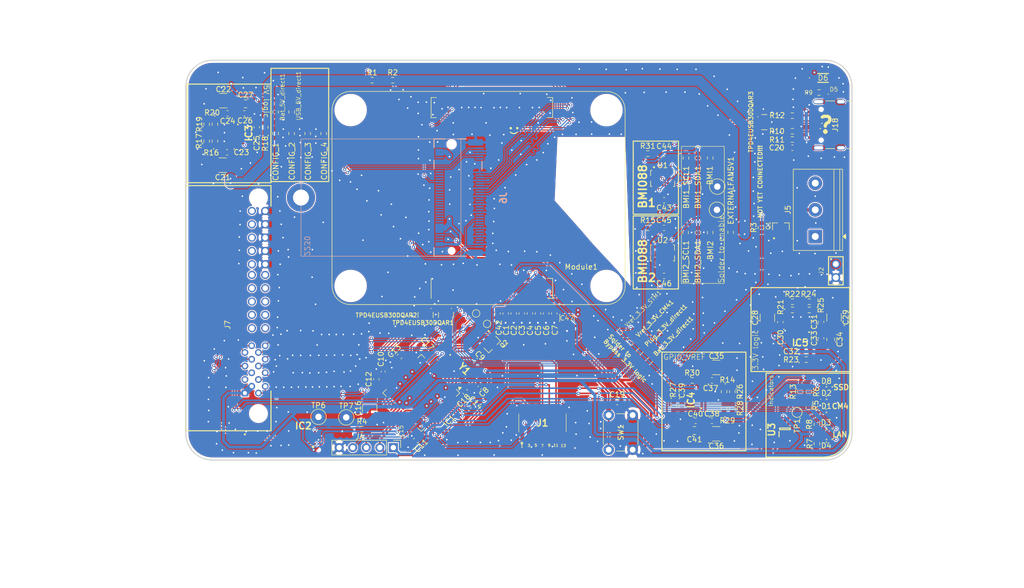
<source format=kicad_pcb>
(kicad_pcb (version 20241229) (generator "pcbnew") (generator_version "9.0")
  (title_block (title "Mainboard PCB"))
  (layers (0 "F.Cu" signal) (4 "In1.Cu" signal) (6 "In2.Cu" signal) (2 "B.Cu" signal) (13 "F.Paste" user) (15 "B.Paste" user) (5 "F.SilkS" user "F.Silkscreen") (7 "B.SilkS" user "B.Silkscreen") (1 "F.Mask" user) (3 "B.Mask" user) (25 "Edge.Cuts" user))
  (net 0 "")
  (net 1 "CM4_IN_5V")
  (net 2 "GND")
  (net 3 "BMI_IN_3.3V")
  (net 4 "/STM/PinoutSTM/nRST")
  (net 5 "Net-(C20-Pad2)")
  (net 6 "Battery_Out_5V")
  (net 7 "USB_Out_5V")
  (net 8 "Net-(IC3-SS)")
  (net 9 "Battery_Out_3.3V")
  (net 10 "STM_Plug_3.3V")
  (net 11 "Net-(IC5-SS)")
  (net 12 "CM4_LED_IN_3.3V")
  (net 13 "Net-(IC4-SS)")
  (net 14 "GPIO_VREF_3.3V")
  (net 15 "Net-(D5-K)")
  (net 17 "/STM/PinoutSTM/USART1_TX")
  (net 18 "/STM/PinoutSTM/JTAG_TDO{slash}SWO")
  (net 19 "/STM/PinoutSTM/JTAG_TMS{slash}SWDIO")
  (net 20 "/STM/PinoutSTM/JTAG_TCK{slash}SWCLK")
  (net 21 "/STM/PinoutSTM/USART1_RX")
  (net 22 "/STM/PinoutSTM/STM_BOOT0")
  (net 23 "Net-(IC3-ILIM)")
  (net 24 "Net-(IC3-CP2)")
  (net 25 "Net-(IC3-PR1)")
  (net 27 "Net-(IC4-ILIM)")
  (net 29 "Net-(IC4-CP2)")
  (net 30 "Net-(IC4-PR1)")
  (net 32 "Net-(IC5-CP2)")
  (net 33 "Net-(IC5-ILIM)")
  (net 34 "Net-(IC5-PR1)")
  (net 35 "Net-(J18-CC1)")
  (net 36 "/CM4/CM4_Module1B/USB_D+")
  (net 38 "/CM4/CM4_Module1B/USB_D-")
  (net 40 "/CM4/CM4_Module1A/TRD2_N")
  (net 42 "STM_RX")
  (net 43 "/CM4/CM4_Module1A/TRD0_N")
  (net 44 "/CM4/CM4_Module1A/TRD3_N")
  (net 45 "/LPHS-connector/TX_PI")
  (net 46 "/CM4/CM4_Module1A/TRD2_P")
  (net 49 "Net-(D1-K)")
  (net 50 "/CM4/CM4_Module1A/TRD1_P")
  (net 51 "STM_TX")
  (net 55 "/CM4/CM4_Module1A/TRD1_N")
  (net 56 "/CM4/CM4_Module1A/TRD0_P")
  (net 58 "Net-(D2-K)")
  (net 59 "/CM4/CM4_Module1A/TRD3_P")
  (net 61 "/LPHS-connector/RX_PI")
  (net 63 "Net-(J18-CC2)")
  (net 64 "Net-(IC1-PC14-OSC32_IN)")
  (net 65 "Net-(IC1-PC15-OSC32_OUT)")
  (net 66 "Net-(IC1-VCAP_1)")
  (net 67 "Net-(IC1-VCAP_2)")
  (net 68 "/CM4/PCIE_Interface/CONFIG_0")
  (net 69 "/CM4/PCIE_Interface/CONFIG_1")
  (net 70 "/CM4/PCIE_Interface/CONFIG_2")
  (net 71 "/CM4/PCIE_Interface/CONFIG_3")
  (net 72 "/CM4/CM4_Module1A/ETH_LED_Y")
  (net 73 "/CM4/CM4_Module1A/ETH_LED_G")
  (net 74 "/CM4/PCIE_Interface/LED1_M2")
  (net 81 "/STM/PinoutSTM/SPI1_MOSI")
  (net 82 "/STM/PinoutSTM/SPI1_MISO")
  (net 87 "/STM/PinoutSTM/CAN1_RX")
  (net 91 "/STM/PinoutSTM/SPI1_NSS")
  (net 92 "/CM4/CM4_Module1A/GPIO14")
  (net 93 "/CM4/CM4_Module1A/GPIO15")
  (net 94 "/STM/PinoutSTM/SPI1_SCK")
  (net 96 "/CM4/RUN_PG")
  (net 102 "/STM/PinoutSTM/JTAG_ TDI")
  (net 105 "/STM/PinoutSTM/Fan_ctrl")
  (net 106 "/STM/PinoutSTM/CAN1_TX")
  (net 112 "/CM4/CM4_Module1B/PCIe_TX_N")
  (net 113 "/CM4/CM4_Module1B/PCIe_CLK_N")
  (net 114 "/CM4/PCIE_Interface/PERST#")
  (net 115 "/CM4/CM4_Module1B/PCIe_RX_P")
  (net 116 "/CM4/CM4_Module1B/PCIe_RX_N")
  (net 117 "/CM4/CM4_Module1B/PCIe_CLK_P")
  (net 118 "/CM4/CM4_Module1B/PCIe_TX_P")
  (net 122 "/CM4/CM4_Module1A/GPIO8")
  (net 124 "/CM4/CM4_Module1A/GPIO4")
  (net 125 "/CM4/CM4_Module1A/GPIO3")
  (net 127 "/CM4/CM4_Module1A/GPIO23")
  (net 132 "/CM4/CM4_Module1A/GPIO5")
  (net 136 "/CM4/CM4_Module1A/GPIO21")
  (net 138 "/CM4/CM4_Module1A/GPIO19")
  (net 149 "/CM4/CM4_Module1A/GPIO2")
  (net 154 "/CM4/CM4_Module1A/GPIO25")
  (net 156 "/CM4/CM4_Module1A/GPIO9")
  (net 158 "/CM4/CM4_Module1A/GPIO26")
  (net 164 "/CM4/CM4_Module1A/GPIO11")
  (net 167 "/CM4/CM4_Module1A/GPIO27")
  (net 168 "/CM4/CM4_Module1B/USB_OTG_ID")
  (net 170 "/CM4/CM4_Module1A/GLOBAL_EN")
  (net 176 "/CM4/CM4_Module1A/GPIO6")
  (net 177 "/CM4/CM4_Module1A/GPIO17")
  (net 179 "/CM4/CM4_Module1A/AIN0")
  (net 181 "/CM4/CM4_Module1A/GPIO10")
  (net 186 "/CM4/GLOBAL_EN_CM4")
  (net 187 "/CM4/CM4_Module1A/GPIO24")
  (net 191 "/CM4/CM4_Module1A/GPIO22")
  (net 196 "/CM4/CM4_Module1A/GPIO20")
  (net 202 "/CM4/CM4_Module1A/GPIO13")
  (net 206 "/CM4/CM4_Module1A/GPIO7")
  (net 213 "/CM4/CM4_Module1A/AIN1")
  (net 217 "/CM4/CM4_Module1A/GPIO18")
  (net 218 "/CM4/CM4_Module1A/GPIO12")
  (net 221 "/CM4/CM4_Module1A/CM4_LED2/PI_nLED_Activity")
  (net 229 "/CM4/CM4_Module1A/GPIO16")
  (net 234 "/CM4/CM4_Module1A/CM4_LED1/nPWR_LED")
  (net 235 "Net-(Q1-Pad1)")
  (net 236 "Net-(J5-Pin_2)")
  (net 237 "/IMU/Pack1_SCL")
  (net 238 "/IMU/Pack1_SDA")
  (net 244 "Net-(U1-CSB1)")
  (net 245 "Net-(U1-SCL{slash}SCK)")
  (net 246 "Net-(U1-SDA{slash}SDI)")
  (net 249 "/CM4/PCIE_Interface/PETp3")
  (net 253 "/CM4/PCIE_Interface/PERn3")
  (net 254 "/CM4/PCIE_Interface/CLKREQ#")
  (net 255 "/CM4/PCIE_Interface/PETp2")
  (net 256 "/CM4/PCIE_Interface/PETn1")
  (net 257 "/CM4/PCIE_Interface/PERp2")
  (net 258 "/CM4/PCIE_Interface/PETn3")
  (net 259 "/CM4/PCIE_Interface/PERp1")
  (net 260 "/CM4/PCIE_Interface/PEWAKE#")
  (net 261 "/CM4/PCIE_Interface/PETp1")
  (net 262 "/CM4/PCIE_Interface/SUSCLK")
  (net 264 "/CM4/PCIE_Interface/PERn2")
  (net 265 "/CM4/PCIE_Interface/PERp3")
  (net 269 "/CM4/PCIE_Interface/PETn2")
  (net 271 "/CM4/PCIE_Interface/NFG1")
  (net 272 "/CM4/PCIE_Interface/NFG2")
  (net 279 "/CM4/PCIE_Interface/PERn1")
  (net 284 "Net-(D3-A)")
  (net 285 "Net-(D4-A)")
  (net 286 "Net-(R5-Pad1)")
  (net 288 "ST_CAN_N")
  (net 289 "ST_CAN_P")
  (net 290 "Net-(U2-CSB1)")
  (net 291 "Net-(U2-SCL{slash}SCK)")
  (net 292 "Net-(U2-SDA{slash}SDI)")
  (net 296 "Net-(EXTERNALFAN5V1-Pad2)")
  (footprint "Resistor_SMD:R_0603_1608Metric" (layer "F.Cu") (at 158.07 206.29 45)
    (property "Reference" "Bat_3.3V_direct1")
    (property "Value" "DNP")
  )
  (footprint "Capacitor_SMD:C_0603_1608Metric" (layer "F.Cu") (at 140.13 197.515 -90)
    (property "Reference" "C7")
    (property "Value" "1uF")
  )
  (footprint "Package_QFP:LQFP-64_10x10mm_P0.5mm" (layer "F.Cu") (at 115.185 212.405 -135)
    (property "Reference" "IC1")
    (property "Value" "STM32H7B0RBT6")
  )
  (footprint "Capacitor_SMD:C_0603_1608Metric" (layer "F.Cu") (at 78.74 167.273419 180)
    (property "Reference" "C23")
    (property "Value" "100nF")
  )
  (footprint "dz_dio:onsemi_Mosfet_BSS138" (layer "F.Cu") (at 182.66 181.15 90)
    (property "Reference" "Q1")
    (property "Value" "50V")
  )
  (footprint "Capacitor_SMD:C_0603_1608Metric" (layer "F.Cu") (at 190.2 199.075 90)
    (property "Reference" "C31")
    (property "Value" "100nF")
  )
  (footprint "Capacitor_SMD:C_1210_3225Metric" (layer "F.Cu") (at 192.625 198.250001 90)
    (property "Reference" "C29")
    (property "Value" "10uF")
  )
  (footprint "Resistor_SMD:R_0603_1608Metric" (layer "F.Cu") (at 167.08 168.34 -90)
    (property "Reference" "BMI1_SDA1")
    (property "Value" "0")
  )
  (footprint "Resistor_SMD:R_0603_1608Metric" (layer "F.Cu") (at 164.85 168.34 90)
    (property "Reference" "BMI1_SCL1")
    (property "Value" "0")
  )
  (footprint "Capacitor_SMD:C_0603_1608Metric" (layer "F.Cu") (at 106.75 209.85 90)
    (property "Reference" "C12")
    (property "Value" "100nF")
  )
  (footprint "Capacitor_SMD:C_0603_1608Metric" (layer "F.Cu") (at 78.84 159.973419 180)
    (property "Reference" "C24")
    (property "Value" "100nF")
  )
  (footprint "Capacitor_SMD:C_0603_1608Metric" (layer "F.Cu") (at 123.43 212.19 -45)
    (property "Reference" "C14")
    (property "Value" "100nF")
  )
  (footprint "Capacitor_SMD:C_0603_1608Metric" (layer "F.Cu") (at 114.17 221.33 -135)
    (property "Reference" "C11")
    (property "Value" "100nF")
  )
  (footprint "dz_con:FTSH-107-XX-YYY-DV" (layer "F.Cu") (at 137.925 218.05)
    (property "Reference" "J1")
    (property "Value" "FTSH-107-02-L-DV" (hide yes))
  )
  (footprint "TerminalBlock_Phoenix:TerminalBlock_Phoenix_PT-1,5-3-5.0-H_1x03_P5.00mm_Horizontal" (layer "F.Cu") (at 189.1 183.06 90)
    (property "Reference" "J5")
    (property "Value" "1792876")
  )
  (footprint "Capacitor_SMD:C_0603_1608Metric" (layer "F.Cu") (at 166.665 217.66 180)
    (property "Reference" "C40")
    (property "Value" "100nF")
  )
  (footprint "LED_SMD:LED_0402_1005Metric" (layer "F.Cu") (at 191.2 213.61)
    (property "Reference" "D2")
    (property "Value" "APHHS1005LZGCK-V")
  )
  (footprint "Resistor_SMD:R_0603_1608Metric" (layer "F.Cu") (at 189.42 218.315 90)
    (property "Reference" "R8")
    (property "Value" "1k")
  )
  (footprint "Capacitor_SMD:C_1210_3225Metric" (layer "F.Cu") (at 78.039999 157.573419 180)
    (property "Reference" "C22")
    (property "Value" "10uF")
  )
  (footprint "Resistor_SMD:R_0603_1608Metric" (layer "F.Cu") (at 169.39 182.325 90)
    (property "Reference" "BMI2")
    (property "Value" "0")
  )
  (footprint "Capacitor_SMD:C_0603_1608Metric" (layer "F.Cu") (at 132.53 197.51 -90)
    (property "Reference" "C2")
    (property "Value" "100nF")
  )
  (footprint "Resistor_SMD:R_0603_1608Metric" (layer "F.Cu") (at 173.55 215.295002 90)
    (property "Reference" "R28")
    (property "Value" "4.99k")
  )
  (footprint "Resistor_SMD:R_0603_1608Metric" (layer "F.Cu") (at 109.82 153.74)
    (property "Reference" "R2")
    (property "Value" "4.3k")
  )
  (footprint "dz_sens:CC4VT1A" (layer "F.Cu") (at 123.265 207.925 -45)
    (property "Reference" "Y1")
    (property "Value" "CC4V-T1A-32.768kHz-6pF-20PPM-TA-QC" (hide yes))
  )
  (footprint "dz_con:Wurth_Con_61300211121" (layer "F.Cu") (at 192.96 189.5 -90)
    (property "Reference" "J2")
    (property "Value" "61300211121")
  )
  (footprint "Capacitor_SMD:C_1210_3225Metric" (layer "F.Cu") (at 180.124999 198.3 90)
    (property "Reference" "C28")
    (property "Value" "10uF")
  )
  (footprint "Capacitor_SMD:C_0805_2012Metric" (layer "F.Cu") (at 166.44 219.460001 180)
    (property "Reference" "C41")
    (property "Value" "47uF")
  )
  (footprint "Capacitor_SMD:C_0402_1005Metric" (layer "F.Cu") (at 112.36 220.61 -90)
    (property "Reference" "C15")
    (property "Value" "2.2pF")
  )
  (footprint "Resistor_SMD:R_0603_1608Metric" (layer "F.Cu") (at 178.9 181.385 -90)
    (property "Reference" "R3")
    (property "Value" "1k")
  )
  (footprint "Capacitor_SMD:C_0603_1608Metric" (layer "F.Cu") (at 182.55 199.125 90)
    (property "Reference" "C30")
    (property "Value" "100nF")
  )
  (footprint "dz_comm:TCAN3414DRBR" (layer "F.Cu") (at 93 220.875 180)
    (property "Reference" "IC2")
    (property "Value" "TCAN3414DRBR" (hide yes))
  )
  (footprint "dz_dio:TI_Switchover_TPS2121RUXT" (layer "F.Cu") (at 80.365 163.598419 -90)
    (property "Reference" "IC3")
    (property "Value" "TPS2121RUXT" (hide yes))
  )
  (footprint "Capacitor_SMD:C_1210_3225Metric" (layer "F.Cu") (at 170.540001 207.635)
    (property "Reference" "C35")
    (property "Value" "10uF")
  )
  (footprint "Capacitor_SMD:C_0603_1608Metric" (layer "F.Cu") (at 115.381992 204.071992 135)
    (property "Reference" "C17")
    (property "Value" "100nF")
  )
  (footprint "Resistor_SMD:R_0603_1608Metric" (layer "F.Cu") (at 162.54 214.810001 -90)
    (property "Reference" "R27")
    (property "Value" "100k")
  )
  (footprint "Resistor_SMD:R_0603_1608Metric" (layer "F.Cu") (at 184.8 160.38675 180)
    (property "Reference" "R12")
    (property "Value" "4.99k")
  )
  (footprint "Capacitor_SMD:C_0402_1005Metric" (layer "F.Cu") (at 125.4 206.17 -45)
    (property "Reference" "C9")
    (property "Value" "4.7pF")
  )
  (footprint "Resistor_SMD:R_0603_1608Metric" (layer "F.Cu") (at 154.45 202.92 -135)
    (property "Reference" "Vref_3.3V_CM41")
    (property "Value" "DNP")
  )
  (footprint "Capacitor_SMD:C_0603_1608Metric" (layer "F.Cu") (at 169.715 217.660002)
    (property "Reference" "C38")
    (property "Value" "100nF")
  )
  (footprint "Resistor_SMD:R_0603_1608Metric" (layer "F.Cu") (at 90.86 159.7 -90)
    (property "Reference" "USB_5V_direct1")
    (property "Value" "DNP")
  )
  (footprint "dz_sens:Bosch_IMU_BMI088" (layer "F.Cu") (at 160.465 172.165)
    (property "Reference" "U1")
    (property "Value" "262-BMI088")
  )
  (footprint "Resistor_SMD:R_0603_1608Metric" (layer "F.Cu") (at 189.805 156.05175 180)
    (property "Reference" "R9")
    (property "Value" "2.7k")
  )
  (footprint "Capacitor_SMD:C_0603_1608Metric" (layer "F.Cu") (at 134.05 197.51 -90)
    (property "Reference" "C3")
    (property "Value" "100nF")
  )
  (footprint "Resistor_SMD:R_0603_1608Metric" (layer "F.Cu") (at 105.97 153.74)
    (property "Reference" "R1")
    (property "Value" "2.2k")
  )
  (footprint "Capacitor_SMD:C_0603_1608Metric" (layer "F.Cu") (at 160.73 190.455 180)
    (property "Reference" "C46")
    (property "Value" "100nF")
  )
  (footprint "Resistor_SMD:R_0603_1608Metric" (layer "F.Cu") (at 76.465 161.998419 90)
    (property "Reference" "R20")
    (property "Value" "20k")
  )
  (footprint "TestPoint:TestPoint_THTPad_D2.5mm_Drill1.2mm" (layer "F.Cu") (at 101.1 217)
    (property "Reference" "TP7")
    (property "Value" "TestPoint_Probe" (hide yes))
  )
  (footprint "TestPoint:TestPoint_THTPad_D2.5mm_Drill1.2mm" (layer "F.Cu") (at 95.9 216.9)
    (property "Reference" "TP6")
    (property "Value" "TestPoint_Probe" (hide yes))
  )
  (footprint "TestPoint:TestPoint_THTPad_D2.5mm_Drill1.2mm" (layer "F.Cu") (at 170.725 173.7)
    (property "Reference" "TP3" (hide yes))
    (property "Value" "TestPoint_Probe" (hide yes))
  )
  (footprint "Resistor_SMD:R_0603_1608Metric" (layer "F.Cu") (at 187.88 212.185 -90)
    (property "Reference" "R6")
    (property "Value" "1k")
  )
  (footprint "Resistor_SMD:R_0603_1608Metric" (layer "F.Cu") (at 187.88 215.225 -90)
    (property "Reference" "R5")
    (property "Value" "1k")
  )
  (footprint "Capacitor_SMD:C_0603_1608Metric" (layer "F.Cu") (at 131.01 197.51 -90)
    (property "Reference" "C1")
    (property "Value" "100nF")
  )
  (footprint "Resistor_SMD:R_0603_1608Metric" (layer "F.Cu") (at 184.825 196.85 180)
    (property "Reference" "R21")
    (property "Value" "15.4k")
  )
  (footprint "TestPoint:TestPoint_THTPad_D2.5mm_Drill1.2mm" (layer "F.Cu") (at 170.65 178.05)
    (property "Reference" "TP2" (hide yes))
    (property "Value" "TestPoint_Probe" (hide yes))
  )
  (footprint "Capacitor_SMD:C_0603_1608Metric" (layer "F.Cu") (at 160.73 181.445 180)
    (property "Reference" "C45")
    (property "Value" "100nF")
  )
  (footprint "Resistor_SMD:R_0603_1608Metric" (layer "F.Cu") (at 157.685 167.51)
    (property "Reference" "R31")
    (property "Value" "2.2k")
  )
  (footprint "TestPoint:TestPoint_Pad_D1.0mm" (layer "F.Cu") (at 125.475 197.5)
    (property "Reference" "TP4" (hide yes))
    (property "Value" "TestPoint_Probe" (hide yes))
  )
  (footprint "Capacitor_SMD:C_0603_1608Metric" (layer "F.Cu") (at 138.61 197.51 -90)
    (property "Reference" "C6")
    (property "Value" "100nF")
  )
  (footprint "LED_SMD:LED_0402_1005Metric" (layer "F.Cu") (at 191.2 219.14 180)
    (property "Reference" "D3")
    (property "Value" "APHHS1005LSYCK/J3-PF")
  )
  (footprint "dz_con:Con-Raspberry-Pi-4-Compute-Module" (layer "F.Cu") (at 149.93 192.34 90)
    (property "Reference" "Module1")
    (property "Value" "DF40C-100DS-0.4V(51)")
  )
  (footprint "Resistor_SMD:R_0603_1608Metric" (layer "F.Cu") (at 96.87 163.745 -90)
    (property "Reference" "CONFIG_4")
    (property "Value" "0")
  )
  (footprint "Capacitor_SMD:C_1210_3225Metric" (layer "F.Cu") (at 77.914998 169.673419 180)
    (property "Reference" "C21")
    (property "Value" "10uF")
  )
  (footprint "Resistor_SMD:R_0603_1608Metric" (layer "F.Cu") (at 169.39 168.34 -90)
    (property "Reference" "BMI1")
    (property "Value" "0")
  )
  (footprint "Capacitor_SMD:C_1210_3225Metric" (layer "F.Cu") (at 142.52 198.335001 -90)
    (property "Reference" "C47")
    (property "Value" "10uF")
  )
  (footprint "Resistor_SMD:R_0603_1608Metric" (layer "F.Cu") (at 152.44 200.96 -135)
    (property "Reference" "Vref_3.3V_STM1")
    (property "Value" "DNP")
  )
  (footprint "Resistor_SMD:R_0603_1608Metric" (layer "F.Cu") (at 189.42 221.955 -90)
    (property "Reference" "R7")
    (property "Value" "1k")
  )
  (footprint "dz_con:IC_TPD4EUSB30DQAR" (layer "F.Cu") (at 119.83 197.7825 -90)
    (property "Reference" "TPD4EUSB30DQAR1")
    (property "Value" "~")
  )
  (footprint "dz_dio:SMF50ATP" (layer "F.Cu") (at 190.569999 153.31175)
    (property "Reference" "D6")
    (property "Value" "SMF5.0A-TP" (hide yes))
  )
  (footprint "Capacitor_SMD:C_0603_1608Metric" (layer "F.Cu") (at 160.74 167.505 180)
    (property "Reference" "C44")
    (property "Value" "100nF")
  )
  (footprint "Resistor_SMD:R_0603_1608Metric" (layer "F.Cu") (at 156.26 204.54 45)
    (property "Reference" "Plug_3.3V_direct1")
    (property "Value" "DNP")
  )
  (footprint "Capacitor_SMD:C_0402_1005Metric" (layer "F.Cu") (at 126.110589 211.439411 -135)
    (property "Reference" "C8")
    (property "Value" "4.7pF")
  )
  (footprint "dz_con:CON_Samesky_CUI_UJ20-C-H-C-4-SMT-TR" (layer "F.Cu") (at 192.905 162.10175 90)
    (property "Reference" "J18")
    (property "Value" "179-UJ20CHC4SMTTR")
  )
  (footprint "dz_dio:SOT65P210X110-5N" (layer "F.Cu") (at 183.41 219.15 90)
    (property "Reference" "U3")
    (property "Value" "Buffers & Line Driver" (hide yes))
  )
  (footprint "dz_con:IC_TPD4EUSB30DQAR" (layer "F.Cu") (at 179.54 161.610001)
    (property "Reference" "TPD4EUSB30DQAR3")
    (property "Value" "~")
  )
  (footprint "Capacitor_SMD:C_0603_1608Metric" (layer "F.Cu") (at 164.09 214.810001 -90)
    (property "Reference" "C39")
    (property "Value" "100nF")
  )
  (footprint "Resistor_SMD:R_0603_1608Metric" (layer "F.Cu") (at 184.8 163.31175 180)
    (property "Reference" "R10")
    (property "Value" "4.99k")
  )
  (footprint "Resistor_SMD:R_0603_1608Metric" (layer "F.Cu") (at 173.24 182.275 -90)
    (property "Reference" "EXTERNALFAN5V1")
    (property "Value" "0")
  )
  (footprint "Resistor_SMD:R_0603_1608Metric" (layer "F.Cu") (at 186.27 212.185 90)
    (property "Reference" "R13")
    (property "Value" "1k")
  )
  (footprint "dz_con:IC_TPD4EUSB30DQAR" (layer "F.Cu") (at 116 197.7825 -90)
    (property "Reference" "TPD4EUSB30DQAR2")
    (property "Value" "~")
  )
  (footprint "dz_con:SAMTEC_LPHT-04-16-X-RT1-GP" (layer "F.Cu") (at 84.63 196.045 -90)
    (property "Reference" "J7")
    (property "Value" "LPHT-04-16-L-RT1-GP")
  )
  (footprint "Resistor_SMD:R_0603_1608Metric" (layer "F.Cu") (at 171.995001 212.165001 90)
    (property "Reference" "R14")
    (property "Value" "15.4k")
  )
  (footprint "Capacitor_SMD:C_1210_3225Metric" (layer "F.Cu") (at 105.5 215.31 -90)
    (property "Reference" "C16")
    (property "Value" "10uF")
  )
  (footprint "LED_SMD:LED_0402_1005Metric" (layer "F.Cu") (at 191.2 211.28 180)
    (property "Reference" "D8")
    (property "Value" "APHHS1005LCGCK")
  )
  (footprint "Capacitor_SMD:C_0603_1608Metric" (layer "F.Cu") (at 81.99 159.973419)
    (property "Reference" "C26")
    (property "Value" "100nF")
  )
  (footprint "dz_dio:TI_Switchover_TPS2121RUXT" (layer "F.Cu") (at 186.4 200.625 180)
    (property "Reference" "IC5")
    (property "Value" "TPS2121RUXT" (hide yes))
  )
  (footprint "Resistor_SMD:R_0603_1608Metric" (layer "F.Cu") (at 85.89 162.573419 90)
    (property "Reference" "R18")
    (property "Value" "22k")
  )
  (footprint "Resistor_SMD:R_0603_1608Metric" (layer "F.Cu") (at 184.8 164.86175 180)
    (property "Reference" "R11")
    (property "Value" "1M")
  )
  (footprint "Resistor_SMD:R_0603_1608Metric" (layer "F.Cu") (at 184.825 195.300001)
    (property "Reference" "R22")
    (property "Value" "4.99k")
  )
  (footprint "LED_SMD:LED_0402_1005Metric" (layer "F.Cu") (at 192.62 156.32675)
    (property "Reference" "D5")
    (property "Value" "APHHS1005LCGCK")
  )
  (footprint "Resistor_SMD:R_0603_1608Metric" (layer "F.Cu") (at 87.845 163.745 -90)
    (property "Reference" "CONFIG_1")
    (property "Value" "0")
  )
  (footprint "Resistor_SMD:R_0603_1608Metric" (layer "F.Cu") (at 187.975 196.850001)
    (property "Reference" "R25")
    (property "Value" "20k")
  )
  (footprint "Resistor_SMD:R_0603_1608Metric" (layer "F.Cu") (at 173.545 212.165002 -90)
    (property "Reference" "R26")
    (property "Value" "4.99k")
  )
  (footprint "LED_SMD:LED_0402_1005Metric" (layer "F.Cu") (at 191.2 221.13 180)
    (property "Reference" "D4")
    (property "Value" "APHHS1005LZGCK-V")
  )
  (footprint "Resistor_SMD:R_0603_1608Metric" (layer "F.Cu") (at 167.08 182.325 -90)
    (property "Reference" "BMI2_SDA1")
    (property "Value" "0")
  )
  (footprint "Capacitor_SMD:C_0603_1608Metric" (layer "F.Cu") (at 184.8 166.41175)
    (property "Reference" "C20")
    (property "Value" "4.7nF")
  )
  (footprint "Capacitor_SMD:C_0603_1608Metric" (layer "F.Cu") (at 137.09 197.51 -90)
    (property "Reference" "C5")
    (property "Value" "100nF")
  )
  (footprint "Resistor_SMD:R_0603_1608Metric" (layer "F.Cu") (at 164.77 182.325 -90)
    (property "Reference" "BMI2_SCL1")
    (property "Value" "0")
  )
  (footprint "Capacitor_SMD:C_0805_2012Metric" (layer "F.Cu") (at 82.215001 158.173419)
    (property "Reference" "C27")
    (property "Value" "47uF")
  )
  (footprint "Resistor_SMD:R_0603_1608Metric" (layer "F.Cu") (at 187.4 206.15)
    (property "Reference" "R23")
    (property "Value" "68k")
  )
  (footprint "Resistor_SMD:R_0603_1608Metric" (layer "F.Cu") (at 74.915001 161.998419 -90)
    (property "Reference" "R19")
    (property "Value" "4.99k")
  )
  (footprint "Capacitor_SMD:C_0603_1608Metric" (layer "F.Cu") (at 187.4 204.600001)
    (property "Reference" "C32")
    (property "Value" "330nF")
  )
  (footprint "Capacitor_SMD:C_0603_1608Metric" (layer "F.Cu") (at 135.57 197.51 -90)
    (property "Reference" "C4")
    (property "Value" "100nF")
  )
  (footprint "Capacitor_SMD:C_0603_1608Metric" (layer "F.Cu") (at 124.125 214.875 45)
    (property "Reference" "C18")
    (property "Value" "100nF")
  )
  (footprint "LED_SMD:LED_0402_1005Metric" (layer "F.Cu") (at 191.2 216.06)
    (property "Reference" "D1")
    (property "Value" "APHHS1005LSECK/J3-PF")
  )
  (footprint "Resistor_SMD:R_0603_1608Metric" (layer "F.Cu") (at 74.915 165.168419 90)
    (property "Reference" "R17")
    (property "Value" "4.99k")
  )
  (footprint "Button_Switch_THT:SW_PUSH_6mm" (layer "F.Cu") (at 150.34 223.07 90)
    (property "Reference" "SW1")
    (property "Value" "Button Switch SPST-No")
  )
  (footprint "Capacitor_SMD:C_0603_1608Metric" (layer "F.Cu") (at 151.925 214.125)
    (property "Reference" "C19")
    (property "Value" "100nF")
  )
  (footprint "dz_dio:TI_Switchover_TPS2121RUXT" (layer "F.Cu") (at 168.14 213.735 90)
    (property "Reference" "IC4")
    (property "Value" "TPS2121RUXT" (hide yes))
  )
  (footprint "Resistor_SMD:R_0603_1608Metric" (layer "F.Cu") (at 76.465001 165.168419 -90)
    (property "Reference" "R16")
    (property "Value" "15.4k")
  )
  (footprint "TestPoint:TestPoint_Pad_D1.5mm" (layer "F.Cu") (at 185.69 216.05)
    (property "Reference" "TP1")
    (property "Value" "Test Point")
  )
  (footprint "Resistor_SMD:R_0603_1608Metric" (layer "F.Cu") (at 90.86 163.745 -90)
    (property "Reference" "CONFIG_2")
    (property "Value" "0")
  )
  (footprint "Resistor_SMD:R_0603_1608Metric" (layer "F.Cu") (at 87.85 159.7 90)
    (property "Reference" "Bat_5V_direct1")
    (property "Value" "DNP")
  )
  (footprint "Resistor_SMD:R_0603_1608Metric" (layer "F.Cu") (at 157.69 181.45)
    (property "Reference" "R15")
    (property "Value" "2.2k")
  )
  (footprint "Resistor_SMD:R_0603_1608Metric" (layer "F.Cu") (at 166.014999 210.06 180)
    (property "Reference" "R30")
    (property "Value" "100k")
  )
  (footprint "Connector_PinHeader_2.54mm:PinHeader_1x05_P2.54mm_Vertical" (layer "F.Cu") (at 109.94 222.67 -90)
    (property "Reference" "J4")
    (property "Value" "Header male 1x05")
  )
  (footprint "Capacitor_SMD:C_0603_1608Metric" (layer "F.Cu") (at 190.200001 202.15 -90)
    (property "Reference" "C33")
    (property "Value" "100nF")
  )
  (footprint "Capacitor_SMD:C_0805_2012Metric" (layer "F.Cu") (at 192 202.375001 -90)
    (property "Reference" "C34")
    (property "Value" "47uF")
  )
  (footprint "Capacitor_SMD:C_1210_3225Metric" (layer "F.Cu") (at 170.540001 220.085)
    (property "Reference" "C36")
    (property "Value" "10uF")
  )
  (footprint "dz_sens:Bosch_IMU_BMI088" (layer "F.Cu") (at 160.45 186.15)
    (property "Reference" "U2")
    (property "Value" "262-BMI088")
  )
  (footprint "Resistor_SMD:R_0603_1608Metric" (layer "F.Cu") (at 104.05 219.2)
    (property "Reference" "R4")
    (property "Value" "10k")
  )
  (footprint "Capacitor_SMD:C_0402_1005Metric" (layer "F.Cu") (at 108.03 208.4 90)
    (property "Reference" "C10")
    (property "Value" "2.2pF")
  )
  (footprint "Capacitor_SMD:C_0603_1608Metric" (layer "F.Cu") (at 129.49 197.515 -90)
    (property "Reference" "C42")
    (property "Value" "1uF")
  )
  (footprint "Capacitor_SMD:C_0603_1608Metric" (layer "F.Cu") (at 160.74 176.255 180)
    (property "Reference" "C43")
    (property "Value" "100nF")
  )
  (footprint "TestPoint:TestPoint_Pad_D1.0mm" (layer "F.Cu") (at 127.525 199.45)
    (property "Reference" "TP5" (hide yes))
    (property "Value" "TestPoint_Probe" (hide yes))
  )
  (footprint "Capacitor_SMD:C_0603_1608Metric" (layer "F.Cu") (at 84.315 162.573418 90)
    (property "Reference" "C25")
    (property "Value" "330nF")
  )
  (footprint "Capacitor_SMD:C_0603_1608Metric" (layer "F.Cu") (at 111.11 205.58 -135)
    (property "Reference" "C13")
    (property "Value" "100nF")
  )
  (footprint "Resistor_SMD:R_0603_1608Metric" (layer "F.Cu") (at 93.87 163.745 -90)
    (property "Reference" "CONFIG_3")
    (property "Value" "0")
  )
  (footprint "dz_dio:onsemi_Mosfet_BSS138" (layer "F.Cu") (at 128.497782 203.331285 -45)
    (property "Reference" "Q2")
    (property "Value" "50V")
  )
  (footprint "Resistor_SMD:R_0603_1608Metric" (layer "F.Cu") (at 171.99 215.295002 -90)
    (property "Reference" "R29")
    (property "Value" "20k")
  )
  (footprint "Capacitor_SMD:C_0603_1608Metric" (layer "F.Cu") (at 169.715001 210.06)
    (property "Reference" "C37")
    (property "Value" "100nF")
  )
  (footprint "Resistor_SMD:R_0603_1608Metric" (layer "F.Cu") (at 187.975001 195.3 180)
    (property "Reference" "R24")
    (property "Value" "4.99k")
  )
  (footprint "dz_con:PCIE_MDT275M02001" (layer "B.Cu") (at 122.615 175.81 90)
    (property "Reference" "J6")
    (property "Value" "MDT275M02001" (hide yes))
  )
  (gr_poly (pts (xy 135.53 190.91) (xy 135.53 190.05) (xy 135.34 190.05) (xy 135.03 190.36) (xy 135.03 191) (xy 135.04 191.01) (xy 135.43 191.01)) (stroke (width 0.0002)) (fill yes) (layer "F.Cu") (net 12))
  (gr_rect (start 133.73 193.99) (end 135.93 194.69) (stroke (width 0.0001)) (fill yes) (layer "F.Cu") (net 1))
  (gr_rect (start 160.78 187.02) (end 161.62 187.61) (stroke (width 0.001)) (fill yes) (layer "F.Cu") (net 3))
  (gr_poly (pts (xy 129.02 198.25) (xy 141.21 198.25) (xy 142.9 199.94) (xy 143.86 199.94) (xy 143.86 201.51) (xy 143.65 201.72) (xy 129.35 201.72) (xy 129.02 201.39)) (stroke (width 0.001)) (fill yes) (layer "F.Cu") (net 2))
  (gr_rect (start 135.085 191.01) (end 135.375 191.15) (stroke (width 0.2)) (fill no) (layer "F.Cu") (net 12))
  (gr_poly (pts (xy 178.837501 162.71) (xy 178.8375 162.01) (xy 180.2375 162.01) (xy 180.2375 162.71)) (stroke (width 0.001)) (fill yes) (layer "F.Cu") (net 38))
  (gr_rect (start 135.085 191.37) (end 135.375 191.51) (stroke (width 0.2)) (fill no) (layer "F.Cu") (net 12))
  (gr_poly (pts (xy 161.09 187.82) (xy 161.37 188.1) (xy 161.27 188.2) (xy 161.02 188.2) (xy 160.99 188.17) (xy 160.99 187.88) (xy 161.05 187.82)) (stroke (width 0.2)) (fill yes) (layer "F.Cu") (net 3))
  (gr_poly (pts (xy 133.73 194.69) (xy 135.925 194.69) (xy 135.96 194.78) (xy 136.03 194.86) (xy 143.68 196.3) (xy 141.3 197.4) (xy 140.43 197.17) (xy 131.678889 197.093207) (xy 130.7 196.97) (xy 130.65 196.32) (xy 133.63 194.86) (xy 133.71 194.77)) (stroke (width 0.0001)) (fill yes) (layer "F.Cu") (net 1))
  (gr_poly (pts (xy 178.8375 161.219999) (xy 178.8375 160.510001) (xy 180.2375 160.51) (xy 180.2375 161.22)) (stroke (width 0.001)) (fill yes) (layer "F.Cu") (net 36))
  (gr_rect (start 190.93 157.71175) (end 194.605 166.42175) (stroke (width 0.2)) (fill yes) (layer "F.Cu") (net 5))
  (gr_poly (pts (xy 166.630131 211.471866) (xy 167.733218 211.867848) (xy 167.775644 211.245644) (xy 166.481639 209.951589) (xy 166.474568 210.382924)) (stroke (width 0.001)) (fill yes) (layer "F.Cu") (net 14))
  (gr_rect (start 117.82 166.61) (end 119.36 167.91) (stroke (width 0.000001)) (fill yes) (layer "B.Cu") (net 12))
  (gr_rect (start 117.81 180.61) (end 119.37 182.41) (stroke (width 0.001)) (fill yes) (layer "B.Cu") (net 12))
  (gr_rect (start 117.82 184.11) (end 119.37 184.91) (stroke (width 0.0001)) (fill yes) (layer "B.Cu") (net 12))
  (gr_poly (pts (xy 168.915001 210.760001) (xy 169.039999 210.635) (xy 169.165 210.760001)) (stroke (width 0.05)) (fill yes) (layer "F.SilkS"))
  (gr_poly (pts (xy 191.079998 221.66) (xy 191.204999 221.534999) (xy 191.33 221.66)) (stroke (width 0.05)) (fill yes) (layer "F.SilkS"))
  (gr_poly (pts (xy 86.44 164.273419) (xy 86.44 164.123419) (xy 86.49 164.123418) (xy 86.49 164.273418)) (stroke (width 0.05)) (fill no) (layer "F.SilkS"))
  (gr_arc (start 195.554466 219.474466) (mid 194.09 223.01) (end 190.554466 224.474466) (stroke (width 0.2)) (layer "F.SilkS"))
  (gr_poly (pts (xy 183.350001 196.575) (xy 183.475001 196.7) (xy 183.35 196.825)) (stroke (width 0.05)) (fill yes) (layer "F.SilkS"))
  (gr_poly (pts (xy 186.05 205.05) (xy 186.175 205.175001) (xy 186.05 205.300002)) (stroke (width 0.05)) (fill yes) (layer "F.SilkS"))
  (gr_poly (pts (xy 174.44 214.790001) (xy 174.440002 214.839999) (xy 174.290002 214.839999) (xy 174.29 214.79)) (stroke (width 0.05)) (fill no) (layer "F.SilkS"))
  (gr_rect (start 185.9 206.675001) (end 186.05 206.725001) (stroke (width 0.05)) (fill no) (layer "F.SilkS"))
  (gr_poly (pts (xy 183.175 200.475001) (xy 183.225 200.475) (xy 183.225 200.625) (xy 183.175 200.625001)) (stroke (width 0.05)) (fill no) (layer "F.SilkS"))
  (gr_poly (pts (xy 191.325001 216.185001) (xy 191.2 216.06) (xy 191.325001 215.934999)) (stroke (width 0.05)) (fill yes) (layer "F.SilkS"))
  (gr_poly (pts (xy 169.140001 221.810001) (xy 169.140001 221.960001) (xy 169.09 221.960001) (xy 169.09 221.810001)) (stroke (width 0.05)) (fill no) (layer "F.SilkS"))
  (gr_poly (pts (xy 79.19 160.773419) (xy 79.315 160.648419) (xy 79.440001 160.773419)) (stroke (width 0.05)) (fill yes) (layer "F.SilkS"))
  (gr_poly (pts (xy 165.815001 209.31) (xy 165.69 209.435001) (xy 165.565 209.31)) (stroke (width 0.05)) (fill yes) (layer "F.SilkS"))
  (gr_poly (pts (xy 177.05 192.650001) (xy 195.549999 192.65) (xy 195.55 208.4) (xy 177.05 208.400002)) (stroke (width 0.2)) (fill no) (layer "F.SilkS"))
  (gr_poly (pts (xy 76.565 160.448419) (xy 76.44 160.573419) (xy 76.315001 160.448419)) (stroke (width 0.05)) (fill yes) (layer "F.SilkS"))
  (gr_poly (pts (xy 185.899999 205.150001) (xy 186.05 205.150002) (xy 186.05 205.2) (xy 185.9 205.2)) (stroke (width 0.05)) (fill no) (layer "F.SilkS"))
  (gr_poly (pts (xy 79.290001 160.923419) (xy 79.290001 160.773419) (xy 79.34 160.773419) (xy 79.34 160.923419)) (stroke (width 0.05)) (fill no) (layer "F.SilkS"))
  (gr_poly (pts (xy 176.09 204.76) (xy 176.09 223.26) (xy 160.34 223.260002) (xy 160.34 204.760003)) (stroke (width 0.2)) (fill no) (layer "F.SilkS"))
  (gr_poly (pts (xy 189.5 196.500001) (xy 189.375001 196.375001) (xy 189.5 196.250001)) (stroke (width 0.05)) (fill yes) (layer "F.SilkS"))
  (gr_poly (pts (xy 194.55 199.875001) (xy 194.425 199.75) (xy 194.55 199.625)) (stroke (width 0.05)) (fill yes) (layer "F.SilkS"))
  (gr_poly (pts (xy 189.525001 199.325) (xy 189.65 199.450001) (xy 189.525001 199.575)) (stroke (width 0.05)) (fill yes) (layer "F.SilkS"))
  (gr_rect (start 188.72 212.11) (end 188.87 212.159998) (stroke (width 0.05)) (fill no) (layer "F.SilkS"))
  (gr_poly (pts (xy 191.095001 219.024997) (xy 191.220002 219.149998) (xy 191.095001 219.274999)) (stroke (width 0.05)) (fill yes) (layer "F.SilkS"))
  (gr_poly (pts (xy 82.64 157.173419) (xy 82.64 157.023419) (xy 82.69 157.023419) (xy 82.69 157.173419)) (stroke (width 0.05)) (fill no) (layer "F.SilkS"))
  (gr_poly (pts (xy 190.509999 161.856751) (xy 190.359999 161.856751) (xy 190.36 161.806751) (xy 190.509999 161.806751)) (stroke (width 0.05)) (fill no) (layer "F.SilkS"))
  (gr_poly (pts (xy 73.99 165.63) (xy 73.99 165.580001) (xy 74.14 165.580001) (xy 74.14 165.63)) (stroke (width 0.05)) (fill no) (layer "F.SilkS"))
  (gr_poly (pts (xy 76.215 166.773418) (xy 76.215 166.623419) (xy 76.265 166.623419) (xy 76.265 166.773418)) (stroke (width 0.05)) (fill no) (layer "F.SilkS"))
  (gr_poly (pts (xy 76.115 166.623419) (xy 76.240001 166.498419) (xy 76.365 166.623419)) (stroke (width 0.05)) (fill yes) (layer "F.SilkS"))
  (gr_poly (pts (xy 172.179999 216.910002) (xy 172.179999 217.060002) (xy 172.13 217.06) (xy 172.13 216.91)) (stroke (width 0.05)) (fill no) (layer "F.SilkS"))
  (gr_rect (start 184.35 194.3) (end 184.400001 194.45) (stroke (width 0.05)) (fill no) (layer "F.SilkS"))
  (gr_poly (pts (xy 191.26654 213.056234) (xy 191.141539 213.181235) (xy 191.016538 213.056234)) (stroke (width 0.05)) (fill yes) (layer "F.SilkS"))
  (gr_poly (pts (xy 84.79 164.123419) (xy 84.915001 163.998419) (xy 85.04 164.123418)) (stroke (width 0.05)) (fill yes) (layer "F.SilkS"))
  (gr_rect (start 186.23 217.17) (end 186.279998 217.32) (stroke (width 0.05)) (fill no) (layer "F.SilkS"))
  (gr_poly (pts (xy 191.166538 212.906234) (xy 191.166538 213.056234) (xy 191.11654 213.056234) (xy 191.11654 212.906234)) (stroke (width 0.05)) (fill no) (layer "F.SilkS"))
  (gr_poly (pts (xy 169.065001 210.760001) (xy 169.065001 210.910001) (xy 169.015 210.910001) (xy 169.015 210.760001)) (stroke (width 0.05)) (fill no) (layer "F.SilkS"))
  (gr_poly (pts (xy 166.164999 220.51) (xy 166.165002 220.66) (xy 166.115001 220.66) (xy 166.115001 220.51)) (stroke (width 0.05)) (fill no) (layer "F.SilkS"))
  (gr_poly (pts (xy 80.065 166.773418) (xy 79.940001 166.648419) (xy 80.065 166.523419)) (stroke (width 0.05)) (fill yes) (layer "F.SilkS"))
  (gr_poly (pts (xy 169.289999 216.785002) (xy 169.29 216.935001) (xy 169.239999 216.935001) (xy 169.239999 216.785001)) (stroke (width 0.05)) (fill no) (layer "F.SilkS"))
  (gr_line (start 184.669466 224.474466) (end 179.864466 224.474466) (stroke (width 0.2)) (layer "F.SilkS"))
  (gr_poly (pts (xy 191.325001 213.735001) (xy 191.2 213.61) (xy 191.325001 213.484999)) (stroke (width 0.05)) (fill yes) (layer "F.SilkS"))
  (gr_poly (pts (xy 82.590001 160.898419) (xy 82.590001 160.748419) (xy 82.64 160.748419) (xy 82.64 160.898419)) (stroke (width 0.05)) (fill no) (layer "F.SilkS"))
  (gr_poly (pts (xy 190.194999 162.84175) (xy 190.044999 162.84175) (xy 190.045 162.79175) (xy 190.194999 162.79175)) (stroke (width 0.05)) (fill no) (layer "F.SilkS"))
  (gr_poly (pts (xy 187.525 194.45) (xy 187.4 194.575) (xy 187.275001 194.45)) (stroke (width 0.05)) (fill yes) (layer "F.SilkS"))
  (gr_rect (start 86.98 151.51) (end 97.805 172.755) (stroke (width 0.2)) (fill no) (layer "F.SilkS"))
  (gr_rect (start 191.270002 221.01) (end 191.32 221.28) (stroke (width 0.05)) (fill no) (layer "F.SilkS"))
  (gr_arc (start 133.204267 163.474267) (mid 132.54 163.749415) (end 131.875733 163.474267) (stroke (width 0.2)) (layer "F.SilkS"))
  (gr_poly (pts (xy 74.039999 162.473419) (xy 74.04 162.423418) (xy 74.190001 162.423419) (xy 74.189999 162.473419)) (stroke (width 0.05)) (fill no) (layer "F.SilkS"))
  (gr_poly (pts (xy 174.45 211.63) (xy 174.449998 211.680001) (xy 174.299998 211.68) (xy 174.299998 211.63)) (stroke (width 0.05)) (fill no) (layer "F.SilkS"))
  (gr_poly (pts (xy 162.19 213.385002) (xy 162.065001 213.51) (xy 161.94 213.385)) (stroke (width 0.05)) (fill yes) (layer "F.SilkS"))
  (gr_poly (pts (xy 166.465 216.960002) (xy 166.340001 217.085001) (xy 166.215 216.960001)) (stroke (width 0.05)) (fill yes) (layer "F.SilkS"))
  (gr_line (start 179.864466 224.474466) (end 179.864466 208.704466) (stroke (width 0.2)) (layer "F.SilkS"))
  (gr_rect (start 191.100002 215.924998) (end 191.15 216.194998) (stroke (width 0.05)) (fill no) (layer "F.SilkS"))
  (gr_poly (pts (xy 186.05 206.575001) (xy 186.175 206.699999) (xy 186.05 206.825)) (stroke (width 0.05)) (fill yes) (layer "F.SilkS"))
  (gr_poly (pts (xy 162.09 213.235) (xy 162.09 213.385) (xy 162.04 213.385002) (xy 162.04 213.235002)) (stroke (width 0.05)) (fill no) (layer "F.SilkS"))
  (gr_poly (pts (xy 188.54 214.870002) (xy 188.414999 214.745001) (xy 188.54 214.62)) (stroke (width 0.05)) (fill yes) (layer "F.SilkS"))
  (gr_poly (pts (xy 174.299998 211.78) (xy 174.174998 211.655002) (xy 174.299998 211.53)) (stroke (width 0.05)) (fill yes) (layer "F.SilkS"))
  (gr_poly (pts (xy 166.365 216.810001) (xy 166.365 216.960001) (xy 166.315 216.960002) (xy 166.315 216.810002)) (stroke (width 0.05)) (fill no) (layer "F.SilkS"))
  (gr_line (start 195.554466 208.704466) (end 179.864466 208.704466) (stroke (width 0.2)) (layer "F.SilkS"))
  (gr_poly (pts (xy 170.215001 206.025001) (xy 170.09 206.15) (xy 169.964999 206.025001)) (stroke (width 0.05)) (fill yes) (layer "F.SilkS"))
  (gr_poly (pts (xy 172.32 210.7) (xy 172.194999 210.825) (xy 172.069999 210.700001)) (stroke (width 0.05)) (fill yes) (layer "F.SilkS"))
  (gr_rect (start 191.27 211.135002) (end 191.319998 211.405002) (stroke (width 0.05)) (fill no) (layer "F.SilkS"))
  (gr_poly (pts (xy 79.64 155.698419) (xy 79.64 155.548419) (xy 79.69 155.548419) (xy 79.69 155.698419)) (stroke (width 0.05)) (fill no) (layer "F.SilkS"))
  (gr_poly (pts (xy 185.58 211.529998) (xy 185.705001 211.654999) (xy 185.58 211.78)) (stroke (width 0.05)) (fill yes) (layer "F.SilkS"))
  (gr_poly (pts (xy 169.389999 216.935001) (xy 169.264999 217.060002) (xy 169.14 216.935001)) (stroke (width 0.05)) (fill yes) (layer "F.SilkS"))
  (gr_poly (pts (xy 82.79 157.173419) (xy 82.665 157.298419) (xy 82.54 157.173419)) (stroke (width 0.05)) (fill yes) (layer "F.SilkS"))
  (gr_poly (pts (xy 80.065 166.673419) (xy 80.065 166.623419) (xy 80.215 166.623419) (xy 80.215 166.673419)) (stroke (width 0.05)) (fill no) (layer "F.SilkS"))
  (gr_poly (pts (xy 190.045 162.94175) (xy 189.92 162.816749) (xy 190.044999 162.69175)) (stroke (width 0.05)) (fill yes) (layer "F.SilkS"))
  (gr_poly (pts (xy 192.99 203.000001) (xy 192.865 202.875) (xy 192.99 202.75)) (stroke (width 0.05)) (fill yes) (layer "F.SilkS"))
  (gr_poly (pts (xy 189.525001 202.45) (xy 189.65 202.575) (xy 189.525 202.7)) (stroke (width 0.05)) (fill yes) (layer "F.SilkS"))
  (gr_rect (start 194.55 199.725001) (end 194.7 199.775) (stroke (width 0.05)) (fill no) (layer "F.SilkS"))
  (gr_poly (pts (xy 191.095001 221.019997) (xy 191.220002 221.144998) (xy 191.095001 221.269999)) (stroke (width 0.05)) (fill yes) (layer "F.SilkS"))
  (gr_poly (pts (xy 78.29 171.373419) (xy 78.415001 171.248419) (xy 78.54 171.373418)) (stroke (width 0.05)) (fill yes) (layer "F.SilkS"))
  (gr_poly (pts (xy 165.715002 209.16) (xy 165.715001 209.310001) (xy 165.665001 209.31) (xy 165.665001 209.16)) (stroke (width 0.05)) (fill no) (layer "F.SilkS"))
  (gr_poly (pts (xy 191.14 215.3) (xy 191.14 215.45) (xy 191.090002 215.45) (xy 191.090002 215.3)) (stroke (width 0.05)) (fill no) (layer "F.SilkS"))
  (gr_poly (pts (xy 74.14 165.480002) (xy 74.264999 165.605001) (xy 74.14 165.730001)) (stroke (width 0.05)) (fill yes) (layer "F.SilkS"))
  (gr_poly (pts (xy 190.36 161.956751) (xy 190.235 161.83175) (xy 190.359999 161.706751)) (stroke (width 0.05)) (fill yes) (layer "F.SilkS"))
  (gr_poly (pts (xy 79.79 155.698419) (xy 79.665 155.823419) (xy 79.54 155.698419)) (stroke (width 0.05)) (fill yes) (layer "F.SilkS"))
  (gr_poly (pts (xy 71.229999 172.968416) (xy 71.23 154.468416) (xy 86.98 154.468416) (xy 86.98 172.968416)) (stroke (width 0.2)) (fill no) (layer "F.SilkS"))
  (gr_poly (pts (xy 191.240002 215.45) (xy 191.115001 215.575001) (xy 190.99 215.45)) (stroke (width 0.05)) (fill yes) (layer "F.SilkS"))
  (gr_poly (pts (xy 191.1 218.35) (xy 191.1 218.5) (xy 191.050002 218.5) (xy 191.050002 218.35)) (stroke (width 0.05)) (fill no) (layer "F.SilkS"))
  (gr_poly (pts (xy 172.029999 216.910002) (xy 172.154999 216.785) (xy 172.28 216.91)) (stroke (width 0.05)) (fill yes) (layer "F.SilkS"))
  (gr_poly (pts (xy 170.114999 205.875001) (xy 170.114999 206.025001) (xy 170.065001 206.025001) (xy 170.065001 205.875001)) (stroke (width 0.05)) (fill no) (layer "F.SilkS"))
  (gr_poly (pts (xy 186.129998 217.17) (xy 186.254999 217.044999) (xy 186.38 217.17)) (stroke (width 0.05)) (fill yes) (layer "F.SilkS"))
  (gr_rect (start 191.18 221.66) (end 191.229998 221.81) (stroke (width 0.05)) (fill no) (layer "F.SilkS"))
  (gr_poly (pts (xy 82.490001 160.748419) (xy 82.615001 160.623419) (xy 82.740001 160.748419)) (stroke (width 0.05)) (fill yes) (layer "F.SilkS"))
  (gr_poly (pts (xy 172.219999 210.550001) (xy 172.219999 210.700001) (xy 172.17 210.7) (xy 172.17 210.55)) (stroke (width 0.05)) (fill no) (layer "F.SilkS"))
  (gr_poly (pts (xy 168.990001 221.810001) (xy 169.115 221.685003) (xy 169.24 221.810001)) (stroke (width 0.05)) (fill yes) (layer "F.SilkS"))
  (gr_poly (pts (xy 184.5 194.45) (xy 184.375001 194.575) (xy 184.250001 194.45)) (stroke (width 0.05)) (fill yes) (layer "F.SilkS"))
  (gr_poly (pts (xy 86.34 164.123418) (xy 86.464998 163.998419) (xy 86.59 164.123419)) (stroke (width 0.05)) (fill yes) (layer "F.SilkS"))
  (gr_rect (start 163.98 166.15) (end 172.03 191.87) (stroke (width 0.1)) (fill no) (layer "F.SilkS"))
  (gr_line (start 195.554466 214.444466) (end 195.554466 219.474466) (stroke (width 0.2)) (layer "F.SilkS"))
  (gr_poly (pts (xy 192.990001 202.850001) (xy 193.140001 202.850001) (xy 193.139999 202.9) (xy 192.99 202.9)) (stroke (width 0.05)) (fill no) (layer "F.SilkS"))
  (gr_poly (pts (xy 178.494999 198.704999) (xy 178.62 198.83) (xy 178.494999 198.955001)) (stroke (width 0.05)) (fill yes) (layer "F.SilkS"))
  (gr_poly (pts (xy 191.200002 218.5) (xy 191.075001 218.625001) (xy 190.95 218.5)) (stroke (width 0.05)) (fill yes) (layer "F.SilkS"))
  (gr_poly (pts (xy 188.72 212.26) (xy 188.594999 212.134999) (xy 188.72 212.009998)) (stroke (width 0.05)) (fill yes) (layer "F.SilkS"))
  (gr_poly (pts (xy 189.375 202.55) (xy 189.525 202.55) (xy 189.525001 202.6) (xy 189.375001 202.6)) (stroke (width 0.05)) (fill no) (layer "F.SilkS"))
  (gr_rect (start 189.5 196.350001) (end 189.65 196.400001) (stroke (width 0.05)) (fill no) (layer "F.SilkS"))
  (gr_poly (pts (xy 191.22 210.61) (xy 191.22 210.76) (xy 191.170002 210.76) (xy 191.170002 210.61)) (stroke (width 0.05)) (fill no) (layer "F.SilkS"))
  (gr_line (start 190.554466 224.474466) (end 184.669466 224.474466) (stroke (width 0.2)) (layer "F.SilkS"))
  (gr_rect (start 191.100002 213.474998) (end 191.15 213.744998) (stroke (width 0.05)) (fill no) (layer "F.SilkS"))
  (gr_poly (pts (xy 78.39 171.523418) (xy 78.39 171.373418) (xy 78.44 171.373419) (xy 78.44 171.523419)) (stroke (width 0.05)) (fill no) (layer "F.SilkS"))
  (gr_rect (start 187.375 194.3) (end 187.425001 194.45) (stroke (width 0.05)) (fill no) (layer "F.SilkS"))
  (gr_poly (pts (xy 174.29 214.940001) (xy 174.165 214.815001) (xy 174.290002 214.689999)) (stroke (width 0.05)) (fill yes) (layer "F.SilkS"))
  (gr_rect (start 185.43 211.63) (end 185.58 211.679998) (stroke (width 0.05)) (fill no) (layer "F.SilkS"))
  (gr_poly (pts (xy 183.075001 200.475001) (xy 183.200001 200.35) (xy 183.325 200.475001)) (stroke (width 0.05)) (fill yes) (layer "F.SilkS"))
  (gr_rect (start 188.54 214.720002) (end 188.69 214.77) (stroke (width 0.05)) (fill no) (layer "F.SilkS"))
  (gr_poly (pts (xy 163.64 213.285) (xy 163.64 213.435) (xy 163.59 213.435002) (xy 163.59 213.285003)) (stroke (width 0.05)) (fill no) (layer "F.SilkS"))
  (gr_rect (start 189.375001 199.425) (end 189.525001 199.475001) (stroke (width 0.05)) (fill no) (layer "F.SilkS"))
  (gr_poly (pts (xy 163.74 213.435002) (xy 163.615001 213.560001) (xy 163.49 213.435)) (stroke (width 0.05)) (fill yes) (layer "F.SilkS"))
  (gr_poly (pts (xy 84.89 164.273418) (xy 84.89 164.123418) (xy 84.94 164.123419) (xy 84.94 164.273419)) (stroke (width 0.05)) (fill no) (layer "F.SilkS"))
  (gr_poly (pts (xy 166.014999 220.51) (xy 166.14 220.385) (xy 166.265001 220.51)) (stroke (width 0.05)) (fill yes) (layer "F.SilkS"))
  (gr_poly (pts (xy 74.189999 162.323419) (xy 74.315 162.44842) (xy 74.190001 162.573419)) (stroke (width 0.05)) (fill yes) (layer "F.SilkS"))
  (gr_rect (start 191.270002 219.015) (end 191.32 219.285) (stroke (width 0.05)) (fill no) (layer "F.SilkS"))
  (gr_poly (pts (xy 191.094999 211.144999) (xy 191.22 211.27) (xy 191.094999 211.395001)) (stroke (width 0.05)) (fill yes) (layer "F.SilkS"))
  (gr_rect (start 178.344999 198.805001) (end 178.494999 198.854999) (stroke (width 0.05)) (fill no) (layer "F.SilkS"))
  (gr_poly (pts (xy 76.415 160.448419) (xy 76.415 160.298419) (xy 76.465001 160.298419) (xy 76.465001 160.448419)) (stroke (width 0.05)) (fill no) (layer "F.SilkS"))
  (gr_line (start 195.554466 214.444466) (end 195.554466 208.704466) (stroke (width 0.2)) (layer "F.SilkS"))
  (gr_poly (pts (xy 183.2 196.675) (xy 183.35 196.675) (xy 183.350001 196.725) (xy 183.200001 196.725)) (stroke (width 0.05)) (fill no) (layer "F.SilkS"))
  (gr_poly (pts (xy 191.320002 210.76) (xy 191.195001 210.885001) (xy 191.07 210.76)) (stroke (width 0.05)) (fill yes) (layer "F.SilkS"))
  (gr_arc (start 196 220) (mid 194.535534 223.535534) (end 191 225) (stroke (width 0.2)) (layer "Edge.Cuts"))
  (gr_arc (start 71 155) (mid 72.464466 151.464466) (end 76 150) (stroke (width 0.2)) (layer "Edge.Cuts"))
  (gr_arc (start 191 150) (mid 194.535534 151.464466) (end 196 155) (stroke (width 0.2)) (layer "Edge.Cuts"))
  (gr_line (start 196 155) (end 196 220) (stroke (width 0.2)) (layer "Edge.Cuts"))
  (gr_arc (start 76 225) (mid 72.464466 223.535534) (end 71 220) (stroke (width 0.2)) (layer "Edge.Cuts"))
  (gr_line (start 191 225) (end 76 225) (stroke (width 0.2)) (layer "Edge.Cuts"))
  (gr_line (start 71 220) (end 71 155) (stroke (width 0.2)) (layer "Edge.Cuts"))
  (gr_line (start 76 150) (end 191 150) (stroke (width 0.2)) (layer "Edge.Cuts"))
  (gr_text "Solder to\nBypass 3.3V logic" (at 149.18 202.79 315) (layer "F.SilkS") (effects (font (size 0.8 0.8) (thickness 0.16) (bold yes)) (justify left bottom)))
  (gr_text "Indicators" (at 181.27 215.06 90) (layer "F.SilkS") (effects (font (size 0.8 0.8) (thickness 0.1)) (justify left bottom)))
  (gr_text "." (at 132.64 163 0) (layer "F.SilkS") (effects (font (size 1.5 1.5) (thickness 0.3) (bold yes)) (justify left bottom)))
  (gr_text "5V logic" (at 85.52 154.51 270) (layer "F.SilkS") (effects (font (size 1 1) (thickness 0.125)) (justify left bottom)))
  (gr_text "LAN" (at 192.22 220.78 0) (layer "F.SilkS") (effects (font (size 1 1) (thickness 0.2) (bold yes)) (justify left bottom)))
  (gr_text "3.3V logic" (at 178.475001 208.249999 90) (layer "F.SilkS") (effects (font (size 1 1) (thickness 0.1)) (justify left bottom)))
  (gr_text "9		" (at 138.875 222.55 0) (layer "F.SilkS") (effects (font (size 0.5 0.5) (thickness 0.1)) (justify left bottom)))
  (gr_text "3" (at 135.075 222.575 0) (layer "F.SilkS") (effects (font (size 0.5 0.5) (thickness 0.1)) (justify left bottom)))
  (gr_text "." (at 131.42 163.01 0) (layer "F.SilkS") (effects (font (size 1.5 1.5) (thickness 0.3) (bold yes)) (justify left bottom)))
  (gr_text "2" (at 157.57 191.67 0) (layer "F.SilkS") (effects (font (size 1.5 1.5) (thickness 0.3) (bold yes)) (justify left bottom)))
  (gr_text "Solder to enable" (at 172.03 191.87 90) (layer "F.SilkS") (effects (font (size 1 1) (thickness 0.1)) (justify left bottom)))
  (gr_text "7\n" (at 137.6 222.625 0) (layer "F.SilkS") (effects (font (size 0.5 0.5) (thickness 0.1)) (justify left bottom)))
  (gr_text "?" (at 189.45 163.91 0) (layer "F.SilkS") (effects (font (size 3 3) (thickness 0.6) (bold yes)) (justify left bottom)))
  (gr_text "NOT YET CONNECTED!!!" (at 179.24 179.7 90) (layer "F.SilkS") (effects (font (size 0.8 0.8) (thickness 0.16) (bold yes)) (justify left bottom)))
  (gr_text "5" (at 136.375 222.525 0) (layer "F.SilkS") (effects (font (size 0.5 0.5) (thickness 0.1)) (justify left bottom)))
  (gr_text "CM4" (at 192.11 215.49 0) (layer "F.SilkS") (effects (font (size 1 1) (thickness 0.2) (bold yes)) (justify left bottom)))
  (gr_text "1\n" (at 133.775 222.675 0) (layer "F.SilkS") (effects (font (size 0.5 0.5) (thickness 0.1)) (justify left bottom)))
  (gr_text "GPIO_VREF" (at 160.54 206.260001 0) (layer "F.SilkS") (effects (font (size 1 1) (thickness 0.1)) (justify left bottom)))
  (gr_text "11" (at 139.9 222.525 0) (layer "F.SilkS") (effects (font (size 0.5 0.5) (thickness 0.1)) (justify left bottom)))
  (gr_text "SSD" (at 192.36 211.94 0) (layer "F.SilkS") (effects (font (size 1 1) (thickness 0.2) (bold yes)) (justify left bottom)))
  (gr_text "1" (at 157.52 177.62 0) (layer "F.SilkS") (effects (font (size 1.5 1.5) (thickness 0.3) (bold yes)) (justify left bottom)))
  (gr_text "13" (at 141.3 222.6 0) (layer "F.SilkS") (effects (font (size 0.5 0.5) (thickness 0.1)) (justify left bottom)))
  (gr_text_box "BMI088" (start 154.95 179.2) (end 163.43 192.91) (margins 1.0025 1.0025 1.0025 1.0025) (angle 90) (layer "F.SilkS") (effects (font (size 1.5 1.5) (thickness 0.3) (bold yes)) (justify left top)) (border yes) (stroke (width 0.2)))
  (gr_text_box "BMI088" (start 154.95 165.17) (end 163.43 178.88) (margins 1.0025 1.0025 1.0025 1.0025) (angle 90) (layer "F.SilkS") (effects (font (size 1.5 1.5) (thickness 0.3) (bold yes)) (justify left top)) (border yes) (stroke (width 0.2)))
  (segment (start 144.58 196.86) (end 144.59 196.87) (width 1) (layer "F.Cu") (net 1))
  (segment (start 132.53 196.735) (end 134.05 196.735) (width 0.9) (layer "F.Cu") (net 1))
  (segment (start 134.05 196.735) (end 135.57 196.735) (width 0.9) (layer "F.Cu") (net 1))
  (segment (start 87.85 157.76) (end 87.85 158.875) (width 0.4) (layer "F.Cu") (net 1))
  (segment (start 86.66 156.57) (end 87.85 157.76) (width 0.4) (layer "F.Cu") (net 1))
  (segment (start 142.4 196.74) (end 142.52 196.86) (width 0.9) (layer "F.Cu") (net 1))
  (segment (start 143.77 196.86) (end 142.52 196.86) (width 1) (layer "F.Cu") (net 1))
  (segment (start 142.52 196.86) (end 144.58 196.86) (width 1) (layer "F.Cu") (net 1))
  (segment (start 80.715 161.388419) (end 81.215 160.888418) (width 0.4) (layer "F.Cu") (net 1))
  (segment (start 88.545 158.875) (end 90.195 160.525) (width 0.4) (layer "F.Cu") (net 1))
  (segment (start 81.265002 158.173419) (end 81.265002 156.814998) (width 0.4) (layer "F.Cu") (net 1))
  (segment (start 131.01 196.735) (end 132.53 196.735) (width 0.9) (layer "F.Cu") (net 1))
  (segment (start 135.57 196.735) (end 137.09 196.735) (width 0.9) (layer "F.Cu") (net 1))
  (segment (start 81.215 160.888418) (end 81.215001 159.973419) (width 0.4) (layer "F.Cu") (net 1))
  (segment (start 80.714999 164.584999) (end 81.99 165.86) (width 0.4) (layer "F.Cu") (net 1))
  (segment (start 138.61 196.735) (end 140.125 196.735) (width 0.9) (layer "F.Cu") (net 1))
  (segment (start 81.215001 159.973419) (end 81.215 158.223419) (width 0.8) (layer "F.Cu") (net 1))
  (segment (start 80.715 162.923419) (end 80.715 161.388419) (width 0.4) (layer "F.Cu") (net 1))
  (segment (start 140.125 196.735) (end 140.13 196.74) (width 0.9) (layer "F.Cu") (net 1))
  (segment (start 90.195 160.525) (end 90.86 160.525) (width 0.4) (layer "F.Cu") (net 1))
  (segment (start 144.58 197.67) (end 143.77 196.86) (width 1) (layer "F.Cu") (net 1))
  (segment (start 81.215 158.223419) (end 81.265 158.173419) (width 0.8) (layer "F.Cu") (net 1))
  (segment (start 81.265002 156.814998) (end 81.51 156.57) (width 0.4) (layer "F.Cu") (net 1))
  (segment (start 80.714999 162.923419) (end 80.714999 164.273419) (width 0.4) (layer "F.Cu") (net 1))
  (segment (start 81.51 156.57) (end 86.66 156.57) (width 0.4) (layer "F.Cu") (net 1))
  (segment (start 80.714999 164.273419) (end 80.714999 164.584999) (width 0.4) (layer "F.Cu") (net 1))
  (segment (start 131.01 196.735) (end 129.495 196.735) (width 0.9) (layer "F.Cu") (net 1))
  (segment (start 87.85 158.875) (end 88.545 158.875) (width 0.4) (layer "F.Cu") (net 1))
  (segment (start 137.09 196.735) (end 138.61 196.735) (width 0.9) (layer "F.Cu") (net 1))
  (segment (start 129.495 196.735) (end 129.49 196.74) (width 0.9) (layer "F.Cu") (net 1))
  (segment (start 140.13 196.74) (end 142.4 196.74) (width 0.9) (layer "F.Cu") (net 1))
  (via (at 81.99 165.86) (size 0.6) (drill 0.3) (layers "F.Cu" "B.Cu") (net 1))
  (via (at 144.58 197.67) (size 0.6) (drill 0.3) (layers "F.Cu" "B.Cu") (net 1))
  (via (at 144.59 196.87) (size 0.6) (drill 0.3) (layers "F.Cu" "B.Cu") (net 1))
  (segment (start 119.829999 194.34) (end 119.829999 193.870001) (width 0.2) (layer "F.Cu") (net 2))
  (segment (start 79.215 163.59) (end 79.215 163.848419) (width 0.2) (layer "F.Cu") (net 2))
  (segment (start 123.03 194.34) (end 123.03 194.919999) (width 0.2) (layer "F.Cu") (net 2))
  (segment (start 133.03 190.68) (end 132.71 190.36) (width 0.2) (layer "F.Cu") (net 2))
  (segment (start 173.544999 211.340001) (end 173.545 209.165001) (width 0.5) (layer "F.Cu") (net 2))
  (segment (start 129.18 156.2) (end 130.39 156.2) (width 0.2) (layer "F.Cu") (net 2))
  (segment (start 127.8 156.2) (end 129.18 156.2) (width 0.2) (layer "F.Cu") (net 2))
  (segment (start 165.424999 215.585001) (end 164.09 215.585001) (width 0.2) (layer "F.Cu") (net 2))
  (segment (start 134.23 161.032) (end 133.512 161.75) (width 0.2) (layer "F.Cu") (net 2))
  (segment (start 124.63 157.34) (end 124.63 156.728) (width 0.2) (layer "F.Cu") (net 2))
  (segment (start 120 158.64) (end 120.16 158.8) (width 0.2) (layer "F.Cu") (net 2))
  (segment (start 192.205 153.31175) (end 193.545 153.31175) (width 0.6) (layer "F.Cu") (net 2))
  (segment (start 112.705478 222.604522) (end 112.895478 222.604522) (width 0.6) (layer "F.Cu") (net 2))
  (segment (start 121.03 195.39) (end 121.98 196.34) (width 0.2) (layer "F.Cu") (net 2))
  (segment (start 129.912 161.75) (end 128.712 161.75) (width 0.2) (layer "F.Cu") (net 2))
  (segment (start 120.1 213.73) (end 119.91 213.92) (width 0.2) (layer "F.Cu") (net 2))
  (segment (start 128.23 157.34) (end 128.23 158.42) (width 0.2) (layer "F.Cu") (net 2))
  (segment (start 79.215 163.348419) (end 79.215 163.59) (width 0.2) (layer "F.Cu") (net 2))
  (segment (start 110.561992 206.138008) (end 110.561992 206.128008) (width 0.3) (layer "F.Cu") (net 2))
  (segment (start 119.83 191.26) (end 119.83 190.27) (width 0.2) (layer "F.Cu") (net 2))
  (segment (start 130.23 194.34) (end 130.23 194.99) (width 0.2) (layer "F.Cu") (net 2))
  (segment (start 90.43 219.9) (end 91.55 219.9) (width 0.25) (layer "F.Cu") (net 2))
  (segment (start 135.43 157.34) (end 135.43 156.89) (width 0.2) (layer "F.Cu") (net 2))
  (segment (start 119.83 191.26) (end 119.83 192.1) (width 0.2) (layer "F.Cu") (net 2))
  (segment (start 90.62 221.85) (end 90.29 222.18) (width 0.25) (layer "F.Cu") (net 2))
  (segment (start 85.9 188.27) (end 88.7 188.27) (width 1.5) (layer "F.Cu") (net 2))
  (segment (start 125.83 161.031999) (end 125.111999 161.75) (width 0.2) (layer "F.Cu") (net 2))
  (segment (start 158.965 173.33) (end 158.965 174.455) (width 0.2) (layer "F.Cu") (net 2))
  (segment (start 126.63 191.26) (end 126.63 192.14) (width 0.2) (layer "F.Cu") (net 2))
  (segment (start 124.63 160.42) (end 124.63 159.31) (width 0.2) (layer "F.Cu") (net 2))
  (segment (start 129.43 157.34) (end 129.43 156.45) (width 0.2) (layer "F.Cu") (net 2))
  (segment (start 77.223419 159.973419) (end 76.564998 159.314998) (width 0.2) (layer "F.Cu") (net 2))
  (segment (start 140.13 198.29) (end 138.615 198.29) (width 0.9) (layer "F.Cu") (net 2))
  (segment (start 119.83 198.2) (end 119.83 197.365) (width 0.4) (layer "F.Cu") (net 2))
  (segment (start 135.57 198.285) (end 134.05 198.285) (width 0.9) (layer "F.Cu") (net 2))
  (segment (start 137.83 191.26) (end 137.83 190.4) (width 0.2) (layer "F.Cu") (net 2))
  (segment (start 90.28 219.54) (end 90.28 219.75) (width 0.25) (layer "F.Cu") (net 2))
  (segment (start 136.63 194.34) (end 136.63 193.47) (width 0.2) (layer "F.Cu") (net 2))
  (segment (start 112.36 221.09) (end 112.36 222.259044) (width 0.3) (layer "F.Cu") (net 2))
  (segment (start 136.63 161.032001) (end 135.912001 161.75) (width 0.2) (layer "F.Cu") (net 2))
  (segment (start 132.312 161.75) (end 131.112 161.75) (width 0.2) (layer "F.Cu") (net 2))
  (segment (start 169.29 213.985002) (end 170.664998 213.985002) (width 0.2) (layer "F.Cu") (net 2))
  (segment (start 134.23 156.728) (end 133.751 156.249) (width 0.2) (layer "F.Cu") (net 2))
  (segment (start 123.978008 212.738008) (end 124.781992 212.738008) (width 0.3) (layer "F.Cu") (net 2))
  (segment (start 125.03 194.34) (end 125.03 194.8) (width 0.2) (layer "F.Cu") (net 2))
  (segment (start 161.465 171) (end 161.465 169.935) (width 0.2) (layer "F.Cu") (net 2))
  (segment (start 125.111999 161.75) (end 123.912 161.75) (width 0.2) (layer "F.Cu") (net 2))
  (segment (start 134.74 156.2) (end 134.57 156.2) (width 0.2) (layer "F.Cu") (net 2))
  (segment (start 117.960394 207.154732) (end 116.91 208.205126) (width 0.3) (layer "F.Cu") (net 2))
  (segment (start 165.889999 219.060002) (end 165.889999 217.660001) (width 0.5) (layer "F.Cu") (net 2))
  (segment (start 83.001582 161.798418) (end 82.59 162.21) (width 0.2) (layer "F.Cu") (net 2))
  (segment (start 123.03 194.919999) (end 123.430001 195.32) (width 0.2) (layer "F.Cu") (net 2))
  (segment (start 119.83 157.34) (end 119.83 158.47) (width 0.2) (layer "F.Cu") (net 2))
  (segment (start 124.63 156.728) (end 125.158 156.2) (width 0.2) (layer "F.Cu") (net 2))
  (segment (start 127.34 161.75) (end 125.111999 161.75) (width 0.2) (layer "F.Cu") (net 2))
  (segment (start 131.43 194.34) (end 131.43 193.24) (width 0.2) (layer "F.Cu") (net 2))
  (segment (start 173.545 209.165001) (end 172.015001 207.635) (width 0.5) (layer "F.Cu") (net 2))
  (segment (start 158.965 174.455) (end 159.13 174.62) (width 0.2) (layer "F.Cu") (net 2))
  (segment (start 114.98 206.8) (end 114.98 206.78) (width 0.2) (layer "F.Cu") (net 2))
  (segment (start 137.829999 160.42) (end 137.829999 159.420001) (width 0.2) (layer "F.Cu") (net 2))
  (segment (start 133.44 156.2) (end 134.57 156.2) (width 0.2) (layer "F.Cu") (net 2))
  (segment (start 119.829999 160.992985) (end 120.588507 161.751493) (width 0.2) (layer "F.Cu") (net 2))
  (segment (start 125.860478 202.030478) (end 125.860478 202.037484) (width 0.2) (layer "F.Cu") (net 2))
  (segment (start 118.63 194.34) (end 118.63 194.92) (width 0.2) (layer "F.Cu") (net 2))
  (segment (start 119.57 213.24) (end 119.6 213.21) (width 0.2) (layer "F.Cu") (net 2))
  (segment (start 125.158 156.2) (end 125.94 156.2) (width 0.2) (layer "F.Cu") (net 2))
  (segment (start 128.23 156.63) (end 127.8 156.2) (width 0.2) (layer "F.Cu") (net 2))
  (segment (start 129.495 198.285) (end 129.49 198.29) (width 0.3) (layer "F.Cu") (net 2))
  (segment (start 130.63 156.44) (end 130.39 156.2) (width 0.2) (layer "F.Cu") (net 2))
  (segment (start 125.739411 206.509411) (end 126.150589 206.509411) (width 0.5) (layer "F.Cu") (net 2))
  (segment (start 160.465 170.165) (end 160.71 169.92) (width 0.2) (layer "F.Cu") (net 2))
  (segment (start 129.03 194.34) (end 129.03 193.3) (width 0.2) (layer "F.Cu") (net 2))
  (segment (start 136.230001 194.34) (end 136.229949 194.339948) (width 0.2) (layer "F.Cu") (net 2))
  (segment (start 121.03 191.26) (end 121.03 192.15) (width 0.2) (layer "F.Cu") (net 2))
  (segment (start 188.98 156.05175) (end 187.965 157.06675) (width 0.6) (layer "F.Cu") (net 2))
  (segment (start 121.15 193.53) (end 121.15 193.12) (width 0.2) (layer "F.Cu") (net 2))
  (segment (start 127.03 157.34) (end 127.03 158.43) (width 0.2) (layer "F.Cu") (net 2))
  (segment (start 186.65 198.94) (end 186.65 199.475) (width 0.2) (layer "F.Cu") (net 2))
  (segment (start 137.829999 161.032001) (end 137.112 161.75) (width 0.2) (layer "F.Cu") (net 2))
  (segment (start 183.975 164.86175) (end 183.975 166.36175) (width 0.9) (layer "F.Cu") (net 2))
  (segment (start 120.1 213.24) (end 120.1 213.73) (width 0.2) (layer "F.Cu") (net 2))
  (segment (start 116 197.365) (end 116 199.62) (width 0.2) (layer "F.Cu") (net 2))
  (segment (start 82.765 162.035) (end 82.765 159.973419) (width 0.2) (layer "F.Cu") (net 2))
  (segment (start 118.63 191.26) (end 118.63 190.12) (width 0.2) (layer "F.Cu") (net 2))
  (segment (start 131.83 157.34) (end 131.83 158.35) (width 0.2) (layer "F.Cu") (net 2))
  (segment (start 130.23 194.34) (end 130.23 193.32) (width 0.2) (layer "F.Cu") (net 2))
  (segment (start 124.63 191.26) (end 124.63 192.16) (width 0.2) (layer "F.Cu") (net 2))
  (segment (start 109.703806 211.52) (end 110.53 211.52) (width 0.3) (layer "F.Cu") (net 2))
  (segment (start 109.901992 206.128008) (end 109.38 206.65) (width 0.3) (layer "F.Cu") (net 2))
  (segment (start 169.290001 213.485001) (end 170.675001 213.485001) (width 0.2) (layer "F.Cu") (net 2))
  (segment (start 83.165 159.573419) (end 83.383419 159.573419) (width 0.9) (layer "F.Cu") (net 2))
  (segment (start 106.75 207.93) (end 106.74 207.94) (width 0.3) (layer "F.Cu") (net 2))
  (segment (start 121.03 161.61) (end 121.17 161.75) (width 0.2) (layer "F.Cu") (net 2))
  (segment (start 136.63 156.728) (end 136.102 156.2) (width 0.2) (layer "F.Cu") (net 2))
  (segment (start 140.51 198.29) (end 140.13 198.29) (width 0.9) (layer "F.Cu") (net 2))
  (segment (start 120.588507 161.751493) (end 121.168507 161.751493) (width 0.2) (layer "F.Cu") (net 2))
  (segment (start 74.915001 160.404999) (end 76.005002 159.314998) (width 0.2) (layer "F.Cu") (net 2))
  (segment (start 125.03 194.8) (end 125.55 195.32) (width 0.2) (layer "F.Cu") (net 2))
  (segment (start 127.03 194.34) (end 127.03 193.36) (width 0.2) (layer "F.Cu") (net 2))
  (segment (start 85.9 183.27) (end 89.24 183.27) (width 1.5) (layer "F.Cu") (net 2))
  (segment (start 137.83 156.728) (end 137.83 157.34) (width 0.2) (layer "F.Cu") (net 2))
  (segment (start 133.03 157.34) (end 133.03 156.6) (width 0.2) (layer "F.Cu") (net 2))
  (segment (start 122.23 160.42) (end 122.23 159.45) (width 0.2) (layer "F.Cu") (net 2))
  (segment (start 127.03 194.952001) (end 126.662001 195.32) (width 0.2) (layer "F.Cu") (net 2))
  (segment (start 186.41 198.7) (end 186.65 198.94) (width 0.2) (layer "F.Cu") (net 2))
  (segment (start 131.43 194.34) (end 131.43 194.952) (width 0.2) (layer "F.Cu") (net 2))
  (segment (start 186.41 198.7) (end 186.41 198.17) (width 0.2) (layer "F.Cu") (net 2))
  (segment (start 137.829999 160.42) (end 137.829999 161.032001) (width 0.2) (layer "F.Cu") (net 2))
  (segment (start 161.465 173.33) (end 161.465 175.15) (width 0.2) (layer "F.Cu") (net 2))
  (segment (start 126.84 156.2) (end 127.8 156.2) (width 0.2) (layer "F.Cu") (net 2))
  (segment (start 114.98 206.78) (end 114.99 206.77) (width 0.2) (layer "F.Cu") (net 2))
  (segment (start 160.465 171) (end 160.465 170.165) (width 0.2) (layer "F.Cu") (net 2))
  (segment (start 135.912001 161.75) (end 134.712001 161.75) (width 0.2) (layer "F.Cu") (net 2))
  (segment (start 131.01 198.285) (end 129.495 198.285) (width 0.9) (layer "F.Cu") (net 2))
  (segment (start 130.63 157.34) (end 130.63 156.44) (width 0.2) (layer "F.Cu") (net 2))
  (segment (start 128.63 191.26) (end 128.63 192.16) (width 0.2) (layer "F.Cu") (net 2))
  (segment (start 130.630001 160.42) (end 130.630001 159.419999) (width 0.2) (layer "F.Cu") (net 2))
  (segment (start 106.74 207.94) (end 106.74 209.065) (width 0.3) (layer "F.Cu") (net 2))
  (segment (start 114.176194 206.8) (end 114.98 206.8) (width 0.3) (layer "F.Cu") (net 2))
  (segment (start 90.86 162.92) (end 92.36 162.92) (width 1) (layer "F.Cu") (net 2))
  (segment (start 116 198.2) (end 116 197.365) (width 0.4) (layer "F.Cu") (net 2))
  (segment (start 122.63 191.26) (end 122.63 190.39) (width 0.2) (layer "F.Cu") (net 2))
  (segment (start 124.63 160.42) (end 124.63 161.032) (width 0.2) (layer "F.Cu") (net 2))
  (segment (start 84.315 161.798418) (end 85.840001 161.798418) (width 0.2) (layer "F.Cu") (net 2))
  (segment (start 187.965 157.06675) (end 187.965 158.36175) (width 0.6) (layer "F.Cu") (net 2))
  (segment (start 161.465 175.15) (end 161.465 176.205) (width 0.2) (layer "F.Cu") (net 2))
  (segment (start 138.615 198.29) (end 138.61 198.285) (width 0.9) (layer "F.Cu") (net 2))
  (segment (start 121.03 160.420001) (end 121.03 161.61) (width 0.2) (layer "F.Cu") (net 2))
  (segment (start 173.55 218.538572) (end 172.015001 220.073569) (width 0.5) (layer "F.Cu") (net 2))
  (segment (start 184.06 221.12) (end 184.34 221.4) (width 0.4) (layer "F.Cu") (net 2))
  (segment (start 121.03 194.340001) (end 121.03 193.65) (width 0.2) (layer "F.Cu") (net 2))
  (segment (start 84.315 161.798418) (end 83.001582 161.798418) (width 0.2) (layer "F.Cu") (net 2))
  (segment (start 136.63 157.34) (end 136.63 158.26) (width 0.2) (layer "F.Cu") (net 2))
  (segment (start 131.212 195.17) (end 130.05 195.17) (width 0.2) (layer "F.Cu") (net 2))
  (segment (start 87.845 162.92) (end 89.3 162.92) (width 1) (layer "F.Cu") (net 2))
  (segment (start 132.63 194.34) (end 132.63 194.8) (width 0.2) (layer "F.Cu") (net 2))
  (segment (start 121.168507 161.751493) (end 121.17 161.75) (width 0.2) (layer "F.Cu") (net 2))
  (segment (start 122.23 157.34) (end 122.23 158.33) (width 0.2) (layer "F.Cu") (net 2))
  (segment (start 132.63 194.8) (end 132.26 195.17) (width 0.2) (layer "F.Cu") (net 2))
  (segment (start 126.662001 195.32) (end 125.55 195.32) (width 0.2) (layer "F.Cu") (net 2))
  (segment (start 83.165 159.573419) (end 82.765 159.973419) (width 0.7) (layer "F.Cu") (net 2))
  (segment (start 74.915001 161.173419) (end 74.915001 160.404999) (width 0.2) (layer "F.Cu") (net 2))
  (segment (start 126.63 191.26) (end 126.63 190.36) (width 0.2) (layer "F.Cu") (net 2))
  (segment (start 131.112 161.75) (end 129.912 161.75) (width 0.2) (layer "F.Cu") (net 2))
  (segment (start 166.525 214.485) (end 165.424999 215.585001) (width 0.2) (layer "F.Cu") (net 2))
  (segment (start 116.91 208.69) (end 116.89 208.71) (width 0.2) (layer "F.Cu") (net 2))
  (segment (start 134.712001 161.75) (end 133.512 161.75) (width 0.2) (layer "F.Cu") (net 2))
  (segment (start 106.809878 207.950122) (end 106.869878 207.950122) (width 0.3) (layer "F.Cu") (net 2))
  (segment (start 161.45 183.56) (end 161.45 184.985) (width 0.2) (layer "F.Cu") (net 2))
  (segment (start 135.95 156.2) (end 137.302 156.2) (width 0.2) (layer "F.Cu") (net 2))
  (segment (start 159.465 170.235) (end 159.12 169.89) (width 0.15) (layer "F.Cu") (net 2))
  (segment (start 81.515 162.848419) (end 81.971581 162.848419) (width 0.2) (layer "F.Cu") (net 2))
  (segment (start 137.83 157.34) (end 137.83 158.2) (width 0.2) (layer "F.Cu") (net 2))
  (segment (start 119.83 194.56) (end 119.83 197.365) (width 0.2) (layer "F.Cu") (net 2))
  (segment (start 121.03 157.34) (end 121.03 158.29) (width 0.2) (layer "F.Cu") (net 2))
  (segment (start 121.495928 214.119734) (end 120.616194 213.24) (width 0.3) (layer "F.Cu") (net 2))
  (segment (start 135.43 156.89) (end 134.74 156.2) (width 0.2) (layer "F.Cu") (net 2))
  (segment (start 125.771178 211.778822) (end 125.741178 211.778822) (width 0.5) (layer "F.Cu") (net 2))
  (segment (start 131.83 160.42) (end 131.83 159.43) (width 0.2) (layer "F.Cu") (net 2))
  (segment (start 83.383419 159.573419) (end 83.88 160.07) (width 0.9) (layer "F.Cu") (net 2))
  (segment (start 136.229949 193.510053) (end 136.229949 193.019949) (width 0.2) (layer "F.Cu") (net 2))
  (segment (start 94.45 221.2) (end 95.86 221.2) (width 0.25) (layer "F.Cu") (net 2))
  (segment (start 180.919999 161.610001) (end 180.94 161.59) (width 0.4) (layer "F.Cu") (net 2))
  (segment (start 125.371016 215.025) (end 125.375 215.025) (width 0.3) (layer "F.Cu") (net 2))
  (segment (start 131.49 156.2) (end 132.63 156.2) (width 0.2) (layer "F.Cu") (net 2))
  (segment (start 135.43 157.34) (end 135.43 158.34) (width 0.2) (layer "F.Cu") (net 2))
  (segment (start 133.03 157.34) (end 133.03 158.25) (width 0.2) (layer "F.Cu") (net 2))
  (segment (start 123.912 161.75) (end 123.1 161.75) (width 0.2) (layer "F.Cu") (net 2))
  (segment (start 140.65 199.29) (end 141.170002 199.810002) (width 1.2) (layer "F.Cu") (net 2))
  (segment (start 96.87 162.92) (end 95.42 162.92) (width 1) (layer "F.Cu") (net 2))
  (segment (start 132.63 194.34) (end 132.63 193.27) (width 0.2) (layer "F.Cu") (net 2))
  (segment (start 133.751 156.249) (end 133.702 156.2) (width 0.2) (layer "F.Cu") (net 2))
  (segment (start 131.43 191.26) (end 131.43 190.41) (width 0.2) (layer "F.Cu") (net 2))
  (segment (start 135.43 161.032001) (end 134.712001 161.75) (width 0.2) (layer "F.Cu") (net 2))
  (segment (start 134.23 157.34) (end 134.23 158.4) (width 0.2) (layer "F.Cu") (net 2))
  (segment (start 120.616194 213.24) (end 120.1 213.24) (width 0.3) (layer "F.Cu") (net 2))
  (segment (start 132.26 195.17) (end 131.212 195.17) (width 0.2) (layer "F.Cu") (net 2))
  (segment (start 108.874072 210.690266) (end 109.703806 211.52) (width 0.3) (layer "F.Cu") (net 2))
  (segment (start 136.63 160.42) (end 136.63 161.032001) (width 0.2) (layer "F.Cu") (net 2))
  (segment (start 170.49 217.66) (end 172.015001 219.185002) (width 0.5) (layer "F.Cu") (net 2))
  (segment (start 161.505 182.825) (end 161.11 183.22) (width 0.2) (layer "F.Cu") (net 2))
  (segment (start 186.15 199.475) (end 186.15 198.96) (width 0.2) (layer "F.Cu") (net 2))
  (segment (start 131.83 161.032) (end 131.112 161.75) (width 0.2) (layer "F.Cu") (net 2))
  (segment (start 189.025 165.42175) (end 189.145 165.30175) (width 0.6) (layer "F.Cu") (net 2))
  (segment (start 125.55 195.725) (end 125.55 195.32) (width 0.2) (layer "F.Cu") (net 2))
  (segment (start 129.43 161.032) (end 128.712 161.75) (width 0.2) (layer "F.Cu") (net 2))
  (segment (start 121.03 191.26) (end 121.03 190.4) (width 0.2) (layer "F.Cu") (net 2))
  (segment (start 160.45 184.985) (end 160.45 183.88) (width 0.2) (layer "F.Cu") (net 2))
  (segment (start 125.83 160.42) (end 125.83 159.35) (width 0.2) (layer "F.Cu") (net 2))
  (segment (start 130.23 191.26) (end 130.23 190.44) (width 0.2) (layer "F.Cu") (net 2))
  (segment (start 122.01 161.75) (end 121.17 161.75) (width 0.2) (layer "F.Cu") (net 2))
  (segment (start 136.63 160.42) (end 136.63 159.44) (width 0.2) (layer "F.Cu") (net 2))
  (segment (start 110.53 211.52) (end 110.55 211.5) (width 0.2) (layer "F.Cu") (net 2))
  (segment (start 159.465 171) (end 159.465 170.235) (width 0.15) (layer "F.Cu") (net 2))
  (segment (start 126.89 156.25) (end 126.84 156.2) (width 0.2) (layer "F.Cu") (net 2))
  (segment (start 121.03 193.65) (end 121.15 193.53) (width 0.2) (layer "F.Cu") (net 2))
  (segment (start 136.229949 193.510053) (end 136.230001 193.510001) (width 0.2) (layer "F.Cu") (net 2))
  (segment (start 131.43 191.26) (end 131.43 192.11) (width 0.2) (layer "F.Cu") (net 2))
  (segment (start 116.91 208.205126) (end 116.91 208.67) (width 0.3) (layer "F.Cu") (net 2))
  (segment (start 133.03 160.42) (end 133.03 159.37) (width 0.2) (layer "F.Cu") (net 2))
  (segment (start 132.53 198.285) (end 131.01 198.285) (width 0.9) (layer "F.Cu") (net 2))
  (segment (start 187.15 201.775) (end 187.15 202.16) (width 0.2) (layer "F.Cu") (net 2))
  (segment (start 106.74 209.065) (end 106.75 209.075) (width 0.3) (layer "F.Cu") (net 2))
  (segment (start 129.43 160.420001) (end 129.43 159.48) (width 0.2) (layer "F.Cu") (net 2))
  (segment (start 137.302 156.2) (end 137.83 156.728) (width 0.2) (layer "F.Cu") (net 2))
  (segment (start 161.11 183.22) (end 161.45 183.56) (width 0.2) (layer "F.Cu") (net 2))
  (segment (start 123.03 194.34) (end 123.03 193.33) (width 0.2) (layer "F.Cu") (net 2))
  (segment (start 119.829999 194.34) (end 119.83 194.56) (width 0.2) (layer "F.Cu") (net 2))
  (segment (start 131.83 156.54) (end 131.49 156.2) (width 0.2) (layer "F.Cu") (net 2))
  (segment (start 95.42 162.92) (end 93.87 162.92) (width 1) (layer "F.Cu") (net 2))
  (segment (start 130.23 194.99) (end 130.05 195.17) (width 0.2) (layer "F.Cu") (net 2))
  (segment (start 138.61 198.285) (end 137.09 198.285) (width 0.9) (layer "F.Cu") (net 2))
  (segment (start 161.505 181.445) (end 161.505 182.825) (width 0.2) (layer "F.Cu") (net 2))
  (segment (start 125.83 160.42) (end 125.83 161.031999) (width 0.2) (layer "F.Cu") (net 2))
  (segment (start 187.15 202.16) (end 187.63 202.64) (width 0.2) (layer "F.Cu") (net 2))
  (segment (start 125.94 156.2) (end 126.84 156.2) (width 0.2) (layer "F.Cu") (net 2))
  (segment (start 110.55 211.5) (end 110.55 211.46) (width 0.2) (layer "F.Cu") (net 2))
  (segment (start 124.63 161.032) (end 123.912 161.75) (width 0.2) (layer "F.Cu") (net 2))
  (segment (start 141.170002 199.810002) (end 142.52 199.810002) (width 1.2) (layer "F.Cu") (net 2))
  (segment (start 159.45 184.985) (end 159.45 184.02) (width 0.2) (layer "F.Cu") (net 2))
  (segment (start 136.63 157.34) (end 136.63 156.728) (width 0.2) (layer "F.Cu") (net 2))
  (segment (start 125.83 157.34) (end 125.83 156.31) (width 0.2) (layer "F.Cu") (net 2))
  (segment (start 82.59 162.21) (end 82.765 162.035) (width 0.2) (layer "F.Cu") (net 2))
  (segment (start 161.465 173.33) (end 161.465 171) (width 0.2) (layer "F.Cu") (net 2))
  (segment (start 82.59 162.23) (end 82.59 162.21) (width 0.2) (layer "F.Cu") (net 2))
  (segment (start 173.55 216.120002) (end 173.55 218.538572) (width 0.5) (layer "F.Cu") (net 2))
  (segment (start 123.430001 195.32) (end 125.55 195.32) (width 0.2) (layer "F.Cu") (net 2))
  (segment (start 130.39 156.2) (end 131.49 156.2) (width 0.2) (layer "F.Cu") (net 2))
  (segment (start 110.561992 206.128008) (end 109.901992 206.128008) (width 0.3) (layer "F.Cu") (net 2))
  (segment (start 134.23 160.42) (end 134.23 159.35) (width 0.2) (layer "F.Cu") (net 2))
  (segment (start 136.63 193.47) (end 136.63 192.99) (width 0.2) (layer "F.Cu") (net 2))
  (segment (start 126.150589 206.509411) (end 126.8 205.86) (width 0.5) (layer "F.Cu") (net 2))
  (segment (start 129.43 160.420001) (end 129.43 161.032) (width 0.2) (layer "F.Cu") (net 2))
  (segment (start 133.03 160.42) (end 133.03 161.032) (width 0.2) (layer "F.Cu") (net 2))
  (segment (start 124.63 157.34) (end 124.63 158.28) (width 0.2) (layer "F.Cu") (net 2))
  (segment (start 170.664998 213.985002) (end 170.92 213.73) (width 0.2) (layer "F.Cu") (net 2))
  (segment (start 120.1 213.24) (end 119.57 213.24) (width 0.3) (layer "F.Cu") (net 2))
  (segment (start 122.23 161.53) (end 122.01 161.75) (width 0.2) (layer "F.Cu") (net 2))
  (segment (start 134.23 160.42) (end 134.23 161.032) (width 0.2) (layer "F.Cu") (net 2))
  (segment (start 85.9 185.77) (end 88.37 185.77) (width 1.5) (layer "F.Cu") (net 2))
  (segment (start 179.957501 161.61) (end 179.122499 161.61) (width 0.4) (layer "F.Cu") (net 2))
  (segment (start 123.43 161.42) (end 123.1 161.75) (width 0.2) (layer "F.Cu") (net 2))
  (segment (start 114.833984 204.236016) (end 114.24 204.83) (width 0.3) (layer "F.Cu") (net 2))
  (segment (start 112.36 222.259044) (end 112.705478 222.604522) (width 0.3) (layer "F.Cu") (net 2))
  (segment (start 137.112 161.75) (end 135.912001 161.75) (width 0.2) (layer "F.Cu") (net 2))
  (segment (start 124.63 191.26) (end 124.63 190.39) (width 0.2) (layer "F.Cu") (net 2))
  (segment (start 131.43 194.952) (end 131.212 195.17) (width 0.2) (layer "F.Cu") (net 2))
  (segment (start 125.860478 202.037484) (end 127.076497 203.253503) (width 0.5) (layer "F.Cu") (net 2))
  (segment (start 125.83 157.34) (end 125.83 158.27) (width 0.2) (layer "F.Cu") (net 2))
  (segment (start 186.15 198.96) (end 186.41 198.7) (width 0.2) (layer "F.Cu") (net 2))
  (segment (start 81.971581 162.848419) (end 82.3 162.52) (width 0.2) (layer "F.Cu") (net 2))
  (segment (start 121.03 194.340001) (end 121.03 195.39) (width 0.2) (layer "F.Cu") (net 2))
  (segment (start 130.63 157.34) (end 130.63 158.29) (width 0.2) (layer "F.Cu") (net 2))
  (segment (start 123.1 161.75) (end 122.01 161.75) (width 0.2) (layer "F.Cu") (net 2))
  (segment (start 119.829999 193.870001) (end 120.16 193.54) (width 0.2) (layer "F.Cu") (net 2))
  (segment (start 123.43 160.42) (end 123.43 161.42) (width 0.2) (layer "F.Cu") (net 2))
  (segment (start 135.43 160.42) (end 135.43 159.42) (width 0.2) (layer "F.Cu") (net 2))
  (segment (start 161.465 176.205) (end 161.515 176.255) (width 0.2) (layer "F.Cu") (net 2))
  (segment (start 135.43 160.42) (end 135.43 161.032001) (width 0.2) (layer "F.Cu") (net 2))
  (segment (start 79.215 163.59) (end 78.26 163.59) (width 0.2) (layer "F.Cu") (net 2))
  (segment (start 133.702 156.2) (end 133.44 156.2) (width 0.2) (layer "F.Cu") (net 2))
  (segment (start 184.06 220.15) (end 184.06 221.12) (width 0.4) (layer "F.Cu") (net 2))
  (segment (start 78.065 159.973419) (end 77.223419 159.973419) (width 0.2) (layer "F.Cu") (net 2))
  (segment (start 114.833984 203.523984) (end 114.833984 204.236016) (width 0.3) (layer "F.Cu") (net 2))
  (segment (start 170.675001 213.485001) (end 170.92 213.73) (width 0.2) (layer "F.Cu") (net 2))
  (segment (start 131.83 160.42) (end 131.83 161.032) (width 0.2) (layer "F.Cu") (net 2))
  (segment (start 91.55 221.85) (end 90.62 221.85) (width 0.25) (layer "F.Cu") (net 2))
  (segment (start 125.741178 211.778822) (end 125.13 212.39) (width 0.5) (layer "F.Cu") (net 2))
  (segment (start 116.91 208.67) (end 116.91 208.69) (width 0.2) (layer "F.Cu") (net 2))
  (segment (start 164.04 215.635003) (end 162.54 215.635001) (width 0.5) (layer "F.Cu") (net 2))
  (segment (start 130.23 191.26) (end 130.23 192.14) (width 0.2) (layer "F.Cu") (net 2))
  (segment (start 133.03 161.032) (end 132.312 161.75) (width 0.2) (layer "F.Cu") (net 2))
  (segment (start 76.564998 159.314998) (end 76.564998 157.573419) (width 0.2) (layer "F.Cu") (net 2))
  (segment (start 118.63 194.92) (end 118.38 195.17) (width 0.2) (layer "F.Cu") (net 2))
  (segment (start 131.83 157.34) (end 131.83 156.54) (width 0.2) (layer "F.Cu") (net 2))
  (segment (start 122.23 160.42) (end 122.23 161.53) (width 0.2) (layer "F.Cu") (net 2))
  (segment (start 137.09 198.285) (end 135.57 198.285) (width 0.9) (layer "F.Cu") (net 2))
  (segment (start 125.03 194.34) (end 125.03 193.27) (width 0.2) (layer "F.Cu") (net 2))
  (segment (start 134.23 157.34) (end 134.23 156.728) (width 0.2) (layer "F.Cu") (net 2))
  (segment (start 119.83 158.47) (end 120 158.64) (width 0.2) (layer "F.Cu") (net 2))
  (segment (start 124.781992 212.738008) (end 125.13 212.39) (width 0.3) (layer "F.Cu") (net 2))
  (segment (start 124.673008 214.326992) (end 125.371016 215.025) (width 0.3) (layer "F.Cu") (net 2))
  (segment (start 134.57 156.2) (end 135.95 156.2) (width 0.2) (layer "F.Cu") (net 2))
  (segment (start 136.102 156.2) (end 135.95 156.2) (width 0.2) (layer "F.Cu") (net 2))
  (segment (start 187.475 165.42175) (end 189.025 165.42175) (width 0.6) (layer "F.Cu") (net 2))
  (segment (start 140.65 198.43) (end 140.51 198.29) (width 0.9) (layer "F.Cu") (net 2))
  (segment (start 82.3 162.52) (end 82.59 162.23) (width 0.2) (layer "F.Cu") (net 2))
  (segment (start 132.63 156.2) (end 133.44 156.2) (width 0.2) (layer "F.Cu") (net 2))
  (segment (start 133.512 161.75) (end 132.312 161.75) (width 0.2) (layer "F.Cu") (net 2))
  (segment (start 106.75 207.93) (end 106.789756 207.93) (width 0.3) (layer "F.Cu") (net 2))
  (segment (start 188.505 158.90175) (end 187.965 158.36175) (width 0.6) (layer "F.Cu") (net 2))
  (segment (start 130.630001 160.42) (end 130.630001 161.031999) (width 0.2) (layer "F.Cu") (net 2))
  (segment (start 170.490002 210.06) (end 172.015001 208.535001) (width 0.5) (layer "F.Cu") (net 2))
  (segment (start 112.895478 222.604522) (end 113.621992 221.878008) (width 0.6) (layer "F.Cu") (net 2))
  (segment (start 122.63 191.26) (end 122.63 192.13) (width 0.2) (layer "F.Cu") (net 2))
  (segment (start 76.005002 159.314998) (end 76.564998 159.314998) (width 0.2) (layer "F.Cu") (net 2))
  (segment (start 106.789756 207.93) (end 106.809878 207.950122) (width 0.3) (layer "F.Cu") (net 2))
  (segment (start 166.99 214.485) (end 166.525 214.485) (width 0.2) (layer "F.Cu") (net 2))
  (segment (start 133.03 191.26) (end 133.03 190.68) (width 0.2) (layer "F.Cu") (net 2))
  (segment (start 123.43 157.34) (end 123.43 158.41) (width 0.2) (layer "F.Cu") (net 2))
  (segment (start 89.3 162.92) (end 90.86 162.92) (width 1) (layer "F.Cu") (net 2))
  (segment (start 123.43 160.42) (end 123.43 159.3) (width 0.2) (layer "F.Cu") (net 2))
  (segment (start 129.43 156.45) (end 129.18 156.2) (width 0.2) (layer "F.Cu") (net 2))
  (segment (start 140.65 198.43) (end 140.65 199.29) (width 1.2) (layer "F.Cu") (net 2))
  (segment (start 160.45 183.88) (end 161.11 183.22) (width 0.2) (layer "F.Cu") (net 2))
  (segment (start 83.165 158.173419) (end 83.165 159.573419) (width 0.7) (layer "F.Cu") (net 2))
  (segment (start 134.05 198.285) (end 132.53 198.285) (width 0.9) (layer "F.Cu") (net 2))
  (segment (start 183.975 163.31175) (end 183.975 164.86175) (width 0.9) (layer "F.Cu") (net 2))
  (segment (start 119.83 192.1) (end 119.68 192.25) (width 0.2) (layer "F.Cu") (net 2))
  (segment (start 92.36 162.92) (end 93.87 162.92) (width 1) (layer "F.Cu") (net 2))
  (segment (start 159.45 184.02) (end 158.5 183.07) (width 0.2) (layer "F.Cu") (net 2))
  (segment (start 136.229949 194.339948) (end 136.229949 193.510053) (width 0.2) (layer "F.Cu") (net 2))
  (segment (start 127.03 157.34) (end 127.03 156.39) (width 0.2) (layer "F.Cu") (net 2))
  (segment (start 133.03 156.6) (end 132.63 156.2) (width 0.2) (layer "F.Cu") (net 2))
  (segment (start 127.03 194.34) (end 127.03 194.952001) (width 0.2) (layer "F.Cu") (net 2))
  (segment (start 128.63 191.26) (end 128.63 190.39) (width 0.2) (layer "F.Cu") (net 2))
  (segment (start 106.9 207.92) (end 108.03 207.92) (width 0.3) (layer "F.Cu") (net 2))
  (segment (start 129.43 157.34) (end 129.43 158.26) (width 0.2) (layer "F.Cu") (net 2))
  (segment (start 113.470266 206.094072) (end 114.176194 206.8) (width 0.3) (layer "F.Cu") (net 2))
  (segment (start 85.9 180.77) (end 88.91 180.77) (width 1.5) (layer "F.Cu") (net 2))
  (segment (start 90.28 219.75) (end 90.43 219.9) (width 0.25) (layer "F.Cu") (net 2))
  (segment (start 183.975 166.36175) (end 184.025 166.41175) (width 0.9) (layer "F.Cu") (net 2))
  (segment (start 116 199.62) (end 115.8 199.82) (width 0.2) (layer "F.Cu") (net 2))
  (segment (start 179.9575 161.610001) (end 180.919999 161.610001) (width 0.4) (layer "F.Cu") (net 2))
  (segment (start 130.630001 161.031999) (end 129.912 161.75) (width 0.2) (layer "F.Cu") (net 2))
  (segment (start 154.84 216.57) (end 154.84 223.07) (width 2) (layer "F.Cu") (net 2))
  (segment (start 128.712 161.75) (end 127.34 161.75) (width 0.2) (layer "F.Cu") (net 2))
  (segment (start 85.840001 161.798418) (end 85.89 161.748419) (width 0.2) (layer "F.Cu") (net 2))
  (segment (start 127.03 156.39) (end 126.89 156.25) (width 0.2) (layer "F.Cu") (net 2))
  (segment (start 125.83 156.31) (end 125.94 156.2) (width 0.2) (layer "F.Cu") (net 2))
  (segment (start 189.145 158.90175) (end 188.505 158.90175) (width 0.5) (layer "F.Cu") (net 2))
  (segment (start 120.16 158.8) (end 120.19 158.8) (width 0.2) (layer "F.Cu") (net 2))
  (segment (start 85.9 178.27) (end 88.65 178.27) (width 1.5) (layer "F.Cu") (net 2))
  (segment (start 128.23 157.34) (end 128.23 156.63) (width 0.2) (layer "F.Cu") (net 2))
  (segment (start 119.829999 160.42) (end 119.829999 160.992985) (width 0.2) (layer "F.Cu") (net 2))
  (segment (start 106.869878 207.950122) (end 106.9 207.92) (width 0.3) (layer "F.Cu") (net 2))
  (via (at 149.775 196.775) (size 0.6) (drill 0.3) (layers "F.Cu" "B.Cu") (net 2))
  (via (at 93.775 216.025) (size 0.6) (drill 0.3) (layers "F.Cu" "B.Cu") (net 2))
  (via (at 125.225 169.425) (size 0.6) (drill 0.3) (layers "F.Cu" "B.Cu") (net 2))
  (via (at 103.975 171.575) (size 0.6) (drill 0.3) (layers "F.Cu" "B.Cu") (net 2))
  (via (at 116.89 208.71) (size 0.6) (drill 0.3) (layers "F.Cu" "B.Cu") (net 2))
  (via (at 174.425 208.15) (size 0.6) (drill 0.3) (layers "F.Cu" "B.Cu") (net 2))
  (via (at 92.575 168.225) (size 0.6) (drill 0.3) (layers "F.Cu" "B.Cu") (net 2))
  (via (at 116.625 180.175) (size 0.6) (drill 0.3) (layers "F.Cu" "B.Cu") (net 2))
  (via (at 116.95 171.225) (size 0.6) (drill 0.3) (layers "F.Cu" "B.Cu") (net 2))
  (via (at 166.3 191.925) (size 0.6) (drill 0.3) (layers "F.Cu" "B.Cu") (net 2))
  (via (at 122.775 158.875) (size 0.6) (drill 0.3) (layers "F.Cu" "B.Cu") (net 2))
  (via (at 91.05 205.35) (size 0.6) (drill 0.3) (layers "F.Cu" "B.Cu") (net 2))
  (via (at 77.7 155.125) (size 0.6) (drill 0.3) (layers "F.Cu" "B.Cu") (net 2))
  (via (at 137.05 209.2) (size 0.6) (drill 0.3) (layers "F.Cu" "B.Cu") (net 2))
  (via (at 170.125 153) (size 0.6) (drill 0.3) (layers "F.Cu" "B.Cu") (net 2))
  (via (at 132.175 166.85) (size 0.6) (drill 0.3) (layers "F.Cu" "B.Cu") (net 2))
  (via (at 124.55 179.05) (size 0.6) (drill 0.3) (layers "F.Cu" "B.Cu") (net 2))
  (via (at 113.25 156.85) (size 0.6) (drill 0.3) (layers "F.Cu" "B.Cu") (net 2))
  (via (at 100.69 208.5) (size 0.6) (drill 0.3) (layers "F.Cu" "B.Cu") (net 2))
  (via (at 147.725 201.975) (size 0.6) (drill 0.3) (layers "F.Cu" "B.Cu") (net 2))
  (via (at 158.5 183.07) (size 0.6) (drill 0.3) (layers "F.Cu" "B.Cu") (net 2))
  (via (at 158.725 197.95) (size 0.6) (drill 0.3) (layers "F.Cu" "B.Cu") (net 2))
  (via (at 74.25 167.65) (size 0.6) (drill 0.3) (layers "F.Cu" "B.Cu") (net 2))
  (via (at 88.7 188.27) (size 0.6) (drill 0.3) (layers "F.Cu" "B.Cu") (net 2))
  (via (at 157 156.025) (size 0.6) (drill 0.3) (layers "F.Cu" "B.Cu") (net 2))
  (via (at 74.8 155.35) (size 0.6) (drill 0.3) (layers "F.Cu" "B.Cu") (net 2))
  (via (at 171.35 183.325) (size 0.6) (drill 0.3) (layers "F.Cu" "B.Cu") (net 2))
  (via (at 184.34 221.4) (size 0.6) (drill 0.3) (layers "F.Cu" "B.Cu") (net 2))
  (via (at 84.175 155.125) (size 0.6) (drill 0.3) (layers "F.Cu" "B.Cu") (net 2))
  (via (at 115.825 224.1) (size 0.6) (drill 0.3) (layers "F.Cu" "B.Cu") (net 2))
  (via (at 131.15 218.775) (size 0.6) (drill 0.3) (layers "F.Cu" "B.Cu") (net 2))
  (via (at 194.375 155.925) (size 0.6) (drill 0.3) (layers "F.Cu" "B.Cu") (net 2))
  (via (at 193.575 209.675) (size 0.6) (drill 0.3) (layers "F.Cu" "B.Cu") (net 2))
  (via (at 176.925 205.65) (size 0.6) (drill 0.3) (layers "F.Cu" "B.Cu") (net 2))
  (via (at 171.75 203.05) (size 0.6) (drill 0.3) (layers "F.Cu" "B.Cu") (net 2))
  (via (at 96.05 211.275) (size 0.6) (drill 0.3) (layers "F.Cu" "B.Cu") (net 2))
  (via (at 180.375 183.825) (size 0.6) (drill 0.3) (layers "F.Cu" "B.Cu") (net 2))
  (via (at 155.3 181.65) (size 0.6) (drill 0.3) (layers "F.Cu" "B.Cu") (net 2))
  (via (at 176.1 193.05) (size 0.6) (drill 0.3) (layers "F.Cu" "B.Cu") (net 2))
  (via (at 193.545 153.31175) (size 0.6) (drill 0.3) (layers "F.Cu" "B.Cu") (net 2))
  (via (at 183.25 193.425) (size 0.6) (drill 0.3) (layers "F.Cu" "B.Cu") (net 2))
  (via (at 84.1 165.075) (size 0.6) (drill 0.3) (layers "F.Cu" "B.Cu") (net 2))
  (via (at 143.45 157.05) (size 0.6) (drill 0.3) (layers "F.Cu" "B.Cu") (net 2))
  (via (at 168.15 189) (size 0.6) (drill 0.3) (layers "F.Cu" "B.Cu") (net 2))
  (via (at 175.125 212.875) (size 0.6) (drill 0.3) (layers "F.Cu" "B.Cu") (net 2))
  (via (at 187.965 158.36175) (size 0.6) (drill 0.3) (layers "F.Cu" "B.Cu") (net 2))
  (via (at 141.175 187.975) (size 0.6) (drill 0.3) (layers "F.Cu" "B.Cu") (net 2))
  (via (at 186.48 162.42) (size 0.6) (drill 0.3) (layers "F.Cu" "B.Cu") (net 2))
  (via (at 173.925 221.425) (size 0.6) (drill 0.3) (layers "F.Cu" "B.Cu") (net 2))
  (via (at 147.15 163.85) (size 0.6) (drill 0.3) (layers "F.Cu" "B.Cu") (net 2))
  (via (at 89.3 162.92) (size 0.6) (drill 0.3) (layers "F.Cu" "B.Cu") (net 2))
  (via (at 178 185) (size 0.6) (drill 0.3) (layers "F.Cu" "B.Cu") (net 2))
  (via (at 98.425 170.75) (size 0.6) (drill 0.3) (layers "F.Cu" "B.Cu") (net 2))
  (via (at 180.3 180.9) (size 0.6) (drill 0.3) (layers "F.Cu" "B.Cu") (net 2))
  (via (at 174.775 219.925) (size 0.6) (drill 0.3) (layers "F.Cu" "B.Cu") (net 2))
  (via (at 112.625 186.725) (size 0.6) (drill 0.3) (layers "F.Cu" "B.Cu") (net 2))
  (via (at 117.7 195.7) (size 0.6) (drill 0.3) (layers "F.Cu" "B.Cu") (net 2))
  (via (at 171.75 187.475) (size 0.6) (drill 0.3) (layers "F.Cu" "B.Cu") (net 2))
  (via (at 146.675 218.15) (size 0.6) (drill 0.3) (layers "F.Cu" "B.Cu") (net 2))
  (via (at 81.025 183.15) (size 0.6) (drill 0.3) (layers "F.Cu" "B.Cu") (net 2))
  (via (at 112.625 158.975) (size 0.6) (drill 0.3) (layers "F.Cu" "B.Cu") (net 2))
  (via (at 143.75 205.175) (size 0.6) (drill 0.3) (layers "F.Cu" "B.Cu") (net 2))
  (via (at 102.875 207.375) (size 0.6) (drill 0.3) (layers "F.Cu" "B.Cu") (net 2))
  (via (at 179.4 208) (size 0.6) (drill 0.3) (layers "F.Cu" "B.Cu") (net 2))
  (via (at 148.25 221.5) (size 0.6) (drill 0.3) (layers "F.Cu" "B.Cu") (net 2))
  (via (at 79.95 223.625) (size 0.6) (drill 0.3) (layers "F.Cu" "B.Cu") (net 2))
  (via (at 185.075 168.725) (size 0.6) (drill 0.3) (layers "F.Cu" "B.Cu") (net 2))
  (via (at 111.675 198.825) (size 0.6) (drill 0.3) (layers "F.Cu" "B.Cu") (net 2))
  (via (at 157.95 209.15) (size 0.6) (drill 0.3) (layers "F.Cu" "B.Cu") (net 2))
  (via (at 187.475 165.42175) (size 0.6) (drill 0.3) (layers "F.Cu" "B.Cu") (net 2))
  (via (at 181.275 163.4) (size 0.6) (drill 0.3) (layers "F.Cu" "B.Cu") (net 2))
  (via (at 120.22 183.57) (size 0.6) (drill 0.3) (layers "F.Cu" "B.Cu") (net 2))
  (via (at 133.85 167.64) (size 0.6) (drill 0.3) (layers "F.Cu" "B.Cu") (net 2))
  (via (at 182.4 190.325) (size 0.6) (drill 0.3) (layers "F.Cu" "B.Cu") (net 2))
  (via (at 94.75 185.525) (size 0.6) (drill 0.3) (layers "F.Cu" "B.Cu") (net 2))
  (via (at 95.95 205.35) (size 0.6) (drill 0.3) (layers "F.Cu" "B.Cu") (net 2))
  (via (at 115.675 173.425) (size 0.6) (drill 0.3) (layers "F.Cu" "B.Cu") (net 2))
  (via (at 177.8 190.075) (size 0.6) (drill 0.3) (layers "F.Cu" "B.Cu") (net 2))
  (via (at 177.025 198.95) (size 0.6) (drill 0.3) (layers "F.Cu" "B.Cu") (net 2))
  (via (at 129.925 188.275) (size 0.6) (drill 0.3) (layers "F.Cu" "B.Cu") (net 2))
  (via (at 177.475 183.325) (size 0.6) (drill 0.3) (layers "F.Cu" "B.Cu") (net 2))
  (via (at 122.05 221.725) (size 0.6) (drill 0.3) (layers "F.Cu" "B.Cu") (net 2))
  (via (at 174.525 157.7) (size 0.6) (drill 0.3) (layers "F.Cu" "B.Cu") (net 2))
  (via (at 89.24 183.27) (size 0.6) (drill 0.3) (layers "F.Cu" "B.Cu") (net 2))
  (via (at 101.9 172.825) (size 0.6) (drill 0.3) (layers "F.Cu" "B.Cu") (net 2))
  (via (at 186.65 151.6) (size 0.6) (drill 0.3) (layers "F.Cu" "B.Cu") (net 2))
  (via (at 101.825 211.2) (size 0.6) (drill 0.3) (layers "F.Cu" "B.Cu") (net 2))
  (via (at 109.575 177) (size 0.6) (drill 0.3) (layers "F.Cu" "B.Cu") (net 2))
  (via (at 92.36 162.92) (size 0.6) (drill 0.3) (layers "F.Cu" "B.Cu") (net 2))
  (via (at 146.325 215.775) (size 0.6) (drill 0.3) (layers "F.Cu" "B.Cu") (net 2))
  (via (at 78.225 202.6) (size 0.6) (drill 0.3) (layers "F.Cu" "B.Cu") (net 2))
  (via (at 84.225 223.7) (size 0.6) (drill 0.3) (layers "F.Cu" "B.Cu") (net 2))
  (via (at 87.35 201.55) (size 0.6) (drill 0.3) (layers "F.Cu" "B.Cu") (net 2))
  (via (at 182.275 209.4) (size 0.6) (drill 0.3) (layers "F.Cu" "B.Cu") (net 2))
  (via (at 113.525 198) (size 0.6) (drill 0.3) (layers "F.Cu" "B.Cu") (net 2))
  (via (at 179.375 159.15) (size 0.6) (drill 0.3) (layers "F.Cu" "B.Cu") (net 2))
  (via (at 161.465 175.15) (size 0.6) (drill 0.3) (layers "F.Cu" "B.Cu") (net 2))
  (via (at 110.55 211.46) (size 0.6) (drill 0.3) (layers "F.Cu" "B.Cu") (net 2))
  (via (at 113.4 220.47) (size 0.6) (drill 0.3) (layers "F.Cu" "B.Cu") (net 2))
  (via (at 123.55 180.1) (size 0.6) (drill 0.3) (layers "F.Cu" "B.Cu") (net 2))
  (via (at 168.2 182.275) (size 0.6) (drill 0.3) (layers "F.Cu" "B.Cu") (net 2))
  (via (at 125.13 212.39) (size 0.6) (drill 0.3) (layers "F.Cu" "B.Cu") (net 2))
  (via (at 122.275 180.65) (size 0.6) (drill 0.3) (layers "F.Cu" "B.Cu") (net 2))
  (via (at 178.575 193.9) (size 0.6) (drill 0.3) (layers "F.Cu" "B.Cu") (net 2))
  (via (at 177.225 222.075) (size 0.6) (drill 0.3) (layers "F.Cu" "B.Cu") (net 2))
  (via (at 143.425 190.075) (size 0.6) (drill 0.3) (layers "F.Cu" "B.Cu") (net 2))
  (via (at 109.65 207.675) (size 0.6) (drill 0.3) (layers "F.Cu" "B.Cu") (net 2))
  (via (at 155.9 199.15) (size 0.6) (drill 0.3) (layers "F.Cu" "B.Cu") (net 2))
  (via (at 109.425 155.575) (size 0.6) (drill 0.3) (layers "F.Cu" "B.Cu") (net 2))
  (via (at 115.3 162.1) (size 0.6) (drill 0.3) (layers "F.Cu" "B.Cu") (net 2))
  (via (at 109.075 201.225) (size 0.6) (drill 0.3) (layers "F.Cu" "B.Cu") (net 2))
  (via (at 193.375 204.65) (size 0.6) (drill 0.3) (layers "F.Cu" "B.Cu") (net 2))
  (via (at 138.725 156.375) (size 0.6) (drill 0.3) (layers "F.Cu" "B.Cu") (net 2))
  (via (at 146.875 220.7) (size 0.6) (drill 0.3) (layers "F.Cu" "B.Cu") (net 2))
  (via (at 161.3 197.325) (size 0.6) (drill 0.3) (layers "F.Cu" "B.Cu") (net 2))
  (via (at 130.3 165.525) (size 0.6) (drill 0.3) (layers "F.Cu" "B.Cu") (net 2))
  (via (at 92.55 200.7) (size 0.6) (drill 0.3) (layers "F.Cu" "B.Cu") (net 2))
  (via (at 141.875 193.025) (size 0.6) (drill 0.3) (layers "F.Cu" "B.Cu") (net 2))
  (via (at 137.875 224.05) (size 0.6) (drill 0.3) (layers "F.Cu" "B.Cu") (net 2))
  (via (at 88.25 175.6) (size 0.6) (drill 0.3) (layers "F.Cu" "B.Cu") (net 2))
  (via (at 114.6 157.875) (size 0.6) (drill 0.3) (layers "F.Cu" "B.Cu") (net 2))
  (via (at 182.425 166.5) (size 0.6) (drill 0.3) (layers "F.Cu" "B.Cu") (net 2))
  (via (at 128.225 170.25) (size 0.6) (drill 0.3) (layers "F.Cu" "B.Cu") (net 2))
  (via (at 100.125 211.175) (size 0.6) (drill 0.3) (layers "F.Cu" "B.Cu") (net 2))
  (via (at 176.95 195.95) (size 0.6) (drill 0.3) (layers "F.Cu" "B.Cu") (net 2))
  (via (at 78.22 165.21) (size 0.6) (drill 0.3) (layers "F.Cu" "B.Cu") (net 2))
  (via (at 87.99 207.37) (size 0.6) (drill 0.3) (layers "F.Cu" "B.Cu") (net 2))
  (via (at 81.675 153.25) (size 0.6) (drill 0.3) (layers "F.Cu" "B.Cu") (net 2))
  (via (at 179.25 163.825) (size 0.6) (drill 0.3) (layers "F.Cu" "B.Cu") (net 2))
  (via (at 179 203) (size 0.6) (drill 0.3) (layers "F.Cu" "B.Cu") (net 2))
  (via (at 88.85 201.4) (size 0.6) (drill 0.3) (layers "F.Cu" "B.Cu") (net 2))
  (via (at 87.475 208.45) (size 0.6) (drill 0.3) (layers "F.Cu" "B.Cu") (net 2))
  (via (at 99.875 172.525) (size 0.6) (drill 0.3) (layers "F.Cu" "B.Cu") (net 2))
  (via (at 122.075 224.1) (size 0.6) (drill 0.3) (layers "F.Cu" "B.Cu") (net 2))
  (via (at 121.98 196.34) (size 0.6) (drill 0.3) (layers "F.Cu" "B.Cu") (net 2))
  (via (at 78.975 215) (size 0.6) (drill 0.3) (layers "F.Cu" "B.Cu") (net 2))
  (via (at 189.025 193.225) (size 0.6) (drill 0.3) (layers "F.Cu" "B.Cu") (net 2))
  (via (at 112.3 179.475) (size 0.6) (drill 0.3) (layers "F.Cu" "B.Cu") (net 2))
  (via (at 134.03 199.25) (size 0.7) (drill 0.35) (layers "F.Cu" "B.Cu") (net 2))
  (via (at 119.975 221.175) (size 0.6) (drill 0.3) (layers "F.Cu" "B.Cu") (net 2))
  (via (at 166.3 197.575) (size 0.6) (drill 0.3) (layers "F.Cu" "B.Cu") (net 2))
  (via (at 92.875 208.6) (size 0.6) (drill 0.3) (layers "F.Cu" "B.Cu") (net 2))
  (via (at 124.075 158.85) (size 0.6) (drill 0.3) (layers "F.Cu" "B.Cu") (net 2))
  (via (at 129.675 221.375) (size 0.6) (drill 0.3) (layers "F.Cu" "B.Cu") (net 2))
  (via (at 165.725 202.3) (size 0.6) (drill 0.3) (layers "F.Cu" "B.Cu") (net 2))
  (via (at 184.925 157.325) (size 0.6) (drill 0.3) (layers "F.Cu" "B.Cu") (net 2))
  (via (at 111 157.35) (size 0.6) (drill 0.3) (layers "F.Cu" "B.Cu") (net 2))
  (via (at 116.025 191.625) (size 0.6) (drill 0.3) (layers "F.Cu" "B.Cu") (net 2))
  (via (at 190.275 190.225) (size 0.6) (drill 0.3) (layers "F.Cu" "B.Cu") (net 2))
  (via (at 153.475 156.1) (size 0.6) (drill 0.3) (layers "F.Cu" "B.Cu") (net 2))
  (via (at 90.275 186.9) (size 0.6) (drill 0.3) (layers "F.Cu" "B.Cu") (net 2))
  (via (at 177.475 171.975) (size 0.6) (drill 0.3) (layers "F.Cu" "B.Cu") (net 2))
  (via (at 116.8 168.75) (size 0.6) (drill 0.3) (layers "F.Cu" "B.Cu") (net 2))
  (via (at 135.85 222.55) (size 0.6) (drill 0.3) (layers "F.Cu" "B.Cu") (net 2))
  (via (at 81.15 166.975) (size 0.6) (drill 0.3) (layers "F.Cu" "B.Cu") (net 2))
  (via (at 161.275 193.8) (size 0.6) (drill 0.3) (layers "F.Cu" "B.Cu") (net 2))
  (via (at 153.625 151.775) (size 0.6) (drill 0.3) (layers "F.Cu" "B.Cu") (net 2))
  (via (at 114.675 182.45) (size 0.6) (drill 0.3) (layers "F.Cu" "B.Cu") (net 2))
  (via (at 194.575 168.175) (size 0.6) (drill 0.3) (layers "F.Cu" "B.Cu") (net 2))
  (via (at 97.4 208.55) (size 0.6) (drill 0.3) (layers "F.Cu" "B.Cu") (net 2))
  (via (at 133.751 156.249) (size 0.6) (drill 0.3) (layers "F.Cu" "B.Cu") (net 2))
  (via (at 83.88 160.07) (size 0.6) (drill 0.3) (layers "F.Cu" "B.Cu") (net 2))
  (via (at 123.05 188.1) (size 0.6) (drill 0.3) (layers "F.Cu" "B.Cu") (net 2))
  (via (at 168.9 158.55) (size 0.6) (drill 0.3) (layers "F.Cu" "B.Cu") (net 2))
  (via (at 121.17 161.75) (size 0.6) (drill 0.3) (layers "F.Cu" "B.Cu") (net 2))
  (via (at 112.705478 222.604522) (size 0.6) (drill 0.3) (layers "F.Cu" "B.Cu") (net 2))
  (via (at 113.85 196.05) (size 0.6) (drill 0.3) (layers "F.Cu" "B.Cu") (net 2))
  (via (at 129.25 185.65) (size 0.6) (drill 0.3) (layers "F.Cu" "B.Cu") (net 2))
  (via (at 114.6 159.975) (size 0.6) (drill 0.3) (layers "F.Cu" "B.Cu") (net 2))
  (via (at 85.025 160.275) (size 0.6) (drill 0.3) (layers "F.Cu" "B.Cu") (net 2))
  (via (at 79.025 206.05) (size 0.6) (drill 0.3) (layers "F.Cu" "B.Cu") (net 2))
  (via (at 78.525 211.375) (size 0.6) (drill 0.3) (layers "F.Cu" "B.Cu") (net 2))
  (via (at 144.775 161.625) (size 0.6) (drill 0.3) (layers "F.Cu" "B.Cu") (net 2))
  (via (at 180.225 192.025) (size 0.6) (drill 0.3) (layers "F.Cu" "B.Cu") (net 2))
  (via (at 128.9 177.8) (size 0.6) (drill 0.3) (layers "F.Cu" "B.Cu") (net 2))
  (via (at 142.9 215.125) (size 0.6) (drill 0.3) (layers "F.Cu" "B.Cu") (net 2))
  (via (at 114.99 206.77) (size 0.6) (drill 0.3) (layers "F.Cu" "B.Cu") (net 2))
  (via (at 102.5 201.4) (size 0.6) (drill 0.3) (layers "F.Cu" "B.Cu") (net 2))
  (via (at 165.9 182.3) (size 0.6) (drill 0.3) (layers "F.Cu" "B.Cu") (net 2))
  (via (at 144.225 220.15) (size 0.6) (drill 0.3) (layers "F.Cu" "B.Cu") (net 2))
  (via (at 161.125 155.975) (size 0.6) (drill 0.3) (layers "F.Cu" "B.Cu") (net 2))
  (via (at 120.7 171.9) (size 0.6) (drill 0.3) (layers "F.Cu" "B.Cu") (net 2))
  (via (at 177.775 169.075) (size 0.6) (drill 0.3) (layers "F.Cu" "B.Cu") (net 2))
  (via (at 114.65 164.35) (size 0.6) (drill 0.3) (layers "F.Cu" "B.Cu") (net 2))
  (via (at 180.975 159.775) (size 0.6) (drill 0.3) (layers "F.Cu" "B.Cu") (net 2))
  (via (at 156.75 223.8) (size 0.6) (drill 0.3) (layers "F.Cu" "B.Cu") (net 2))
  (via (at 88.37 185.77) (size 0.6) (drill 0.3) (layers "F.Cu" "B.Cu") (net 2))
  (via (at 148.475 205.1) (size 0.6) (drill 0.3) (layers "F.Cu" "B.Cu") (net 2))
  (via (at 117.275 191) (size 0.6) (drill 0.3) (layers "F.Cu" "B.Cu") (net 2))
  (via (at 81.05 185.65) (size 0.6) (drill 0.3) (layers "F.Cu" "B.Cu") (net 2))
  (via (at 111.275 183.475) (size 0.6) (drill 0.3) (layers "F.Cu" "B.Cu") (net 2))
  (via (at 163.25 221.475) (size 0.6) (drill 0.3) (layers "F.Cu" "B.Cu") (net 2))
  (via (at 170.92 213.73) (size 0.6) (drill 0.3) (layers "F.Cu" "B.Cu") (net 2))
  (via (at 125.55 195.725) (size 0.6) (drill 0.3) (layers "F.Cu" "B.Cu") (net 2))
  (via (at 74 169.55) (size 0.6) (drill 0.3) (layers "F.Cu" "B.Cu") (net 2))
  (via (at 88.225 198.2) (size 0.6) (drill 0.3) (layers "F.Cu" "B.Cu") (net 2))
  (via (at 134.95 169.575) (size 0.6) (drill 0.3) (layers "F.Cu" "B.Cu") (net 2))
  (via (at 89.375 211.35) (size 0.6) (drill 0.3) (layers "F.Cu" "B.Cu") (net 2))
  (via (at 106.9 218.348641) (size 0.6) (drill 0.3) (layers "F.Cu" "B.Cu") (net 2))
  (via (at 94.775 211.3) (size 0.6) (drill 0.3) (layers "F.Cu" "B.Cu") (net 2))
  (via (at 144.825 151.65) (size 0.6) (drill 0.3) (layers "F.Cu" "B.Cu") (net 2))
  (via (at 159.275 220.125) (size 0.6) (drill 0.3) (layers "F.Cu" "B.Cu") (net 2))
  (via (at 90.825 211.35) (size 0.6) (drill 0.3) (layers "F.Cu" "B.Cu") (net 2))
  (via (at 80.95 188.15) (size 0.6) (drill 0.3) (layers "F.Cu" "B.Cu") (net 2))
  (via (at 190.175 206.25) (size 0.6) (drill 0.3) (layers "F.Cu" "B.Cu") (net 2))
  (via (at 136.04 158.87) (size 0.6) (drill 0.3) (layers "F.Cu" "B.Cu") (net 2))
  (via (at 192.7 168.15) (size 0.6) (drill 0.3) (layers "F.Cu" "B.Cu") (net 2))
  (via (at 119.075 159.1) (size 0.6) (drill 0.3) (layers "F.Cu" "B.Cu") (net 2))
  (via (at 114.65 168.45) (size 0.6) (drill 0.3) (layers "F.Cu" "B.Cu") (net 2))
  (via (at 86.25 219.575) (size 0.6) (drill 0.3) (layers "F.Cu" "B.Cu") (net 2))
  (via (at 192.375 194.55) (size 0.6) (drill 0.3) (layers "F.Cu" "B.Cu") (net 2))
  (via (at 161.375 200.75) (size 0.6) (drill 0.3) (layers "F.Cu" "B.Cu") (net 2))
  (via (at 177.325 210.225) (size 0.6) (drill 0.3) (layers "F.Cu" "B.Cu") (net 2))
  (via (at 168.275 201.15) (size 0.6) (drill 0.3) (layers "F.Cu" "B.Cu") (net 2))
  (via (at 103.975 201.325) (size 0.6) (drill 0.3) (layers "F.Cu" "B.Cu") (net 2))
  (via (at 90 200.725) (size 0.6) (drill 0.3) (layers "F.Cu" "B.Cu") (net 2))
  (via (at 133.925 165.075) (size 0.6) (drill 0.3) (layers "F.Cu" "B.Cu") (net 2))
  (via (at 94.7 190.7) (size 0.6) (drill 0.3) (layers "F.Cu" "B.Cu") (net 2))
  (via (at 172.575 155.45) (size 0.6) (drill 0.3) (layers "F.Cu" "B.Cu") (net 2))
  (via (at 101.9 208.3) (size 0.6) (drill 0.3) (layers "F.Cu" "B.Cu") (net 2))
  (via (at 184.55 190.4) (size 0.6) (drill 0.3) (layers "F.Cu" "B.Cu") (net 2))
  (via (at 128.6 182.475) (size 0.6) (drill 0.3) (layers "F.Cu" "B.Cu") (net 2))
  (via (at 88.45 167.7) (size 0.6) (drill 0.3) (layers "F.Cu" "B.Cu") (net 2))
  (via (at 74.45 158.175) (size 0.6) (drill 0.3) (layers "F.Cu" "B.Cu") (net 2))
  (via (at 88.625 205.425) (size 0.6) (drill 0.3) (layers "F.Cu" "B.Cu") (net 2))
  (via (at 166.725 151.7) (size 0.6) (drill 0.3) (layers "F.Cu" "B.Cu") (net 2))
  (via (at 103.46 203.4) (size 0.6) (drill 0.3) (layers "F.Cu" "B.Cu") (net 2))
  (via (at 80.85 202.475) (size 0.6) (drill 0.3) (layers "F.Cu" "B.Cu") (net 2))
  (via (at 182.025 165.025) (size 0.6) (drill 0.3) (layers "F.Cu" "B.Cu") (net 2))
  (via (at 174.325 194.95) (size 0.6) (drill 0.3) (layers "F.Cu" "B.Cu") (net 2))
  (via (at 148.85 217.825) (size 0.6) (drill 0.3) (layers "F.Cu" "B.Cu") (net 2))
  (via (at 103.35 210.775) (size 0.6) (drill 0.3) (layers "F.Cu" "B.Cu") (net 2))
  (via (at 159.95 151.65) (size 0.6) (drill 0.3) (layers "F.Cu" "B.Cu") (net 2))
  (via (at 76.175 173.125) (size 0.6) (drill 0.3) (layers "F.Cu" "B.Cu") (net 2))
  (via (at 115.95 188.2) (size 0.6) (drill 0.3) (layers "F.Cu" "B.Cu") (net 2))
  (via (at 115.45 184.575) (size 0.6) (drill 0.3) (layers "F.Cu" "B.Cu") (net 2))
  (via (at 140.375 191.3) (size 0.6) (drill 0.3) (layers "F.Cu" "B.Cu") (net 2))
  (via (at 131.525 185.875) (size 0.6) (drill 0.3) (layers "F.Cu" "B.Cu") (net 2))
  (via (at 90.125 168.4) (size 0.6) (drill 0.3) (layers "F.Cu" "B.Cu") (net 2))
  (via (at 130.025 158.85) (size 0.6) (drill 0.3) (layers "F.Cu" "B.Cu") (net 2))
  (via (at 132.075 221.275) (size 0.6) (drill 0.3) (layers "F.Cu" "B.Cu") (net 2))
  (via (at 189.05 186.275) (size 0.6) (drill 0.3) (layers "F.Cu" "B.Cu") (net 2))
  (via (at 122.275 170.5) (size 0.6) (drill 0.3) (layers "F.Cu" "B.Cu") (net 2))
  (via (at 176.575 185.775) (size 0.6) (drill 0.3) (layers "F.Cu" "B.Cu") (net 2))
  (via (at 75.25 213.625) (size 0.6) (drill 0.3) (layers "F.Cu" "B.Cu") (net 2))
  (via (at 167.95 194.5) (size 0.6) (drill 0.3) (layers "F.Cu" "B.Cu") (net 2))
  (via (at 95.4 165.55) (size 0.6) (drill 0.3) (layers "F.Cu" "B.Cu") (net 2))
  (via (at 76.85 219.65) (size 0.6) (drill 0.3) (layers "F.Cu" "B.Cu") (net 2))
  (via (at 153.55 205.4) (size 0.6) (drill 0.3) (layers "F.Cu" "B.Cu") (net 2))
  (via (at 121.225 188.275) (size 0.6) (drill 0.3) (layers "F.Cu" "B.Cu") (net 2))
  (via (at 88.875 222.275) (size 0.6) (drill 0.3) (layers "F.Cu" "B.Cu") (net 2))
  (via (at 132.1 188.4) (size 0.6) (drill 0.3) (layers "F.Cu" "B.Cu") (net 2))
  (via (at 170.85 160.3) (size 0.6) (drill 0.3) (layers "F.Cu" "B.Cu") (net 2))
  (via (at 95.925 208.625) (size 0.6) (drill 0.3) (layers "F.Cu" "B.Cu") (net 2))
  (via (at 98.9 205.325) (size 0.6) (drill 0.3) (layers "F.Cu" "B.Cu") (net 2))
  (via (at 94.275 208.675) (size 0.6) (drill 0.3) (layers "F.Cu" "B.Cu") (net 2))
  (via (at 125.375 215.025) (size 0.6) (drill 0.3) (layers "F.Cu" "B.Cu") (net 2))
  (via (at 75.225 217.8) (size 0.6) (drill 0.3) (layers "F.Cu" "B.Cu") (net 2))
  (via (at 177.475 174.55) (size 0.6) (drill 0.3) (layers "F.Cu" "B.Cu") (net 2))
  (via (at 138.58 199.25) (size 0.7) (drill 0.35) (layers "F.Cu" "B.Cu") (net 2))
  (via (at 93.525 211.3) (size 0.6) (drill 0.3) (layers "F.Cu" "B.Cu") (net 2))
  (via (at 149.875 151.7) (size 0.6) (drill 0.3) (layers "F.Cu" "B.Cu") (net 2))
  (via (at 128.85 175.975) (size 0.6) (drill 0.3) (layers "F.Cu" "B.Cu") (net 2))
  (via (at 134.575 185.825) (size 0.6) (drill 0.3) (layers "F.Cu" "B.Cu") (net 2))
  (via (at 154.425 197.925) (size 0.6) (drill 0.3) (layers "F.Cu" "B.Cu") (net 2))
  (via (at 90.1 206.02) (size 0.6) (drill 0.3) (layers "F.Cu" "B.Cu") (net 2))
  (via (at 100.55 201.45) (size 0.6) (drill 0.3) (layers "F.Cu" "B.Cu") (net 2))
  (via (at 177.625 176.875) (size 0.6) (drill 0.3) (layers "F.Cu" "B.Cu") (net 2))
  (via (at 179.25 205.65) (size 0.6) (drill 0.3) (layers "F.Cu" "B.Cu") (net 2))
  (via (at 177.55 179.25) (size 0.6) (drill 0.3) (layers "F.Cu" "B.Cu") (net 2))
  (via (at 114.575 171.35) (size 0.6) (drill 0.3) (layers "F.Cu" "B.Cu") (net 2))
  (via (at 89.3 161.175) (size 0.6) (drill 0.3) (layers "F.Cu" "B.Cu") (net 2))
  (via (at 107.15 174.475) (size 0.6) (drill 0.3) (layers "F.Cu" "B.Cu") (net 2))
  (via (at 114.9 192.8) (size 0.6) (drill 0.3) (layers "F.Cu" "B.Cu") (net 2))
  (via (at 182.925 185.85) (size 0.6) (drill 0.3) (layers "F.Cu" "B.Cu") (net 2))
  (via (at 143.6 159.8) (size 0.6) (drill 0.3) (layers "F.Cu" "B.Cu") (net 2))
  (via (at 88.275 190.225) (size 0.6) (drill 0.3) (layers "F.Cu" "B.Cu") (net 2))
  (via (at 117.9 199.275) (size 0.6) (drill 0.3) (layers "F.Cu" "B.Cu") (net 2))
  (via (at 164.4 203.825) (size 0.6) (drill 0.3) (layers "F.Cu" "B.Cu") (net 2))
  (via (at 120.525 177) (size 0.6) (drill 0.3) (layers "F.Cu" "B.Cu") (net 2))
  (via (at 130.9 173.9) (size 0.6) (drill 0.3) (layers "F.Cu" "B.Cu") (net 2))
  (via (at 157.725 183.75) (size 0.6) (drill 0.3) (layers "F.Cu" "B.Cu") (net 2))
  (via (at 88.15 200.15) (size 0.6) (drill 0.3) (layers "F.Cu" "B.Cu") (net 2))
  (via (at 104.825 205.8) (size 0.6) (drill 0.3) (layers "F.Cu" "B.Cu") (net 2))
  (via (at 116.775 165.35) (size 0.6) (drill 0.3) (layers "F.Cu" "B.Cu") (net 2))
  (via (at 76.775 221.95) (size 0.6) (drill 0.3) (layers "F.Cu" "B.Cu") (net 2))
  (via (at 180.94 161.59) (size 0.6) (drill 0.3) (layers "F.Cu" "B.Cu") (net 2))
  (via (at 90.2 185.525) (size 0.6) (drill 0.3) (layers "F.Cu" "B.Cu") (net 2))
  (via (at 158.5 210.725) (size 0.6) (drill 0.3) (layers "F.Cu" "B.Cu") (net 2))
  (via (at 78.25 162.08) (size 0.6) (drill 0.3) (layers "F.Cu" "B.Cu") (net 2))
  (via (at 117.625 157.95) (size 0.6) (drill 0.3) (layers "F.Cu" "B.Cu") (net 2))
  (via (at 82.59 162.21) (size 0.6) (drill 0.3) (layers "F.Cu" "B.Cu") (net 2))
  (via (at 94.875 200.775) (size 0.6) (drill 0.3) (layers "F.Cu" "B.Cu") (net 2))
  (via (at 73.025 160.95) (size 0.6) (drill 0.3) (layers "F.Cu" "B.Cu") (net 2))
  (via (at 116.6 184.05) (size 0.6) (drill 0.3) (layers "F.Cu" "B.Cu") (net 2))
  (via (at 83.125 169.275) (size 0.6) (drill 0.3) (layers "F.Cu" "B.Cu") (net 2))
  (via (at 129.7 168.7) (size 0.6) (drill 0.3) (layers "F.Cu" "B.Cu") (net 2))
  (via (at 113.95 194.4) (size 0.6) (drill 0.3) (layers "F.Cu" "B.Cu") (net 2))
  (via (at 144.4 209.15) (size 0.6) (drill 0.3) (layers "F.Cu" "B.Cu") (net 2))
  (via (at 160.725 221.4) (size 0.6) (drill 0.3) (layers "F.Cu" "B.Cu") (net 2))
  (via (at 131.3 216.325) (size 0.6) (drill 0.3) (layers "F.Cu" "B.Cu") (net 2))
  (via (at 130.4 209.2) (size 0.6) (drill 0.3) (layers "F.Cu" "B.Cu") (net 2))
  (via (at 133.1 214.8) (size 0.6) (drill 0.3) (layers "F.Cu" "B.Cu") (net 2))
  (via (at 177.775 167.5) (size 0.6) (drill 0.3) (layers "F.Cu" "B.Cu") (net 2))
  (via (at 94.375 205.375) (size 0.6) (drill 0.3) (layers "F.Cu" "B.Cu") (net 2))
  (via (at 182.375 160.275) (size 0.6) (drill 0.3) (layers "F.Cu" "B.Cu") (net 2))
  (via (at 174.975 184.375) (size 0.6) (drill 0.3) (layers "F.Cu" "B.Cu") (net 2))
  (via (at 147.825 209.125) (size 0.6) (drill 0.3) (layers "F.Cu" "B.Cu") (net 2))
  (via (at 140.13 199.25) (size 0.7) (drill 0.35) (layers "F.Cu" "B.Cu") (net 2))
  (via (at 147.125 161.575) (size 0.6) (drill 0.3) (layers "F.Cu" "B.Cu") (net 2))
  (via (at 136.875 168.7) (size 0.6) (drill 0.3) (layers "F.Cu" "B.Cu") (net 2))
  (via (at 89.725 166.075) (size 0.6) (drill 0.3) (layers "F.Cu" "B.Cu") (net 2))
  (via (at 150.475 163.85) (size 0.6) (drill 0.3) (layers "F.Cu" "B.Cu") (net 2))
  (via (at 170.2 199.275) (size 0.6) (drill 0.3) (layers "F.Cu" "B.Cu") (net 2))
  (via (at 178.25 213.25) (size 0.6) (drill 0.3) (layers "F.Cu" "B.Cu") (net 2))
  (via (at 182.3 207.275) (size 0.6) (drill 0.3) (layers "F.Cu" "B.Cu") (net 2))
  (via (at 163.4 184.325) (size 0.6) (drill 0.3) (layers "F.Cu" "B.Cu") (net 2))
  (via (at 76.35 204.175) (size 0.6) (drill 0.3) (layers "F.Cu" "B.Cu") (net 2))
  (via (at 181.41 221.69) (size 0.6) (drill 0.3) (layers "F.Cu" "B.Cu") (net 2))
  (via (at 163.81 217.35) (size 0.6) (drill 0.3) (layers "F.Cu" "B.Cu") (net 2))
  (via (at 116.65 176.2) (size 0.6) (drill 0.3) (layers "F.Cu" "B.Cu") (net 2))
  (via (at 82.75 223.625) (size 0.6) (drill 0.3) (layers "F.Cu" "B.Cu") (net 2))
  (via (at 133 220.3) (size 0.6) (drill 0.3) (layers "F.Cu" "B.Cu") (net 2))
  (via (at 92.125 211.3) (size 0.6) (drill 0.3) (layers "F.Cu" "B.Cu") (net 2))
  (via (at 108.1 217.975) (size 0.6) (drill 0.3) (layers "F.Cu" "B.Cu") (net 2))
  (via (at 174.875 218.55) (size 0.6) (drill 0.3) (layers "F.Cu" "B.Cu") (net 2))
  (via (at 87.975 211.325) (size 0.6) (drill 0.3) (layers "F.Cu" "B.Cu") (net 2))
  (via (at 173 164.025) (size 0.6) (drill 0.3) (layers "F.Cu" "B.Cu") (net 2))
  (via (at 92.35 158.025) (size 0.6) (drill 0.3) (layers "F.Cu" "B.Cu") (net 2))
  (via (at 120.19 158.8) (size 0.6) (drill 0.3) (layers "F.Cu" "B.Cu") (net 2))
  (via (at 158.425 200.825) (size 0.6) (drill 0.3) (layers "F.Cu" "B.Cu") (net 2))
  (via (at 115.875 201.5) (size 0.6) (drill 0.3) (layers "F.Cu" "B.Cu") (net 2))
  (via (at 186 190.1) (size 0.6) (drill 0.3) (layers "F.Cu" "B.Cu") (net 2))
  (via (at 102.725 216.075) (size 0.6) (drill 0.3) (layers "F.Cu" "B.Cu") (net 2))
  (via (at 188.025 190.075) (size 0.6) (drill 0.3) (layers "F.Cu" "B.Cu") (net 2))
  (via (at 126.275 221.7) (size 0.6) (drill 0.3) (layers "F.Cu" "B.Cu") (net 2))
  (via (at 119.6 213.21) (size 0.6) (drill 0.3) (layers "F.Cu" "B.Cu") (net 2))
  (via (at 123.825 221.55) (size 0.6) (drill 0.3) (layers "F.Cu" "B.Cu") (net 2))
  (via (at 183.45 200.73) (size 0.6) (drill 0.3) (layers "F.Cu" "B.Cu") (net 2))
  (via (at 125.625 188.4) (size 0.6) (drill 0.3) (layers "F.Cu" "B.Cu") (net 2))
  (via (at 106.75 207.93) (size 0.6) (drill 0.3) (layers "F.Cu" "B.Cu") (net 2))
  (via (at 99.225 201.45) (size 0.6) (drill 0.3) (layers "F.Cu" "B.Cu") (net 2))
  (via (at 89.25 164.475) (size 0.6) (drill 0.3) (layers "F.Cu" "B.Cu") (net 2))
  (via (at 124.1 171.675) (size 0.6) (drill 0.3) (layers "F.Cu" "B.Cu") (net 2))
  (via (at 82.8 164.75) (size 0.6) (drill 0.3) (layers "F.Cu" "B.Cu") (net 2))
  (via (at 184.89 198.17) (size 0.6) (drill 0.3) (layers "F.Cu" "B.Cu") (net 2))
  (via (at 138.075 167.325) (size 0.6) (drill 0.3) (layers "F.Cu" "B.Cu") (net 2))
  (via (at 109.975 181.2) (size 0.6) (drill 0.3) (layers "F.Cu" "B.Cu") (net 2))
  (via (at 84.475 219.575) (size 0.6) (drill 0.3) (layers "F.Cu" "B.Cu") (net 2))
  (via (at 78.6 209.225) (size 0.6) (drill 0.3) (layers "F.Cu" "B.Cu") (net 2))
  (via (at 86.975 222.325) (size 0.6) (drill 0.3) (layers "F.Cu" "B.Cu") (net 2))
  (via (at 185.375 153.35) (size 0.6) (drill 0.3) (layers "F.Cu" "B.Cu") (net 2))
  (via (at 174.9 203.15) (size 0.6) (drill 0.3) (layers "F.Cu" "B.Cu") (net 2))
  (via (at 173.95 174.5) (size 0.6) (drill 0.3) (layers "F.Cu" "B.Cu") (net 2))
  (via (at 116.75 174) (size 0.6) (drill 0.3) (layers "F.Cu" "B.Cu") (net 2))
  (via (at 144.025 222.75) (size 0.6) (drill 0.3) (layers "F.Cu" "B.Cu") (net 2))
  (via (at 181.675 194.4) (size 0.6) (drill 0.3) (layers "F.Cu" "B.Cu") (net 2))
  (via (at 137.112 161.75) (size 0.6) (drill 0.3) (layers "F.Cu" "B.Cu") (net 2))
  (via (at 132.52 199.25) (size 0.7) (drill 0.35) (layers "F.Cu" "B.Cu") (net 2))
  (via (at 128.6 184.35) (size 0.6) (drill 0.3) (layers "F.Cu" "B.Cu") (net 2))
  (via (at 104.975 176.375) (size 0.6) (drill 0.3) (layers "F.Cu" "B.Cu") (net 2))
  (via (at 185.8 192.7) (size 0.6) (drill 0.3) (layers "F.Cu" "B.Cu") (net 2))
  (via (at 152.775 198.75) (size 0.6) (drill 0.3) (layers "F.Cu" "B.Cu") (net 2))
  (via (at 77.075 152.275) (size 0.6) (drill 0.3) (layers "F.Cu" "B.Cu") (net 2))
  (via (at 121.2 163.925) (size 0.6) (drill 0.3) (layers "F.Cu" "B.Cu") (net 2))
  (via (at 103.125 174.2) (size 0.6) (drill 0.3) (layers "F.Cu" "B.Cu") (net 2))
  (via (at 156.65 151.575) (size 0.6) (drill 0.3) (layers "F.Cu" "B.Cu") (net 2))
  (via (at 164.65 155.975) (size 0.6) (drill 0.3) (layers "F.Cu" "B.Cu") (net 2))
  (via (at 174.425 205.875) (size 0.6) (drill 0.3) (layers "F.Cu" "B.Cu") (net 2))
  (via (at 185 158.8) (size 0.6) (drill 0.3) (layers "F.Cu" "B.Cu") (net 2))
  (via (at 152.625 218.55) (size 0.6) (drill 0.3) (layers "F.Cu" "B.Cu") (net 2))
  (via (at 97.45 211.275) (size 0.6) (drill 0.3) (layers "F.Cu" "B.Cu") (net 2))
  (via (at 178.81 219.26) (size 0.5) (drill 0.3) (layers "F.Cu" "B.Cu") (net 2))
  (via (at 110.3 199.925) (size 0.6) (drill 0.3) (layers "F.Cu" "B.Cu") (net 2))
  (via (at 96.475 201.45) (size 0.6) (drill 0.3) (layers "F.Cu" "B.Cu") (net 2))
  (via (at 166.1 195.35) (size 0.6) (drill 0.3) (layers "F.Cu" "B.Cu") (net 2))
  (via (at 115.8 199.82) (size 0.6) (drill 0.3) (layers "F.Cu" "B.Cu") (net 2))
  (via (at 144.15 217.975) (size 0.6) (drill 0.3) (layers "F.Cu" "B.Cu") (net 2))
  (via (at 126.8 205.86) (size 0.6) (drill 0.3) (layers "F.Cu" "B.Cu") (net 2))
  (via (at 190 214.77) (size 0.6) (drill 0.3) (layers "F.Cu" "B.Cu") (net 2))
  (via (at 129.475 211.375) (size 0.6) (drill 0.3) (layers "F.Cu" "B.Cu") (net 2))
  (via (at 187.1 222.225) (size 0.6) (drill 0.3) (layers "F.Cu" "B.Cu") (net 2))
  (via (at 139.4 186.55) (size 0.6) (drill 0.3) (layers "F.Cu" "B.Cu") (net 2))
  (via (at 78.475 207.675) (size 0.6) (drill 0.3) (layers "F.Cu" "B.Cu") (net 2))
  (via (at 142.5 202.65) (size 0.6) (drill 0.3) (layers "F.Cu" "B.Cu") (net 2))
  (via (at 138.925 165.675) (size 0.6) (drill 0.3) (layers "F.Cu" "B.Cu") (net 2))
  (via (at 100.425 205.275) (size 0.6) (drill 0.3) (layers "F.Cu" "B.Cu") (net 2))
  (via (at 91.15 208.625) (size 0.6) (drill 0.3) (layers "F.Cu" "B.Cu") (net 2))
  (via (at 87.925 217.8) (size 0.6) (drill 0.3) (layers "F.Cu" "B.Cu") (net 2))
  (via (at 116.6 181.775) (size 0.6) (drill 0.3) (layers "F.Cu" "B.Cu") (net 2))
  (via (at 186.41 198.17) (size 0.6) (drill 0.3) (layers "F.Cu" "B.Cu") (net 2))
  (via (at 135.56 199.25) (size 0.7) (drill 0.35) (layers "F.Cu" "B.Cu") (net 2))
  (via (at 97.9 201.45) (size 0.6) (drill 0.3) (layers "F.Cu" "B.Cu") (net 2))
  (via (at 118.15 163.2) (size 0.6) (drill 0.3) (layers "F.Cu" "B.Cu") (net 2))
  (via (at 193.1 217.075) (size 0.6) (drill 0.3) (layers "F.Cu" "B.Cu") (net 2))
  (via (at 81.8 155.175) (size 0.6) (drill 0.3) (layers "F.Cu" "B.Cu") (net 2))
  (via (at 175.95 190.025) (size 0.6) (drill 0.3) (layers "F.Cu" "B.Cu") (net 2))
  (via (at 107.65 179) (size 0.6) (drill 0.3) (layers "F.Cu" "B.Cu") (net 2))
  (via (at 126.89 156.25) (size 0.6) (drill 0.3) (layers "F.Cu" "B.Cu") (net 2))
  (via (at 124.7 163.875) (size 0.6) (drill 0.3) (layers "F.Cu" "B.Cu") (net 2))
  (via (at 73.175 166.65) (size 0.6) (drill 0.3) (layers "F.Cu" "B.Cu") (net 2))
  (via (at 116.6 178.4) (size 0.6) (drill 0.3) (layers "F.Cu" "B.Cu") (net 2))
  (via (at 126.4 158.875) (size 0.6) (drill 0.3) (layers "F.Cu" "B.Cu") (net 2))
  (via (at 81.6 175.5) (size 0.6) (drill 0.3) (layers "F.Cu" "B.Cu") (net 2))
  (via (at 134.4 189.4) (size 0.6) (drill 0.3) (layers "F.Cu" "B.Cu") (net 2))
  (via (at 120.5 174.325) (size 0.6) (drill 0.3) (layers "F.Cu" "B.Cu") (net 2))
  (via (at 177.85 164.55) (size 0.6) (drill 0.3) (layers "F.Cu" "B.Cu") (net 2))
  (via (at 177.275 218.475) (size 0.6) (drill 0.3) (layers "F.Cu" "B.Cu") (net 2))
  (via (at 127.34 161.75) (size 0.6) (drill 0.3) (layers "F.Cu" "B.Cu") (net 2))
  (via (at 78.26 163.59) (size 0.6) (drill 0.3) (layers "F.Cu" "B.Cu") (net 2))
  (via (at 90.225 215.975) (size 0.6) (drill 0.3) (layers "F.Cu" "B.Cu") (net 2))
  (via (at 174.45 189.7) (size 0.6) (drill 0.3) (layers "F.Cu" "B.Cu") (net 2))
  (via (at 90.3 222.18) (size 0.6) (drill 0.3) (layers "F.Cu" "B.Cu") (net 2))
  (via (at 163.2 151.7) (size 0.6) (drill 0.3) (layers "F.Cu" "B.Cu") (net 2))
  (via (at 96.775 180.4) (size 0.6) (drill 0.3) (layers "F.Cu" "B.Cu") (net 2))
  (via (at 95.35 195.775) (size 0.6) (drill 0.3) (layers "F.Cu" "B.Cu") (net 2))
  (via (at 150.175 200.525) (size 0.6) (drill 0.3) (layers "F.Cu" "B.Cu") (net 2))
  (via (at 82.325 219.675) (size 0.6) (drill 0.3) (layers "F.Cu" "B.Cu") (net 2))
  (via (at 89.425 157.825) (size 0.6) (drill 0.3) (layers "F.Cu" "B.Cu") (net 2))
  (via (at 95.64 203.42) (size 0.6) (drill 0.3) (layers "F.Cu" "B.Cu") (net 2))
  (via (at 176.475 159.7) (size 0.6) (drill 0.3) (layers "F.Cu" "B.Cu") (net 2))
  (via (at 124.325 174.1) (size 0.6) (drill 0.3) (layers "F.Cu" "B.Cu") (net 2))
  (via (at 192.975 186.15) (size 0.6) (drill 0.3) (layers "F.Cu" "B.Cu") (net 2))
  (via (at 194.325 154.4) (size 0.6) (drill 0.3) (layers "F.Cu" "B.Cu") (net 2))
  (via (at 166.1 207.4) (size 0.6) (drill 0.3) (layers "F.Cu" "B.Cu") (net 2))
  (via (at 190.4 151.175) (size 0.6) (drill 0.3) (layers "F.Cu" "B.Cu") (net 2))
  (via (at 92.425 164.125) (size 0.6) (drill 0.3) (layers "F.Cu" "B.Cu") (net 2))
  (via (at 88.325 156.425) (size 0.6) (drill 0.3) (layers "F.Cu" "B.Cu") (net 2))
  (via (at 184.85 207.475) (size 0.6) (drill 0.3) (layers "F.Cu" "B.Cu") (net 2))
  (via (at 129.47 199.25) (size 0.7) (drill 0.35) (layers "F.Cu" "B.Cu") (net 2))
  (via (at 155.625 192.65) (size 0.6) (drill 0.3) (layers "F.Cu" "B.Cu") (net 2))
  (via (at 158.425 192.25) (size 0.6) (drill 0.3) (layers "F.Cu" "B.Cu") (net 2))
  (via (at 96.875 168.9) (size 0.6) (drill 0.3) (layers "F.Cu" "B.Cu") (net 2))
  (via (at 88.55 192.65) (size 0.6) (drill 0.3) (layers "F.Cu" "B.Cu") (net 2))
  (via (at 75.3 215.7) (size 0.6) (drill 0.3) (layers "F.Cu" "B.Cu") (net 2))
  (via (at 185.7 173.925) (size 0.6) (drill 0.3) (layers "F.Cu" "B.Cu") (net 2))
  (via (at 187.8 168) (size 0.6) (drill 0.3) (layers "F.Cu" "B.Cu") (net 2))
  (via (at 88.91 180.77) (size 0.6) (drill 0.3) (layers "F.Cu" "B.Cu") (net 2))
  (via (at 72.875 163.5) (size 0.6) (drill 0.3) (layers "F.Cu" "B.Cu") (net 2))
  (via (at 155.675 196.45) (size 0.6) (drill 0.3) (layers "F.Cu" "B.Cu") (net 2))
  (via (at 152.7 163.875) (size 0.6) (drill 0.3) (layers "F.Cu" "B.Cu") (net 2))
  (via (at 74.475 206.375) (size 0.6) (drill 0.3) (layers "F.Cu" "B.Cu") (net 2))
  (via (at 148.825 219.075) (size 0.6) (drill 0.3) (layers "F.Cu" "B.Cu") (net 2))
  (via (at 75.35 211.325) (size 0.6) (drill 0.3) (layers "F.Cu" "B.Cu") (net 2))
  (via (at 88.925 169.975) (size 0.6) (drill 0.3) (layers "F.Cu" "B.Cu") (net 2))
  (via (at 116.15 157.85) (size 0.6) (drill 0.3) (layers "F.Cu" "B.Cu") (net 2))
  (via (at 187.575 156.1) (size 0.6) (drill 0.3) (layers "F.Cu" "B.Cu") (net 2))
  (via (at 123.675 169.05) (size 0.6) (drill 0.3) (layers "F.Cu" "B.Cu") (net 2))
  (via (at 94.325 218.15) (size 0.6) (drill 0.3) (layers "F.Cu" "B.Cu") (net 2))
  (via (at 138.475 203.2) (size 0.6) (drill 0.3) (layers "F.Cu" "B.Cu") (net 2))
  (via (at 190.225 168.375) (size 0.6) (drill 0.3) (layers "F.Cu" "B.Cu") (net 2))
  (via (at 177.4 201) (size 0.6) (drill 0.3) (layers "F.Cu" "B.Cu") (net 2))
  (via (at 91.4 179.425) (size 0.6) (drill 0.3) (layers "F.Cu" "B.Cu") (net 2))
  (via (at 182.425 205.3) (size 0.6) (drill 0.3) (layers "F.Cu" "B.Cu") (net 2))
  (via (at 128.125 221.7) (size 0.6) (drill 0.3) (layers "F.Cu" "B.Cu") (net 2))
  (via (at 118.38 195.17) (size 0.6) (drill 0.3) (layers "F.Cu" "B.Cu") (net 2))
  (via (at 181.25 203.15) (size 0.6) (drill 0.3) (layers "F.Cu" "B.Cu") (net 2))
  (via (at 185 155.4) (size 0.6) (drill 0.3) (layers "F.Cu" "B.Cu") (net 2))
  (via (at 125.860478 202.030478) (size 0.6) (drill 0.3) (layers "F.Cu" "B.Cu") (net 2))
  (via (at 136.875 185.925) (size 0.6) (drill 0.3) (layers "F.Cu" "B.Cu") (net 2))
  (via (at 128.775 180.25) (size 0.6) (drill 0.3) (layers "F.Cu" "B.Cu") (net 2))
  (via (at 193.325 214.225) (size 0.6) (drill 0.3) (layers "F.Cu" "B.Cu") (net 2))
  (via (at 107.8 194.325) (size 0.6) (drill 0.3) (layers "F.Cu" "B.Cu") (net 2))
  (via (at 145.325 192.025) (size 0.6) (drill 0.3) (layers "F.Cu" "B.Cu") (net 2))
  (via (at 94.7 168.15) (size 0.6) (drill 0.3) (layers "F.Cu" "B.Cu") (net 2))
  (via (at 104.25 183.75) (size 0.6) (drill 0.3) (layers "F.Cu" "B.Cu") (net 2))
  (via (at 167.8 204.9) (size 0.6) (drill 0.3) (layers "F.Cu" "B.Cu") (net 2))
  (via (at 81.2 178.3) (size 0.6) (drill 0.3) (layers "F.Cu" "B.Cu") (net 2))
  (via (at 121.15 193.12) (size 0.6) (drill 0.3) (layers "F.Cu" "B.Cu") (net 2))
  (via (at 81.175 180.825) (size 0.6) (drill 0.3) (layers "F.Cu" "B.Cu") (net 2))
  (via (at 187.2 192.525) (size 0.6) (drill 0.3) (layers "F.Cu" "B.Cu") (net 2))
  (via (at 185.725 183.85) (size 0.6) (drill 0.3) (layers "F.Cu" "B.Cu") (net 2))
  (via (at 101.95 205.375) (size 0.6) (drill 0.3) (layers "F.Cu" "B.Cu") (net 2))
  (via (at 117.35 160.2) (size 0.6) (drill 0.3) (layers "F.Cu" "B.Cu") (net 2))
  (via (at 139.475 157.525) (size 0.6) (drill 0.3) (layers "F.Cu" "B.Cu") (net 2))
  (via (at 151.075 202.975) (size 0.6) (drill 0.3) (layers "F.Cu" "B.Cu") (net 2))
  (via (at 174.15 177.525) (size 0.6) (drill 0.3) (layers "F.Cu" "B.Cu") (net 2))
  (via (at 151.2 198.175) (size 0.6) (drill 0.3) (layers "F.Cu" "B.Cu") (net 2))
  (via (at 87.775 206.175) (size 0.6) (drill 0.3) (layers "F.Cu" "B.Cu") (net 2))
  (via (at 124.325 167.275) (size 0.6) (drill 0.3) (layers "F.Cu" "B.Cu") (net 2))
  (via (at 139.35 159.9) (size 0.6) (drill 0.3) (layers "F.Cu" "B.Cu") (net 2))
  (via (at 80.3 219.25) (size 0.6) (drill 0.3) (layers "F.Cu" "B.Cu") (net 2))
  (via (at 128.05 164.05) (size 0.6) (drill 0.3) (layers "F.Cu" "B.Cu") (net 2))
  (via (at 172.15 197.075) (size 0.6) (drill 0.3) (layers "F.Cu" "B.Cu") (net 2))
  (via (at 118.25 165.325) (size 0.6) (drill 0.3) (layers "F.Cu" "B.Cu") (net 2))
  (via (at 167.95 191.95) (size 0.6) (drill 0.3) (layers "F.Cu" "B.Cu") (net 2))
  (via (at 119.15 185.9) (size 0.6) (drill 0.3) (layers "F.Cu" "B.Cu") (net 2))
  (via (at 76.35 159.99) (size 0.6) (drill 0.3) (layers "F.Cu" "B.Cu") (net 2))
  (via (at 114.65 166.825) (size 0.6) (drill 0.3) (layers "F.Cu" "B.Cu") (net 2))
  (via (at 158.55 193.925) (size 0.6) (drill 0.3) (layers "F.Cu" "B.Cu") (net 2))
  (via (at 140.2 164.45) (size 0.6) (drill 0.3) (layers "F.Cu" "B.Cu") (net 2))
  (via (at 111.775 155.525) (size 0.6) (drill 0.3) (layers "F.Cu" "B.Cu") (net 2))
  (via (at 108.95 189.775) (size 0.6) (drill 0.3) (layers "F.Cu" "B.Cu") (net 2))
  (via (at 185.428429 203.476328) (size 0.6) (drill 0.3) (layers "F.Cu" "B.Cu") (net 2))
  (via (at 191.3 190.15) (size 0.6) (drill 0.3) (layers "F.Cu" "B.Cu") (net 2))
  (via (at 187.63 202.64) (size 0.6) (drill 0.3) (layers "F.Cu" "B.Cu") (net 2))
  (via (at 121.34 208.32) (size 0.6) (drill 0.3) (layers "F.Cu" "B.Cu") (net 2))
  (via (at 120.69 182.12) (size 0.6) (drill 0.3) (layers "F.Cu" "B.Cu") (net 2))
  (via (at 128.825 158.9) (size 0.6) (drill 0.3) (layers "F.Cu" "B.Cu") (net 2))
  (via (at 173.95 167.275) (size 0.6) (drill 0.3) (layers "F.Cu" "B.Cu") (net 2))
  (via (at 118.975 188.375) (size 0.6) (drill 0.3) (layers "F.Cu" "B.Cu") (net 2))
  (via (at 167.325 156.325) (size 0.6) (drill 0.3) (layers "F.Cu" "B.Cu") (net 2))
  (via (at 180.75 186.2) (size 0.6) (drill 0.3) (layers "F.Cu" "B.Cu") (net 2))
  (via (at 174.3 179.85) (size 0.6) (drill 0.3) (layers "F.Cu" "B.Cu") (net 2))
  (via (at 191.55 151.275) (size 0.6) (drill 0.3) (layers "F.Cu" "B.Cu") (net 2))
  (via (at 159.13 174.62) (size 0.6) (drill 0.3) (layers "F.Cu" "B.Cu") (net 2))
  (via (at 97.4 205.35) (size 0.6) (drill 0.3) (layers "F.Cu" "B.Cu") (net 2))
  (via (at 95.375 164.275) (size 0.6) (drill 0.3) (layers "F.Cu" "B.Cu") (net 2))
  (via (at 162.83 179.78) (size 0.6) (drill 0.3) (layers "F.Cu" "B.Cu") (net 2))
  (via (at 189.2 180.525) (size 0.6) (drill 0.3) (layers "F.Cu" "B.Cu") (net 2))
  (via (at 159.92 188.4) (size 0.6) (drill 0.3) (layers "F.Cu" "B.Cu") (net 2))
  (via (at 86.95 171.55) (size 0.6) (drill 0.3) (layers "F.Cu" "B.Cu") (net 2))
  (via (at 81.425 170.35) (size 0.6) (drill 0.3) (layers "F.Cu" "B.Cu") (net 2))
  (via (at 134.4 203.4) (size 0.6) (drill 0.3) (layers "F.Cu" "B.Cu") (net 2))
  (via (at 105.325 200.9) (size 0.6) (drill 0.3) (layers "F.Cu" "B.Cu") (net 2))
  (via (at 125.275 158.85) (size 0.6) (drill 0.3) (layers "F.Cu" "B.Cu") (net 2))
  (via (at 169.6 187.6) (size 0.6) (drill 0.3) (layers "F.Cu" "B.Cu") (net 2))
  (via (at 138.65 189.425) (size 0.6) (drill 0.3) (layers "F.Cu" "B.Cu") (net 2))
  (via (at 148.35 198.85) (size 0.6) (drill 0.3) (layers "F.Cu" "B.Cu") (net 2))
  (via (at 108.525 206.3) (size 0.6) (drill 0.3) (layers "F.Cu" "B.Cu") (net 2))
  (via (at 166.2 200.4) (size 0.6) (drill 0.3) (layers "F.Cu" "B.Cu") (net 2))
  (via (at 137.07 199.25) (size 0.7) (drill 0.35) (layers "F.Cu" "B.Cu") (net 2))
  (via (at 172.925 189.025) (size 0.6) (drill 0.3) (layers "F.Cu" "B.Cu") (net 2))
  (via (at 193.05 208.175) (size 0.6) (drill 0.3) (layers "F.Cu" "B.Cu") (net 2))
  (via (at 171.475 184.425) (size 0.6) (drill 0.3) (layers "F.Cu" "B.Cu") (net 2))
  (via (at 130.05 195.17) (size 0.6) (drill 0.3) (layers "F.Cu" "B.Cu") (net 2))
  (via (at 75.275 209.55) (size 0.6) (drill 0.3) (layers "F.Cu" "B.Cu") (net 2))
  (via (at 77.85 223.15) (size 0.6) (drill 0.3) (layers "F.Cu" "B.Cu") (net 2))
  (via (at 116.95 186) (size 0.6) (drill 0.3) (layers "F.Cu" "B.Cu") (net 2))
  (via (at 130.475 219.9) (size 0.6) (drill 0.3) (layers "F.Cu" "B.Cu") (net 2))
  (via (at 131 199.25) (size 0.7) (drill 0.35) (layers "F.Cu" "B.Cu") (net 2))
  (via (at 113.4 201.6) (size 0.6) (drill 0.3) (layers "F.Cu" "B.Cu") (net 2))
  (via (at 88.375 195.15) (size 0.6) (drill 0.3) (layers "F.Cu" "B.Cu") (net 2))
  (via (at 157.675 187.725) (size 0.6) (drill 0.3) (layers "F.Cu" "B.Cu") (net 2))
  (via (at 114.24 204.83) (size 0.6) (drill 0.3) (layers "F.Cu" "B.Cu") (net 2))
  (via (at 88.075 215.15) (size 0.6) (drill 0.3) (layers "F.Cu" "B.Cu") (net 2))
  (via (at 179.925 211.875) (size 0.6) (drill 0.3) (layers "F.Cu" "B.Cu") (net 2))
  (via (at 98.825 211.225) (size 0.6) (drill 0.3) (layers "F.Cu" "B.Cu") (net 2))
  (via (at 156.05 193.975) (size 0.6) (drill 0.3) (layers "F.Cu" "B.Cu") (net 2))
  (via (at 92.55 205.375) (size 0.6) (drill 0.3) (layers "F.Cu" "B.Cu") (net 2))
  (via (at 155.425 185.775) (size 0.6) (drill 0.3) (layers "F.Cu" "B.Cu") (net 2))
  (via (at 103.64 206.05) (size 0.6) (drill 0.3) (layers "F.Cu" "B.Cu") (net 2))
  (via (at 133.6 158.875) (size 0.6) (drill 0.3) (layers "F.Cu" "B.Cu") (net 2))
  (via (at 139.775 222.475) (size 0.6) (drill 0.3) (layers "F.Cu" "B.Cu") (net 2))
  (via (at 103.15 205.225) (size 0.6) (drill 0.3) (layers "F.Cu" "B.Cu") (net 2))
  (via (at 105.4 199.325) (size 0.6) (drill 0.3) (layers "F.Cu" "B.Cu") (net 2))
  (via (at 85.775 152.35) (size 0.6) (drill 0.3) (layers "F.Cu" "B.Cu") (net 2))
  (via (at 124.325 177.05) (size 0.6) (drill 0.3) (layers "F.Cu" "B.Cu") (net 2))
  (via (at 144.225 163.9) (size 0.6) (drill 0.3) (layers "F.Cu" "B.Cu") (net 2))
  (via (at 155.425 189.9) (size 0.6) (drill 0.3) (layers "F.Cu" "B.Cu") (net 2))
  (via (at 173.575 171.325) (size 0.6) (drill 0.3) (layers "F.Cu" "B.Cu") (net 2))
  (via (at 95.42 162.92) (size 0.6) (drill 0.3) (layers "F.Cu" "B.Cu") (net 2))
  (via (at 109.625 205.075) (size 0.6) (drill 0.3) (layers "F.Cu" "B.Cu") (net 2))
  (via (at 79.125 218.05) (size 0.6) (drill 0.3) (layers "F.Cu" "B.Cu") (net 2))
  (via (at 84.65 173.2) (size 0.6) (drill 0.3) (layers "F.Cu" "B.Cu") (net 2))
  (via (at 168.1 197.45) (size 0.6) (drill 0.3) (layers "F.Cu" "B.Cu") (net 2))
  (via (at 90.3 219.54) (size 0.6) (drill 0.3) (layers "F.Cu" "B.Cu") (net 2))
  (via (at 109.38 206.65) (size 0.6) (drill 0.3) (layers "F.Cu" "B.Cu") (net 2))
  (via (at 130.65 163.95) (size 0.6) (drill 0.3) (layers "F.Cu" "B.Cu") (net 2))
  (via (at 137.3 158.85) (size 0.6) (drill 0.3) (layers "F.Cu" "B.Cu") (net 2))
  (via (at 189.1 175.5) (size 0.6) (drill 0.3) (layers "F.Cu" "B.Cu") (net 2))
  (via (at 177.95 191.675) (size 0.6) (drill 0.3) (layers "F.Cu" "B.Cu") (net 2))
  (via (at 142.52 200.78) (size 0.7) (drill 0.35) (layers "F.Cu" "B.Cu") (net 2))
  (via (at 180.4 190.15) (size 0.6) (drill 0.3) (layers "F.Cu" "B.Cu") (net 2))
  (via (at 147.55 197.975) (size 0.6) (drill 0.3) (layers "F.Cu" "B.Cu") (net 2))
  (via (at 88.32 203.41) (size 0.6) (drill 0.3) (layers "F.Cu" "B.Cu") (net 2))
  (via (at 162.925 181.45) (size 0.6) (drill 0.3) (layers "F.Cu" "B.Cu") (net 2))
  (via (at 88.65 178.27) (size 0.6) (drill 0.3) (layers "F.Cu" "B.Cu") (net 2))
  (via (at 98.825 208.35) (size 0.6) (drill 0.3) (layers "F.Cu" "B.Cu") (net 2))
  (via (at 143.45 195.25) (size 0.6) (drill 0.3) (layers "F.Cu" "B.Cu") (net 2))
  (via (at 92.5 165.425) (size 0.6) (drill 0.3) (layers "F.Cu" "B.Cu") (net 2))
  (via (at 107.45 201.175) (size 0.6) (drill 0.3) (layers "F.Cu" "B.Cu") (net 2))
  (via (at 117.9 197.7) (size 0.6) (drill 0.3) (layers "F.Cu" "B.Cu") (net 2))
  (via (at 132.9 171.525) (size 0.6) (drill 0.3) (layers "F.Cu" "B.Cu") (net 2))
  (via (at 170.3283 212.157762) (size 0.6) (drill 0.3) (layers "F.Cu" "B.Cu") (net 2))
  (via (at 186.1 186.225) (size 0.6) (drill 0.3) (layers "F.Cu" "B.Cu") (net 2))
  (via (at 152.525 222.375) (size 0.6) (drill 0.3) (layers "F.Cu" "B.Cu") (net 2))
  (via (at 165.9 189.825) (size 0.6) (drill 0.3) (layers "F.Cu" "B.Cu") (net 2))
  (via (at 84.4 167.275) (size 0.6) (drill 0.3) (layers "F.Cu" "B.Cu") (net 2))
  (via (at 92.8 160.925) (size 0.6) (drill 0.3) (layers "F.Cu" "B.Cu") (net 2))
  (via (at 95.9 221.2) (size 0.6) (drill 0.3) (layers "F.Cu" "B.Cu") (net 2))
  (via (at 168.075 199.7) (size 0.6) (drill 0.3) (layers "F.Cu" "B.Cu") (net 2))
  (via (at 128.85 224.05) (size 0.6) (drill 0.3) (layers "F.Cu" "B.Cu") (net 2))
  (via (at 182.525 163.5) (size 0.6) (drill 0.3) (layers "F.Cu" "B.Cu") (net 2))
  (via (at 141.675 163.9) (size 0.6) (drill 0.3) (layers "F.Cu" "B.Cu") (net 2))
  (via (at 131.2 158.875) (size 0.6) (drill 0.3) (layers "F.Cu" "B.Cu") (net 2))
  (via (at 188.02 198.15) (size 0.6) (drill 0.3) (layers "F.Cu" "B.Cu") (net 2))
  (segment (start 108.520519 211.043819) (end 107.88 210.4033) (width 0.3) (layer "F.Cu") (net 3))
  (segment (start 158.47 202.33) (end 159.11 201.69) (width 0.5) (layer "F.Cu") (net 3))
  (segment (start 115.475 213.305) (end 115.475 213.295) (width 0.3) (layer "F.Cu") (net 3))
  (segment (start 169.39 183.15) (end 169.39 185.87) (width 0.4) (layer "F.Cu") (net 3))
  (segment (start 114.535 212.365) (end 115.455 211.445) (width 0.3) (layer "F.Cu") (net 3))
  (segment (start 159.955 184.98) (end 159.95 184.985) (width 0.25) (layer "F.Cu") (net 3))
  (segment (start 159.965 175.3575) (end 159.965 176.255) (width 0.25) (layer "F.Cu") (net 3))
  (segment (start 160.965 172.735) (end 160.445 172.215) (width 0.25) (layer "F.Cu") (net 3))
  (segment (start 159.965 178.525) (end 159.965 181.435) (width 0.9) (layer "F.Cu") (net 3))
  (segment (start 160.965 173.33) (end 160.965 174.3575) (width 0.25) (layer "F.Cu") (net 3))
  (segment (start 168.49 213.060001) (end 168.49 211.280001) (width 0.4) (layer "F.Cu") (net 3))
  (segment (start 164.475 205.845) (end 169.065 205.845) (width 0.6) (layer "F.Cu") (net 3))
  (segment (start 161.17 188.2) (end 160.95 188.42) (width 0.25) (layer "F.Cu") (net 3))
  (segment (start 169.39 167.515) (end 169.39 166.4) (width 0.3) (layer "F.Cu") (net 3))
  (segment (start 188.1 200.975001) (end 188.5 201.375) (width 0.4) (layer "F.Cu") (net 3))
  (segment (start 159.96 178.52) (end 159.965 178.515) (width 0.9) (layer "F.Cu") (net 3))
  (segment (start 160.965 173.33) (end 160.965 172.735) (width 0.25) (layer "F.Cu") (net 3))
  (segment (start 158.95 201.85) (end 158.95 205.41) (width 0.5) (layer "F.Cu") (net 3))
  (segment (start 159.955 181.445) (end 159.19 181.445) (width 0.8) (layer "F.Cu") (net 3))
  (segment (start 160.445 172.215) (end 159.965 171.735) (width 0.25) (layer "F.Cu") (net 3))
  (segment (start 159.965 167.505) (end 159.965 169.7) (width 0.25) (layer "F.Cu") (net 3))
  (segment (start 159.11 201.69) (end 158.95 201.85) (width 0.5) (layer "F.Cu") (net 3))
  (segment (start 159.955 184.98) (end 159.95 184.985) (width 0.25) (layer "F.Cu") (net 3))
  (segment (start 113.823819 219.042613) (end 113.823819 219.069481) (width 0.3) (layer "F.Cu") (net 3))
  (segment (start 159.965 181.435) (end 159.955 181.445) (width 0.3) (layer "F.Cu") (net 3))
  (segment (start 159.955 201.325) (end 164.475 205.845) (width 0.6) (layer "F.Cu") (net 3))
  (segment (start 107.325 210.625) (end 106.75 210.625) (width 0.3) (layer "F.Cu") (net 3))
  (segment (start 159.965 169.97) (end 159.965 171) (width 0.25) (layer "F.Cu") (net 3))
  (segment (start 187.074999 200.975) (end 185.725002 200.975) (width 0.4) (layer "F.Cu") (net 3))
  (segment (start 107.5467 210.4033) (end 107.325 210.625) (width 0.3) (layer "F.Cu") (net 3))
  (segment (start 113.116713 206.447625) (end 111.70108 205.031992) (width 0.3) (layer "F.Cu") (net 3))
  (segment (start 159.19 181.445) (end 158.52 181.445) (width 0.8) (layer "F.Cu") (net 3))
  (segment (start 159.955 201.325) (end 159.955 190.455) (width 0.6) (layer "F.Cu") (net 3))
  (segment (start 181.63 204.35) (end 170.56 204.35) (width 0.6) (layer "F.Cu") (net 3))
  (segment (start 161.2 187.797) (end 161.2 187.315) (width 0.4) (layer "F.Cu") (net 3))
  (segment (start 115.455 207.875) (end 114.544088 207.875) (width 0.3) (layer "F.Cu") (net 3))
  (segment (start 123.21 215.1267) (end 121.849481 213.766181) (width 0.3) (layer "F.Cu") (net 3))
  (segment (start 135.385 220.085) (end 135.385 218.86) (width 0.3) (layer "F.Cu") (net 3))
  (segment (start 154.18 199.22) (end 154.73 199.22) (width 0.4) (layer "F.Cu") (net 3))
  (segment (start 167.06 188.2) (end 161.603 188.2) (width 0.4) (layer "F.Cu") (net 3))
  (segment (start 122.881992 211.641992) (end 122.447654 211.641992) (width 0.3) (layer "F.Cu") (net 3))
  (segment (start 159.965 178.515) (end 159.965 176.255) (width 0.9) (layer "F.Cu") (net 3))
  (segment (start 171.995001 211.340001) (end 169.45 211.340001) (width 0.4) (layer "F.Cu") (net 3))
  (segment (start 190.200001 201.375) (end 191.95 201.375) (width 0.9) (layer "F.Cu") (net 3))
  (segment (start 159.965 171.735) (end 159.965 171) (width 0.25) (layer "F.Cu") (net 3))
  (segment (start 169.39 185.87) (end 167.06 188.2) (width 0.4) (layer "F.Cu") (net 3))
  (segment (start 168.759 165.769) (end 162.69 165.769) (width 0.3) (layer "F.Cu") (net 3))
  (segment (start 159.965 166.795) (end 159.965 167.505) (width 0.3) (layer "F.Cu") (net 3))
  (segment (start 159.96 167.51) (end 159.965 167.505) (width 0.2) (layer "F.Cu") (net 3))
  (segment (start 114.718008 219.96367) (end 113.823819 219.069481) (width 0.3) (layer "F.Cu") (net 3))
  (segment (start 115.455 211.445) (end 115.455 207.875) (width 0.3) (layer "F.Cu") (net 3))
  (segment (start 159.6 178.52) (end 159.19 178.93) (width 0.9) (layer "F.Cu") (net 3))
  (segment (start 159.19 178.93) (end 159.19 181.445) (width 0.9) (layer "F.Cu") (net 3))
  (segment (start 114.101159 218.765273) (end 113.823819 219.042613) (width 0.3) (layer "F.Cu") (net 3))
  (segment (start 123.21 215.13) (end 123.21 215.1267) (width 0.3) (layer "F.Cu") (net 3))
  (segment (start 122.447654 211.641992) (end 121.849481 211.043819) (width 0.3) (layer "F.Cu") (net 3))
  (segment (start 161.603 188.2) (end 161.2 187.797) (width 0.4) (layer "F.Cu") (net 3))
  (segment (start 187.074999 200.975) (end 188.1 200.975001) (width 0.4) (layer "F.Cu") (net 3))
  (segment (start 135.385 218.86) (end 134.575 218.05) (width 0.3) (layer "F.Cu") (net 3))
  (segment (start 114.544088 207.875) (end 113.116713 206.447625) (width 0.3) (layer "F.Cu") (net 3))
  (segment (start 115.590704 206.500704) (end 115.590704 204.959296) (width 0.3) (layer "F.Cu") (net 3))
  (segment (start 108.520519 211.043819) (end 109.8417 212.365) (width 0.3) (layer "F.Cu") (net 3))
  (segment (start 159.955 181.445) (end 159.955 182.84) (width 0.25) (layer "F.Cu") (net 3))
  (segment (start 169.065 207.635) (end 169.065 205.845) (width 0.6) (layer "F.Cu") (net 3))
  (segment (start 158.52 181.445) (end 158.515 181.45) (width 0.7) (layer "F.Cu") (net 3))
  (segment (start 169.39 166.4) (end 168.759 165.769) (width 0.3) (layer "F.Cu") (net 3))
  (segment (start 111.70108 205.031992) (end 111.658008 205.031992) (width 0.3) (layer "F.Cu") (net 3))
  (segment (start 159.96 178.52) (end 159.965 178.525) (width 0.9) (layer "F.Cu") (net 3))
  (segment (start 115.455 211.445) (end 115.455 211.455) (width 0.3) (layer "F.Cu") (net 3))
  (segment (start 185.005001 200.974999) (end 181.63 204.35) (width 0.6) (layer "F.Cu") (net 3))
  (segment (start 185.725 200.974999) (end 185.005001 200.974999) (width 0.6) (layer "F.Cu") (net 3))
  (segment (start 159.955 182.84) (end 159.955 184.98) (width 0.25) (layer "F.Cu") (net 3))
  (segment (start 106.969999 212.365) (end 110.13 212.365) (width 0.3) (layer "F.Cu") (net 3))
  (segment (start 160.991 165.769) (end 159.965 166.795) (width 0.3) (layer "F.Cu") (net 3))
  (segment (start 159.965 176.255) (end 159.965 181.435) (width 0.9) (layer "F.Cu") (net 3))
  (segment (start 116.365 212.365) (end 116.405 212.365) (width 0.3) (layer "F.Cu") (net 3))
  (segment (start 115.475 213.295) (end 116.405 212.365) (width 0.3) (layer "F.Cu") (net 3))
  (segment (start 116.74901 207.65901) (end 116.53302 207.875) (width 0.3) (layer "F.Cu") (net 3))
  (segment (start 114.960704 218.65) (end 114.845431 218.765273) (width 0.3) (layer "F.Cu") (net 3))
  (segment (start 168.94 210.06) (end 168.94 207.76) (width 0.9) (layer "F.Cu") (net 3))
  (segment (start 191.95 201.375) (end 192 201.425) (width 0.2) (layer "F.Cu") (net 3))
  (segment (start 115.590704 204.959296) (end 115.93 204.62) (width 0.3) (layer "F.Cu") (net 3))
  (segment (start 114.718008 220.781992) (end 114.718008 219.96367) (width 0.3) (layer "F.Cu") (net 3))
  (segment (start 156.843363 203.956637) (end 158.47 202.33) (width 0.5) (layer "F.Cu") (net 3))
  (segment (start 159.955 181.445) (end 159.955 184.98) (width 0.25) (layer "F.Cu") (net 3))
  (segment (start 105.5 213.834999) (end 106.969999 212.365) (width 0.3) (layer "F.Cu") (net 3))
  (segment (start 160.95 187.315) (end 160.95 188.42) (width 0.25) (layer "F.Cu") (net 3))
  (segment (start 158.51 167.51) (end 159.96 167.51) (width 0.8) (layer "F.Cu") (net 3))
  (segment (start 110.13 212.365) (end 114.535 212.365) (width 0.3) (layer "F.Cu") (net 3))
  (segment (start 158.95 205.41) (end 158.653363 205.706637) (width 0.5) (layer "F.Cu") (net 3))
  (segment (start 169.45 211.340001) (end 168.94 210.830001) (width 0.4) (layer "F.Cu") (net 3))
  (segment (start 116.405 212.365) (end 119.885 212.365) (width 0.3) (layer "F.Cu") (net 3))
  (segment (start 119.885 212.365) (end 120.5283 212.365) (width 0.3) (layer "F.Cu") (net 3))
  (segment (start 115.475 213.305) (end 114.535 212.365) (width 0.3) (layer "F.Cu") (net 3))
  (segment (start 168.94 207.76) (end 169.065 207.635002) (width 0.9) (layer "F.Cu") (net 3))
  (segment (start 114.845431 218.765273) (end 114.101159 218.765273) (width 0.3) (layer "F.Cu") (net 3))
  (segment (start 161.603 188.2) (end 161.17 188.2) (width 0.25) (layer "F.Cu") (net 3))
  (segment (start 168.94 210.830001) (end 168.94 210.06) (width 0.4) (layer "F.Cu") (net 3))
  (segment (start 188.5 201.375) (end 190.200001 201.375) (width 0.4) (layer "F.Cu") (net 3))
  (segment (start 121.849481 213.766181) (end 120.4483 212.365) (width 0.3) (layer "F.Cu") (net 3))
  (segment (start 109.8417 212.365) (end 110.13 212.365) (width 0.3) (layer "F.Cu") (net 3))
  (segment (start 157.36 201.85) (end 158.95 201.85) (width 0.4) (layer "F.Cu") (net 3))
  (segment (start 116.53302 207.875) (end 115.455 207.875) (width 0.3) (layer "F.Cu") (net 3))
  (segment (start 158.47 202.33) (end 159.475 201.325) (width 0.5) (layer "F.Cu") (net 3))
  (segment (start 158.95 187.315) (end 158.95 188.41) (width 0.25) (layer "F.Cu") (net 3))
  (segment (start 153.023363 200.376637) (end 154.18 199.22) (width 0.4) (layer "F.Cu") (net 3))
  (segment (start 154.73 199.22) (end 157.36 201.85) (width 0.4) (layer "F.Cu") (net 3))
  (segment (start 170.56 204.35) (end 169.065 205.845) (width 0.6) (layer "F.Cu") (net 3))
  (segment (start 162.69 165.769) (end 160.991 165.769) (width 0.3) (layer "F.Cu") (net 3))
  (segment (start 159.96 178.52) (end 159.6 178.52) (width 0.9) (layer "F.Cu") (net 3))
  (segment (start 160.95 188.42) (end 159.955 189.415) (width 0.25) (layer "F.Cu") (net 3))
  (segment (start 160.965 174.3575) (end 159.965 175.3575) (width 0.25) (layer "F.Cu") (net 3))
  (segment (start 159.965 169.7) (end 159.965 169.97) (width 0.25) (layer "F.Cu") (net 3))
  (segment (start 115.455 211.455) (end 116.365 212.365) (width 0.3) (layer "F.Cu") (net 3))
  (segment (start 159.955 189.415) (end 159.955 190.455) (width 0.25) (layer "F.Cu") (net 3))
  (segment (start 120.5283 212.365) (end 121.849481 211.043819) (width 0.3) (layer "F.Cu") (net 3))
  (segment (start 159.475 201.325) (end 159.955 201.325) (width 0.5) (layer "F.Cu") (net 3))
  (segment (start 116.74901 207.65901) (end 115.590704 206.500704) (width 0.3) (layer "F.Cu") (net 3))
  (segment (start 107.88 210.4033) (end 107.5467 210.4033) (width 0.3) (layer "F.Cu") (net 3))
  (segment (start 117.606841 206.801179) (end 116.74901 207.65901) (width 0.3) (layer "F.Cu") (net 3))
  (segment (start 158.95 188.41) (end 159.955 189.415) (width 0.25) (layer "F.Cu") (net 3))
  (segment (start 168.49 211.280001) (end 168.94 210.830001) (width 0.4) (layer "F.Cu") (net 3))
  (segment (start 120.4483 212.365) (end 119.885 212.365) (width 0.3) (layer "F.Cu") (net 3))
  (via (at 117.025 214.025) (size 0.6) (drill 0.3) (layers "F.Cu" "B.Cu") (net 3))
  (via (at 159.955 201.325) (size 0.6) (drill 0.3) (layers "F.Cu" "B.Cu") (net 3))
  (via (at 111.2 210.7) (size 0.6) (drill 0.3) (layers "F.Cu" "B.Cu") (net 3))
  (via (at 113.48 208.44) (size 0.6) (drill 0.3) (layers "F.Cu" "B.Cu") (net 3))
  (via (at 112.4 214.3) (size 0.6) (drill 0.3) (layers "F.Cu" "B.Cu") (net 3))
  (via (at 114.960704 218.65) (size 0.6) (drill 0.3) (layers "F.Cu" "B.Cu") (net 3))
  (via (at 159.955 182.84) (size 0.6) (drill 0.3) (layers "F.Cu" "B.Cu") (net 3))
  (via (at 160.445 172.215) (size 0.6) (drill 0.3) (layers "F.Cu" "B.Cu") (net 3))
  (via (at 116.2 214.85) (size 0.6) (drill 0.3) (layers "F.Cu" "B.Cu") (net 3))
  (via (at 119.77 211.44) (size 0.6) (drill 0.3) (layers "F.Cu" "B.Cu") (net 3))
  (via (at 111.12 214.15) (size 0.6) (drill 0.3) (layers "F.Cu" "B.Cu") (net 3))
  (via (at 113 213.375) (size 0.6) (drill 0.3) (layers "F.Cu" "B.Cu") (net 3))
  (via (at 118.18 213) (size 0.6) (drill 0.3) (layers "F.Cu" "B.Cu") (net 3))
  (via (at 159.96 178.52) (size 0.6) (drill 0.3) (layers "F.Cu" "B.Cu") (net 3))
  (via (at 162.69 165.769) (size 0.6) (drill 0.3) (layers "F.Cu" "B.Cu") (net 3))
  (via (at 159.965 169.7) (size 0.6) (drill 0.3) (layers "F.Cu" "B.Cu") (net 3))
  (via (at 117.6 209.22) (size 0.6) (drill 0.3) (layers "F.Cu" "B.Cu") (net 3))
  (via (at 112.275 209.5) (size 0.6) (drill 0.3) (layers "F.Cu" "B.Cu") (net 3))
  (via (at 134.575 218.05) (size 0.6) (drill 0.3) (layers "F.Cu" "B.Cu") (net 3))
  (via (at 159.955 192.47) (size 0.6) (drill 0.3) (layers "F.Cu" "B.Cu") (net 3))
  (segment (start 159.955 192.315) (end 158.63 190.99) (width 0.6) (layer "B.Cu") (net 3))
  (segment (start 159.955 192.47) (end 159.955 192.315) (width 0.6) (layer "B.Cu") (net 3))
  (segment (start 158.63 190.99) (end 158.63 184.165) (width 0.6) (layer "B.Cu") (net 3))
  (segment (start 158.63 184.165) (end 159.955 182.84) (width 0.6) (layer "B.Cu") (net 3))
  (segment (start 147.925 209.9) (end 140.59 209.9) (width 0.3) (layer "F.Cu") (net 4))
  (segment (start 120.14 207.18) (end 120.14 206.260472) (width 0.3) (layer "F.Cu") (net 4))
  (segment (start 124.099764 205.15) (end 124.877094 205.15) (width 0.3) (layer "F.Cu") (net 4))
  (segment (start 120.5 208.15066) (end 120.5 207.54) (width 0.3) (layer "F.Cu") (net 4))
  (segment (start 119.728161 208.922499) (end 120.5 208.15066) (width 0.3) (layer "F.Cu") (net 4))
  (segment (start 150.34 214.935) (end 151.15 214.125) (width 0.9) (layer "F.Cu") (net 4))
  (segment (start 125.274152 205.137642) (end 125.28651 205.15) (width 0.3) (layer "F.Cu") (net 4))
  (segment (start 140.4625 207.0625) (end 140.465 207.06) (width 0.3) (layer "F.Cu") (net 4))
  (segment (start 125.28651 205.15) (end 129.52 205.15) (width 0.3) (layer "F.Cu") (net 4))
  (segment (start 150.34 216.57) (end 150.31 216.57) (width 0.9) (layer "F.Cu") (net 4))
  (segment (start 130.62 206.25) (end 139.65 206.25) (width 0.3) (layer "F.Cu") (net 4))
  (segment (start 150.34 212.315) (end 147.925 209.9) (width 0.3) (layer "F.Cu") (net 4))
  (segment (start 123.569764 204.62) (end 124.099764 205.15) (width 0.3) (layer "F.Cu") (net 4))
  (segment (start 140.59 209.9) (end 140.465 209.775) (width 0.3) (layer "F.Cu") (net 4))
  (segment (start 150.34 216.57) (end 150.34 214.935) (width 0.9) (layer "F.Cu") (net 4))
  (segment (start 140.465 207.06) (end 140.465 209.775) (width 0.3) (layer "F.Cu") (net 4))
  (segment (start 121.780472 204.62) (end 123.569764 204.62) (width 0.3) (layer "F.Cu") (net 4))
  (segment (start 120.14 206.260472) (end 121.780472 204.62) (width 0.3) (layer "F.Cu") (net 4))
  (segment (start 150.34 216.57) (end 150.34 212.315) (width 0.3) (layer "F.Cu") (net 4))
  (segment (start 139.65 206.25) (end 140.4625 207.0625) (width 0.3) (layer "F.Cu") (net 4))
  (segment (start 150.34 216.57) (end 150.34 223.07) (width 0.3) (layer "F.Cu") (net 4))
  (segment (start 124.889452 205.137642) (end 125.274152 205.137642) (width 0.3) (layer "F.Cu") (net 4))
  (segment (start 129.52 205.15) (end 130.62 206.25) (width 0.3) (layer "F.Cu") (net 4))
  (segment (start 120.5 207.54) (end 120.14 207.18) (width 0.3) (layer "F.Cu") (net 4))
  (segment (start 140.465 209.775) (end 140.465 216.015) (width 0.3) (layer "F.Cu") (net 4))
  (segment (start 124.877094 205.15) (end 124.889452 205.137642) (width 0.3) (layer "F.Cu") (net 4))
  (segment (start 188.135 166.41175) (end 193.9 166.41175) (width 0.9) (layer "F.Cu") (net 5))
  (segment (start 193.9 166.41175) (end 193.915 166.42675) (width 0.2) (layer "F.Cu") (net 5))
  (segment (start 188.15 166.42675) (end 188.135 166.41175) (width 0.2) (layer "F.Cu") (net 5))
  (segment (start 185.575 166.41175) (end 185.575 164.91175) (width 0.9) (layer "F.Cu") (net 5))
  (segment (start 193.915 157.77675) (end 193.915 166.42675) (width 0.9) (layer "F.Cu") (net 5))
  (segment (start 185.575 164.91175) (end 185.625 164.86175) (width 0.2) (layer "F.Cu") (net 5))
  (segment (start 185.575 166.41175) (end 188.135 166.41175) (width 0.9) (layer "F.Cu") (net 5))
  (segment (start 189.735 157.77675) (end 193.915 157.77675) (width 0.9) (layer "F.Cu") (net 5))
  (segment (start 189.735 166.42675) (end 188.15 166.42675) (width 0.2) (layer "F.Cu") (net 5))
  (segment (start 87.42 153.82) (end 90.86 157.26) (width 0.4) (layer "F.Cu") (net 6))
  (segment (start 76.465 165.993418) (end 79.28 165.993419) (width 0.4) (layer "F.Cu") (net 6))
  (segment (start 80.015 165.728419) (end 79.515 166.228419) (width 0.4) (layer "F.Cu") (net 6))
  (segment (start 80.015 164.273419) (end 80.015 165.728419) (width 0.4) (layer "F.Cu") (net 6))
  (segment (start 174.68 181.45) (end 175.84 182.61) (width 1.5) (layer "F.Cu") (net 6))
  (segment (start 79.28 165.993419) (end 79.515 166.228419) (width 0.4) (layer "F.Cu") (net 6))
  (segment (start 189.12 183.08) (end 189.1 183.06) (width 0.2) (layer "F.Cu") (net 6))
  (segment (start 90.86 157.26) (end 90.86 158.875) (width 0.4) (layer "F.Cu") (net 6))
  (segment (start 79.515 166.228419) (end 79.515001 167.273419) (width 0.4) (layer "F.Cu") (net 6))
  (segment (start 174.68 181.45) (end 175.9 180.23) (width 1.3) (layer "F.Cu") (net 6))
  (segment (start 79.389999 172.2) (end 79.389999 169.673419) (width 2) (layer "F.Cu") (net 6))
  (segment (start 79.389999 173.05) (end 79.389999 172.2) (width 2) (layer "F.Cu") (net 6))
  (segment (start 175.9 180.23) (end 175.9 180.14) (width 1.3) (layer "F.Cu") (net 6))
  (segment (start 173.24 181.45) (end 174.68 181.45) (width 1.5) (layer "F.Cu") (net 6))
  (segment (start 79.515001 167.273419) (end 79.515001 169.548419) (width 0.9) (layer "F.Cu") (net 6))
  (segment (start 79.515001 169.548419) (end 79.390001 169.673419) (width 0.9) (layer "F.Cu") (net 6))
  (via (at 79.389999 172.2) (size 0.6) (drill 0.3) (layers "F.Cu" "B.Cu") (net 6))
  (via (at 79.389999 173.05) (size 0.6) (drill 0.3) (layers "F.Cu" "B.Cu") (net 6))
  (via (at 87.42 153.82) (size 0.6) (drill 0.3) (layers "F.Cu" "B.Cu") (net 6))
  (via (at 175.84 182.61) (size 0.6) (drill 0.3) (layers "F.Cu" "B.Cu") (net 6))
  (via (at 175.9 180.14) (size 0.5) (drill 0.3) (layers "F.Cu" "B.Cu") (net 6))
  (segment (start 79.389999 172.2) (end 80.219999 173.03) (width 2) (layer "B.Cu") (net 6))
  (segment (start 82.07 173.03) (end 86.55 168.55) (width 2) (layer "B.Cu") (net 6))
  (segment (start 80.219999 173.03) (end 82.07 173.03) (width 2) (layer "B.Cu") (net 6))
  (segment (start 87.44 153.8) (end 167.3 153.8) (width 2) (layer "B.Cu") (net 6))
  (segment (start 79.389999 173.05) (end 79.389999 172.2) (width 2) (layer "B.Cu") (net 6))
  (segment (start 86.55 168.55) (end 86.55 154.69) (width 2) (layer "B.Cu") (net 6))
  (segment (start 175.84 162.34) (end 175.84 182.61) (width 2) (layer "B.Cu") (net 6))
  (segment (start 86.55 154.69) (end 87.44 153.8) (width 2) (layer "B.Cu") (net 6))
  (segment (start 167.3 153.8) (end 175.84 162.34) (width 2) (layer "B.Cu") (net 6))
  (segment (start 79.515 158.838419) (end 79.515 157.573419) (width 0.9) (layer "F.Cu") (net 7))
  (segment (start 193.105 156.32675) (end 193.105 155.73175) (width 0.6) (layer "F.Cu") (net 7))
  (segment (start 188.94 152.28) (end 188.934999 152.285001) (width 2) (layer "F.Cu") (net 7))
  (segment (start 76.465 161.173419) (end 79.38 161.173419) (width 0.4) (layer "F.Cu") (net 7))
  (segment (start 85.55 158.57) (end 84.46 157.48) (width 0.4) (layer "F.Cu") (net 7))
  (segment (start 105.145 151.965) (end 105.15 151.96) (width 0.6) (layer "F.Cu") (net 7))
  (segment (start 79.515 154.39) (end 79.515 157.573419) (width 2) (layer "F.Cu") (net 7))
  (segment (start 189.145 159.70175) (end 187.595 159.70175) (width 0.5) (layer "F.Cu") (net 7))
  (segment (start 80.015001 162.92342) (end 80.015001 161.338419) (width 0.4) (layer "F.Cu") (net 7))
  (segment (start 105.145 153.74) (end 105.145 151.965) (width 0.6) (layer "F.Cu") (net 7))
  (segment (start 79.38 161.173419) (end 79.615 160.938419) (width 0.4) (layer "F.Cu") (net 7))
  (segment (start 87.85 160.525) (end 86.845 160.525) (width 0.4) (layer "F.Cu") (net 7))
  (segment (start 193.105 155.73175) (end 192.205 154.83175) (width 0.6) (layer "F.Cu") (net 7))
  (segment (start 189.855 154.83175) (end 188.934998 153.911748) (width 0.6) (layer "F.Cu") (net 7))
  (segment (start 188.934998 153.911748) (end 188.934998 153.31175) (width 2) (layer "F.Cu") (net 7))
  (segment (start 79.615 160.938419) (end 79.615 159.973419) (width 0.4) (layer "F.Cu") (net 7))
  (segment (start 80.015001 161.338419) (end 79.615 160.938419) (width 0.4) (layer "F.Cu") (net 7))
  (segment (start 187.595 159.70175) (end 187.415 159.52175) (width 0.6) (layer "F.Cu") (net 7))
  (segment (start 188.934998 153.31175) (end 186.605 155.641748) (width 0.6) (layer "F.Cu") (net 7))
  (segment (start 85.55 159.23) (end 85.55 158.57) (width 0.4) (layer "F.Cu") (net 7))
  (segment (start 192.205 154.83175) (end 189.855 154.83175) (width 0.6) (layer "F.Cu") (net 7))
  (segment (start 189.145 164.50175) (end 187.555 164.50175) (width 0.5) (layer "F.Cu") (net 7))
  (segment (start 79.615 158.938419) (end 79.515 158.838419) (width 0.9) (layer "F.Cu") (net 7))
  (segment (start 86.845 160.525) (end 85.55 159.23) (width 0.4) (layer "F.Cu") (net 7))
  (segment (start 188.934999 152.285001) (end 188.934999 153.31175) (width 2) (layer "F.Cu") (net 7))
  (segment (start 79.515 153.375) (end 79.515 154.39) (width 2) (layer "F.Cu") (net 7))
  (segment (start 186.605 158.71175) (end 187.415 159.52175) (width 0.6) (layer "F.Cu") (net 7))
  (segment (start 79.615 159.973419) (end 79.615 158.938419) (width 0.9) (layer "F.Cu") (net 7))
  (segment (start 186.605 155.641748) (end 186.605 158.71175) (width 0.6) (layer "F.Cu") (net 7))
  (via (at 105.15 151.96) (size 0.6) (drill 0.3) (layers "F.Cu" "B.Cu") (net 7))
  (via (at 188.94 152.28) (size 0.6) (drill 0.3) (layers "F.Cu" "B.Cu") (net 7))
  (via (at 79.515 154.39) (size 0.6) (drill 0.3) (layers "F.Cu" "B.Cu") (net 7))
  (via (at 84.46 157.48) (size 0.6) (drill 0.3) (layers "F.Cu" "B.Cu") (net 7))
  (via (at 187.555 164.50175) (size 0.8) (drill 0.4) (layers "F.Cu" "B.Cu") (net 7))
  (via (at 187.415 159.52175) (size 0.8) (drill 0.4) (layers "F.Cu" "B.Cu") (net 7))
  (segment (start 187.415 159.52175) (end 187.415 164.36175) (width 0.6) (layer "B.Cu") (net 7))
  (segment (start 80.82 156.46) (end 83.44 156.46) (width 0.4) (layer "B.Cu") (net 7))
  (segment (start 83.44 156.46) (end 84.46 157.48) (width 0.4) (layer "B.Cu") (net 7))
  (segment (start 187.415 164.36175) (end 187.555 164.50175) (width 0.6) (layer "B.Cu") (net 7))
  (segment (start 79.515 155.155) (end 80.82 156.46) (width 0.4) (layer "B.Cu") (net 7))
  (segment (start 79.515 154.39) (end 79.515 155.155) (width 0.4) (layer "B.Cu") (net 7))
  (segment (start 81.515 163.348419) (end 84.315 163.348419) (width 0.2) (layer "F.Cu") (net 8))
  (segment (start 180.250001 199.9) (end 182.55 199.9) (width 0.9) (layer "F.Cu") (net 9))
  (segment (start 188.35 222.3) (end 188.83 222.78) (width 0.4) (layer "F.Cu") (net 9))
  (segment (start 188.83 222.78) (end 189.42 222.78) (width 0.4) (layer "F.Cu") (net 9))
  (segment (start 96.22 220.55) (end 94.45 220.55) (width 0.3) (layer "F.Cu") (net 9))
  (segment (start 155.676637 205.993363) (end 155.676637 205.123363) (width 0.5) (layer "F.Cu") (net 9))
  (segment (start 188.79 217.49) (end 188.35 217.93) (width 0.4) (layer "F.Cu") (net 9))
  (segment (start 95.375 223.1) (end 96.62 221.855) (width 0.3) (layer "F.Cu") (net 9))
  (segment (start 180.125001 199.774999) (end 180.250001 199.9) (width 0.9) (layer "F.Cu") (net 9))
  (segment (start 181.51 201.160002) (end 180.124999 199.775001) (width 1) (layer "F.Cu") (net 9))
  (segment (start 94.99 223.1) (end 95.375 223.1) (width 0.3) (layer "F.Cu") (net 9))
  (segment (start 188.35 220.13) (end 188.35 222.3) (width 0.4) (layer "F.Cu") (net 9))
  (segment (start 182.55 199.9) (end 182.52 199.9) (width 1) (layer "F.Cu") (net 9))
  (segment (start 184.000001 196.85) (end 184.000001 199.465) (width 0.4) (layer "F.Cu") (net 9))
  (segment (start 181.51 200.91) (end 181.51 201.69) (width 1) (layer "F.Cu") (net 9))
  (segment (start 181.51 201.69) (end 181.51 201.160002) (width 1) (layer "F.Cu") (net 9))
  (segment (start 184.810001 200.275) (end 184.435 199.9) (width 0.4) (layer "F.Cu") (net 9))
  (segment (start 188.35 217.93) (end 188.35 220.13) (width 0.4) (layer "F.Cu") (net 9))
  (segment (start 96.62 220.95) (end 96.22 220.55) (width 0.3) (layer "F.Cu") (net 9))
  (segment (start 96.62 221.855) (end 96.62 220.95) (width 0.3) (layer "F.Cu") (net 9))
  (segment (start 182.76 217.15) (end 183.14 216.77) (width 0.4) (layer "F.Cu") (net 9))
  (segment (start 182.76 218.15) (end 182.76 217.15) (width 0.4) (layer "F.Cu") (net 9))
  (segment (start 185.725 200.275) (end 184.810001 200.275) (width 0.4) (layer "F.Cu") (net 9))
  (segment (start 184.435 199.9) (end 182.55 199.9) (width 0.4) (layer "F.Cu") (net 9))
  (segment (start 182.52 199.9) (end 181.51 200.91) (width 1) (layer "F.Cu") (net 9))
  (segment (start 189.42 217.49) (end 188.79 217.49) (width 0.4) (layer "F.Cu") (net 9))
  (segment (start 184.000001 199.465) (end 184.435 199.9) (width 0.4) (layer "F.Cu") (net 9))
  (segment (start 152.66 209.01) (end 155.676637 205.993363) (width 0.5) (layer "F.Cu") (net 9))
  (via (at 188.35 220.13) (size 0.6) (drill 0.3) (layers "F.Cu" "B.Cu") (net 9))
  (via (at 181.51 201.69) (size 0.6) (drill 0.3) (layers "F.Cu" "B.Cu") (net 9))
  (via (at 183.14 216.77) (size 0.6) (drill 0.3) (layers "F.Cu" "B.Cu") (net 9))
  (via (at 94.99 223.1) (size 0.6) (drill 0.3) (layers "F.Cu" "B.Cu") (net 9))
  (via (at 152.66 209.01) (size 0.6) (drill 0.3) (layers "F.Cu" "B.Cu") (net 9))
  (segment (start 192.58 223.29) (end 193.77 222.1) (width 0.6) (layer "B.Cu") (net 9))
  (segment (start 184.44 204.65) (end 181.51 201.72) (width 0.6) (layer "B.Cu") (net 9))
  (segment (start 148.2 220.25) (end 155.675 220.25) (width 0.6) (layer "B.Cu") (net 9))
  (segment (start 151.63 210.09) (end 144.975 210.09) (width 0.6) (layer "B.Cu") (net 9))
  (segment (start 192.64 205.49) (end 191.8 204.65) (width 0.6) (layer "B.Cu") (net 9))
  (segment (start 112.779501 215.025) (end 112.723501 215.081) (width 0.6) (layer "B.Cu") (net 9))
  (segment (start 112.020499 215.025) (end 92.675 215.025) (width 0.6) (layer "B.Cu") (net 9))
  (segment (start 144.975 210.09) (end 145.015 210.09) (width 0.6) (layer "B.Cu") (net 9))
  (segment (start 118.29 210.09) (end 113.355 215.025) (width 0.6) (layer "B.Cu") (net 9))
  (segment (start 193.77 222.1) (end 194.46 221.41) (width 0.6) (layer "B.Cu") (net 9))
  (segment (start 147.775 219.825) (end 148.2 220.25) (width 0.6) (layer "B.Cu") (net 9))
  (segment (start 113.355 215.025) (end 112.779501 215.025) (width 0.6) (layer "B.Cu") (net 9))
  (segment (start 184.5 223.29) (end 192.58 223.29) (width 0.6) (layer "B.Cu") (net 9))
  (segment (start 85.13 222.57) (end 88.93 218.77) (width 0.6) (layer "B.Cu") (net 9))
  (segment (start 79.18 222.57) (end 85.13 222.57) (width 0.6) (layer "B.Cu") (net 9))
  (segment (start 92.96 221.07) (end 92.96 218.74) (width 0.4) (layer "B.Cu") (net 9))
  (segment (start 152.66 209.06) (end 151.63 210.09) (width 0.5) (layer "B.Cu") (net 9))
  (segment (start 147.775 212.85) (end 147.775 219.825) (width 0.6) (layer "B.Cu") (net 9))
  (segment (start 183.14 216.77) (end 186.5 220.13) (width 0.6) (layer "B.Cu") (net 9))
  (segment (start 83.36 211.17) (end 82.09 212.44) (width 1.3) (layer "B.Cu") (net 9))
  (segment (start 88.93 218.77) (end 90.96 216.74) (width 0.6) (layer "B.Cu") (net 9))
  (segment (start 92.675 215.025) (end 90.96 216.74) (width 0.6) (layer "B.Cu") (net 9))
  (segment (start 191.8 204.65) (end 184.44 204.65) (width 0.6) (layer "B.Cu") (net 9))
  (segment (start 194.46 210.79) (end 194.46 207.31) (width 0.6) (layer "B.Cu") (net 9))
  (segment (start 152.66 209.01) (end 152.66 209.06) (width 0.3) (layer "B.Cu") (net 9))
  (segment (start 78.07 221.46) (end 79.18 222.57) (width 0.6) (layer "B.Cu") (net 9))
  (segment (start 155.675 220.25) (end 158.715 223.29) (width 0.6) (layer "B.Cu") (net 9))
  (segment (start 82.09 212.44) (end 78.96 212.44) (width 0.6) (layer "B.Cu") (net 9))
  (segment (start 78.96 212.44) (end 78.07 213.33) (width 0.6) (layer "B.Cu") (net 9))
  (segment (start 92.96 218.74) (end 90.96 216.74) (width 0.4) (layer "B.Cu") (net 9))
  (segment (start 186.5 220.13) (end 188.35 220.13) (width 0.6) (layer "B.Cu") (net 9))
  (segment (start 194.46 207.31) (end 192.64 205.49) (width 0.6) (layer "B.Cu") (net 9))
  (segment (start 194.46 221.41) (end 194.46 210.79) (width 0.6) (layer "B.Cu") (net 9))
  (segment (start 144.975 210.09) (end 118.29 210.09) (width 0.6) (layer "B.Cu") (net 9))
  (segment (start 78.07 213.33) (end 78.07 221.46) (width 0.6) (layer "B.Cu") (net 9))
  (segment (start 184.5 223.29) (end 186.5 221.29) (width 0.6) (layer "B.Cu") (net 9))
  (segment (start 158.715 223.29) (end 184.5 223.29) (width 0.6) (layer "B.Cu") (net 9))
  (segment (start 112.076499 215.081) (end 112.020499 215.025) (width 0.6) (layer "B.Cu") (net 9))
  (segment (start 145.015 210.09) (end 147.775 212.85) (width 0.6) (layer "B.Cu") (net 9))
  (segment (start 186.5 221.29) (end 186.5 220.13) (width 0.6) (layer "B.Cu") (net 9))
  (segment (start 181.51 201.72) (end 181.51 201.69) (width 1) (layer "B.Cu") (net 9))
  (segment (start 94.99 223.1) (end 92.96 221.07) (width 0.4) (layer "B.Cu") (net 9))
  (segment (start 112.723501 215.081) (end 112.076499 215.081) (width 0.6) (layer "B.Cu") (net 9))
  (segment (start 192.5 199.85) (end 192.625001 199.725) (width 0.9) (layer "F.Cu") (net 10))
  (segment (start 193.065002 199.725002) (end 192.625 199.725002) (width 0.5) (layer "F.Cu") (net 10))
  (segment (start 194.46 205.18) (end 194.46 201.12) (width 0.5) (layer "F.Cu") (net 10))
  (segment (start 190.2 199.85) (end 192.5 199.85) (width 0.9) (layer "F.Cu") (net 10))
  (segment (start 174.38 222.53) (end 164.981658 222.53) (width 0.5) (layer "F.Cu") (net 10))
  (segment (start 158.73 222.53) (end 158.313329 222.113329) (width 0.5) (layer "F.Cu") (net 10))
  (segment (start 158.313329 222.113329) (end 158.313329 215.861671) (width 0.5) (layer "F.Cu") (net 10))
  (segment (start 188.475 199.850002) (end 190.2 199.85) (width 0.4) (layer "F.Cu") (net 10))
  (segment (start 127.94 212.84) (end 127.94 208.93) (width 0.5) (layer "F.Cu") (net 10))
  (segment (start 175.93 214.24) (end 175.93 220.98) (width 0.5) (layer "F.Cu") (net 10))
  (segment (start 187.075 200.275) (end 188.050001 200.275) (width 0.4) (layer "F.Cu") (net 10))
  (segment (start 154.370829 209.989171) (end 152.440829 209.989171) (width 0.5) (layer "F.Cu") (net 10))
  (segment (start 194.46 201.12) (end 193.065002 199.725002) (width 0.5) (layer "F.Cu") (net 10))
  (segment (start 127.94 208.93) (end 127.27 208.26) (width 0.5) (layer "F.Cu") (net 10))
  (segment (start 188.8 196.850001) (end 188.800001 199.525) (width 0.4) (layer "F.Cu") (net 10))
  (segment (start 126.95 213.83) (end 127.94 212.84) (width 0.5) (layer "F.Cu") (net 10))
  (segment (start 188.800001 199.525) (end 188.475 199.850002) (width 0.4) (layer "F.Cu") (net 10))
  (segment (start 176.79 213.38) (end 175.93 214.24) (width 0.5) (layer "F.Cu") (net 10))
  (segment (start 127.27 208.26) (end 127.24 208.26) (width 0.5) (layer "F.Cu") (net 10))
  (segment (start 158.313329 215.861671) (end 152.440829 209.989171) (width 0.5) (layer "F.Cu") (net 10))
  (segment (start 152.440829 209.989171) (end 151.42 208.968342) (width 0.5) (layer "F.Cu") (net 10))
  (segment (start 151.42 208.968342) (end 151.42 208.31) (width 0.5) (layer "F.Cu") (net 10))
  (segment (start 164.981658 222.53) (end 158.73 222.53) (width 0.5) (layer "F.Cu") (net 10))
  (segment (start 157.486637 206.873363) (end 154.370829 209.989171) (width 0.5) (layer "F.Cu") (net 10))
  (segment (start 192.36 207.28) (end 194.46 205.18) (width 0.5) (layer "F.Cu") (net 10))
  (segment (start 188.050001 200.275) (end 188.475 199.850002) (width 0.4) (layer "F.Cu") (net 10))
  (segment (start 175.93 220.98) (end 174.38 222.53) (width 0.5) (layer "F.Cu") (net 10))
  (via (at 176.79 213.38) (size 0.6) (drill 0.3) (layers "F.Cu" "B.Cu") (net 10))
  (via (at 151.42 208.31) (size 0.6) (drill 0.3) (layers "F.Cu" "B.Cu") (net 10))
  (via (at 127.24 208.26) (size 0.6) (drill 0.3) (layers "F.Cu" "B.Cu") (net 10))
  (via (at 192.36 207.28) (size 0.6) (drill 0.3) (layers "F.Cu" "B.Cu") (net 10))
  (via (at 126.95 213.83) (size 0.6) (drill 0.3) (layers "F.Cu" "B.Cu") (net 10))
  (segment (start 118.74 218.45) (end 117.36 218.45) (width 0.5) (layer "B.Cu") (net 10))
  (segment (start 192.36 207.28) (end 191.2 208.44) (width 0.5) (layer "B.Cu") (net 10))
  (segment (start 122.62 214.57) (end 118.74 218.45) (width 0.5) (layer "B.Cu") (net 10))
  (segment (start 126.95 213.83) (end 124.84 213.83) (width 0.5) (layer "B.Cu") (net 10))
  (segment (start 191.2 208.44) (end 182.63 208.44) (width 0.5) (layer "B.Cu") (net 10))
  (segment (start 182.63 208.44) (end 181.73 208.44) (width 0.5) (layer "B.Cu") (net 10))
  (segment (start 181.73 208.44) (end 176.79 213.38) (width 0.5) (layer "B.Cu") (net 10))
  (segment (start 124.84 213.83) (end 124.1 214.57) (width 0.5) (layer "B.Cu") (net 10))
  (segment (start 117.36 218.45) (end 116.11 219.7) (width 0.5) (layer "B.Cu") (net 10))
  (segment (start 116.11 219.7) (end 116.11 221.08) (width 0.5) (layer "B.Cu") (net 10))
  (segment (start 116.11 221.08) (end 113.32 223.87) (width 0.5) (layer "B.Cu") (net 10))
  (segment (start 127.24 208.26) (end 151.37 208.26) (width 0.5) (layer "B.Cu") (net 10))
  (segment (start 111.14 223.87) (end 109.94 222.67) (width 0.5) (layer "B.Cu") (net 10))
  (segment (start 151.37 208.26) (end 151.42 208.31) (width 0.5) (layer "B.Cu") (net 10))
  (segment (start 124.1 214.57) (end 122.62 214.57) (width 0.5) (layer "B.Cu") (net 10))
  (segment (start 113.32 223.87) (end 111.14 223.87) (width 0.5) (layer "B.Cu") (net 10))
  (segment (start 186.65 201.774999) (end 186.65 204.574999) (width 0.2) (layer "F.Cu") (net 11))
  (segment (start 186.65 204.574999) (end 186.624999 204.6) (width 0.2) (layer "F.Cu") (net 11))
  (segment (start 172.32 217.511171) (end 171.99 217.181171) (width 0.4) (layer "F.Cu") (net 12))
  (segment (start 135.03 191.26) (end 135.03 190.33) (width 0.2) (layer "F.Cu") (net 12))
  (segment (start 186.89 209.6) (end 192.15 209.6) (width 0.5) (layer "F.Cu") (net 12))
  (segment (start 151.73 204.16) (end 153.21 204.16) (width 0.5) (layer "F.Cu") (net 12))
  (segment (start 192.15 209.6) (end 192.7 210.15) (width 0.5) (layer "F.Cu") (net 12))
  (segment (start 172.32 217.52) (end 172.32 217.511171) (width 0.4) (layer "F.Cu") (net 12))
  (segment (start 171.99 216.120003) (end 169.52 216.120001) (width 0.4) (layer "F.Cu") (net 12))
  (segment (start 135.43 191.26) (end 135.03 191.26) (width 0.2) (layer "F.Cu") (net 12))
  (segment (start 171.99 217.181171) (end 171.99 216.120002) (width 0.4) (layer "F.Cu") (net 12))
  (segment (start 186.27 211.36) (end 186.27 210.22) (width 0.5) (layer "F.Cu") (net 12))
  (segment (start 168.94 219.960001) (end 169.065001 220.085) (width 0.9) (layer "F.Cu") (net 12))
  (segment (start 192.7 210.15) (end 192.7 212.595) (width 0.5) (layer "F.Cu") (net 12))
  (segment (start 168.94 216.7) (end 168.94 217.66) (width 0.4) (layer "F.Cu") (net 12))
  (segment (start 153.21 204.16) (end 153.866637 203.503363) (width 0.5) (layer "F.Cu") (net 12))
  (segment (start 168.94 217.66) (end 168.94 219.960001) (width 0.9) (layer "F.Cu") (net 12))
  (segment (start 191.685 213.61) (end 191.685 216.06) (width 0.6) (layer "F.Cu") (net 12))
  (segment (start 186.27 210.22) (end 186.89 209.6) (width 0.5) (layer "F.Cu") (net 12))
  (segment (start 183.73 209.6) (end 186.89 209.6) (width 0.5) (layer "F.Cu") (net 12))
  (segment (start 179.96 213.37) (end 183.73 209.6) (width 0.5) (layer "F.Cu") (net 12))
  (segment (start 176.8 216.53) (end 179.96 213.37) (width 0.5) (layer "F.Cu") (net 12))
  (segment (start 169.52 216.120001) (end 168.94 216.7) (width 0.4) (layer "F.Cu") (net 12))
  (segment (start 135.03 190.33) (end 135.55 189.81) (width 0.2) (layer "F.Cu") (net 12))
  (segment (start 192.7 212.595) (end 191.685 213.61) (width 0.5) (layer "F.Cu") (net 12))
  (segment (start 168.49 214.41) (end 168.49 216.25) (width 0.4) (layer "F.Cu") (net 12))
  (segment (start 135.375 189.985) (end 135.55 189.81) (width 0.2) (layer "F.Cu") (net 12))
  (segment (start 168.49 216.25) (end 168.94 216.7) (width 0.4) (layer "F.Cu") (net 12))
  (via (at 186.89 209.6) (size 0.6) (drill 0.3) (layers "F.Cu" "B.Cu") (net 12))
  (via (at 120.47 179.77) (size 0.6) (drill 0.3) (layers "F.Cu" "B.Cu") (net 12))
  (via (at 176.8 216.53) (size 0.6) (drill 0.3) (layers "F.Cu" "B.Cu") (net 12))
  (via (at 120.47 168.07) (size 0.6) (drill 0.3) (layers "F.Cu" "B.Cu") (net 12))
  (via (at 172.32 217.52) (size 0.6) (drill 0.3) (layers "F.Cu" "B.Cu") (net 12))
  (via (at 151.73 204.16) (size 0.6) (drill 0.3) (layers "F.Cu" "B.Cu") (net 12))
  (via (at 135.55 189.81) (size 0.6) (drill 0.3) (layers "F.Cu" "B.Cu") (net 12))
  (segment (start 122.501 182.697999) (end 120.47 180.666999) (width 0.5) (layer "B.Cu") (net 12))
  (segment (start 160.974158 214.517) (end 178.853184 214.517) (width 0.2) (layer "B.Cu") (net 12))
  (segment (start 139.995474 192.283105) (end 139.995474 194.264526) (width 0.2) (layer "B.Cu") (net 12))
  (segment (start 144.99 203.24) (end 147.947 206.197) (width 0.2) (layer "B.Cu") (net 12))
  (segment (start 183.770184 209.6) (end 186.89 209.6) (width 0.2) (layer "B.Cu") (net 12))
  (segment (start 160.787869 214.401421) (end 160.858579 214.401421) (width 0.2) (layer "B.Cu") (net 12))
  (segment (start 122.072791 184.561) (end 122.501 184.132791) (width 0.5) (layer "B.Cu") (net 12))
  (segment (start 160.858579 214.401421) (end 160.974158 214.517) (width 0.2) (layer "B.Cu") (net 12))
  (segment (start 147.947 206.197) (end 150.06 206.197) (width 0.2) (layer "B.Cu") (net 12))
  (segment (start 175.76 217.52) (end 172.32 217.52) (width 0.4) (layer "B.Cu") (net 12))
  (segment (start 150.06 206.197) (end 152.583446 206.197) (width 0.2) (layer "B.Cu") (net 12))
  (segment (start 118.595 184.51) (end 121.416209 184.51) (width 0.5) (layer "B.Cu") (net 12))
  (segment (start 176.8 216.53) (end 176.75 216.53) (width 0.4) (layer "B.Cu") (net 12))
  (segment (start 121.467209 184.561) (end 122.072791 184.561) (width 0.5) (layer "B.Cu") (net 12))
  (segment (start 136.181 189.179) (end 136.891369 189.179) (width 0.2) (layer "B.Cu") (net 12))
  (segment (start 120.47 179.77) (end 120.47 180.666999) (width 1) (layer "B.Cu") (net 12))
  (segment (start 151.73 204.16) (end 151.73 204.527) (width 0.2) (layer "B.Cu") (net 12))
  (segment (start 120.47 180.666999) (end 119.626999 181.51) (width 1) (layer "B.Cu") (net 12))
  (segment (start 119.626999 181.51) (end 118.59 181.51) (width 1) (layer "B.Cu") (net 12))
  (segment (start 139.995474 194.264526) (end 144.99 199.259052) (width 0.2) (layer "B.Cu") (net 12))
  (segment (start 151.73 204.527) (end 150.06 206.197) (width 0.2) (layer "B.Cu") (net 12))
  (segment (start 176.75 216.53) (end 175.76 217.52) (width 0.4) (layer "B.Cu") (net 12))
  (segment (start 122.501 184.132791) (end 122.501 182.697999) (width 0.5) (layer "B.Cu") (net 12))
  (segment (start 136.891369 189.179) (end 139.995474 192.283105) (width 0.2) (layer "B.Cu") (net 12))
  (segment (start 118.59 167.26) (end 119.877 167.26) (width 1) (layer "B.Cu") (net 12))
  (segment (start 135.55 189.81) (end 136.181 189.179) (width 0.2) (layer "B.Cu") (net 12))
  (segment (start 144.99 199.259052) (end 144.99 203.24) (width 0.2) (layer "B.Cu") (net 12))
  (segment (start 120.47 167.853) (end 120.47 168.07) (width 1) (layer "B.Cu") (net 12))
  (segment (start 119.877 167.26) (end 120.47 167.853) (width 1) (layer "B.Cu") (net 12))
  (segment (start 152.583446 206.197) (end 160.787869 214.401421) (width 0.2) (layer "B.Cu") (net 12))
  (segment (start 178.853184 214.517) (end 183.770184 209.6) (width 0.2) (layer "B.Cu") (net 12))
  (segment (start 121.416209 184.51) (end 121.467209 184.561) (width 0.5) (layer "B.Cu") (net 12))
  (segment (start 164.14 213.985002) (end 164.09 214.035) (width 0.2) (layer "F.Cu") (net 13))
  (segment (start 166.99 213.985003) (end 164.14 213.985002) (width 0.2) (layer "F.Cu") (net 13))
  (segment (start 151.856637 201.543363) (end 152.663274 202.35) (width 0.4) (layer "F.Cu") (net 14))
  (segment (start 153.15 202.35) (end 153.163363 202.336637) (width 0.4) (layer "F.Cu") (net 14))
  (segment (start 133.83 190.61) (end 133.03 189.81) (width 0.2) (layer "F.Cu") (net 14))
  (segment (start 167.789999 211.260001) (end 166.84 210.310002) (width 0.4) (layer "F.Cu") (net 14))
  (segment (start 155.033363 202.336637) (end 155.033363 200.623363) (width 0.5) (layer "F.Cu") (net 14))
  (segment (start 167.440001 216.61) (end 167.44 217.660002) (width 0.4) (layer "F.Cu") (net 14))
  (segment (start 166.84 210.310002) (end 166.840001 210.06) (width 0.4) (layer "F.Cu") (net 14))
  (segment (start 153.163363 202.336637) (end 155.033363 202.336637) (width 0.4) (layer "F.Cu") (net 14))
  (segment (start 167.79 216.260002) (end 167.440001 216.61) (width 0.4) (layer "F.Cu") (net 14))
  (segment (start 152.663274 202.35) (end 153.15 202.35) (width 0.4) (layer "F.Cu") (net 14))
  (segment (start 167.44 217.660002) (end 167.440001 219.41) (width 0.9) (layer "F.Cu") (net 14))
  (segment (start 167.790002 214.41) (end 167.79 216.260002) (width 0.4) (layer "F.Cu") (net 14))
  (segment (start 133.83 191.26) (end 133.83 190.61) (width 0.2) (layer "F.Cu") (net 14))
  (segment (start 155.033363 200.623363) (end 154.53 200.12) (width 0.5) (layer "F.Cu") (net 14))
  (segment (start 167.79 213.060002) (end 167.789999 211.260001) (width 0.4) (layer "F.Cu") (net 14))
  (segment (start 167.790002 213.060003) (end 167.790002 214.41) (width 0.4) (layer "F.Cu") (net 14))
  (segment (start 167.440001 219.41) (end 167.39 219.460001) (width 0.9) (layer "F.Cu") (net 14))
  (via (at 154.53 200.12) (size 0.6) (drill 0.3) (layers "F.Cu" "B.Cu") (net 14))
  (via (at 133.03 189.81) (size 0.6) (drill 0.3) (layers "F.Cu" "B.Cu") (net 14))
  (via (at 166.771553 211.302161) (size 0.6) (drill 0.3) (layers "F.Cu" "B.Cu") (net 14))
  (segment (start 133.97 188.26) (end 133.03 189.2) (width 0.4) (layer "B.Cu") (net 14))
  (segment (start 154.18 200.47) (end 151.9 200.47) (width 0.2) (layer "B.Cu") (net 14))
  (segment (start 151.9 200.47) (end 139.69 188.26) (width 0.4) (layer "B.Cu") (net 14))
  (segment (start 139.69 188.26) (end 133.97 188.26) (width 0.4) (layer "B.Cu") (net 14))
  (segment (start 166.771553 211.302161) (end 162.732161 211.302161) (width 0.4) (layer "B.Cu") (net 14))
  (segment (start 154.53 200.12) (end 154.18 200.47) (width 0.2) (layer "B.Cu") (net 14))
  (segment (start 133.03 189.2) (end 133.03 189.81) (width 0.4) (layer "B.Cu") (net 14))
  (segment (start 162.732161 211.302161) (end 151.9 200.47) (width 0.4) (layer "B.Cu") (net 14))
  (segment (start 191.5 156.32675) (end 192.135 156.32675) (width 0.6) (layer "F.Cu") (net 15))
  (segment (start 191.225 156.05175) (end 191.5 156.32675) (width 0.6) (layer "F.Cu") (net 15))
  (segment (start 190.63 156.05175) (end 191.225 156.05175) (width 0.6) (layer "F.Cu") (net 15))
  (segment (start 104.860001 221.249999) (end 104.860001 222.67) (width 0.3) (layer "F.Cu") (net 17))
  (segment (start 106.03 220.08) (end 104.860001 221.249999) (width 0.3) (layer "F.Cu") (net 17))
  (segment (start 112.243554 215.7) (end 114.35 215.7) (width 0.3) (layer "F.Cu") (net 17))
  (segment (start 115.590704 217.959296) (end 115.590704 219.690704) (width 0.3) (layer "F.Cu") (net 17))
  (segment (start 107.863554 220.08) (end 106.03 220.08) (width 0.3) (layer "F.Cu") (net 17))
  (segment (start 111.348946 216.594608) (end 112.243554 215.7) (width 0.3) (layer "F.Cu") (net 17))
  (segment (start 141.735 216.015) (end 141.735 214.315) (width 0.3) (layer "F.Cu") (net 17))
  (segment (start 116.74765 220.84765) (end 118.67735 220.84765) (width 0.3) (layer "F.Cu") (net 17))
  (segment (start 111.348946 216.594608) (end 107.863554 220.08) (width 0.3) (layer "F.Cu") (net 17))
  (segment (start 141.735 214.315) (end 141.55 214.13) (width 0.3) (layer "F.Cu") (net 17))
  (segment (start 114.35 215.7) (end 116.0828 217.4328) (width 0.3) (layer "F.Cu") (net 17))
  (segment (start 116.0828 217.4328) (end 116.0828 217.4672) (width 0.3) (layer "F.Cu") (net 17))
  (segment (start 118.67735 220.84765) (end 119.025 220.5) (width 0.3) (layer "F.Cu") (net 17))
  (segment (start 115.590704 219.690704) (end 116.74765 220.84765) (width 0.3) (layer "F.Cu") (net 17))
  (segment (start 116.0828 217.4672) (end 115.590704 217.959296) (width 0.3) (layer "F.Cu") (net 17))
  (via (at 116.0828 217.4328) (size 0.6) (drill 0.3) (layers "F.Cu" "B.Cu") (net 17))
  (via (at 119.025 220.5) (size 0.6) (drill 0.3) (layers "F.Cu" "B.Cu") (net 17))
  (via (at 141.55 214.13) (size 0.6) (drill 0.3) (layers "F.Cu" "B.Cu") (net 17))
  (segment (start 133.68 214.13) (end 141.55 214.13) (width 0.3) (layer "B.Cu") (net 17))
  (segment (start 131.8 214.125) (end 133.675 214.125) (width 0.3) (layer "B.Cu") (net 17))
  (segment (start 133.675 214.125) (end 133.68 214.13) (width 0.3) (layer "B.Cu") (net 17))
  (segment (start 119.025 220.435) (end 121.229 218.231) (width 0.3) (layer "B.Cu") (net 17))
  (segment (start 127.694 218.231) (end 131.8 214.125) (width 0.3) (layer "B.Cu") (net 17))
  (segment (start 121.229 218.231) (end 127.694 218.231) (width 0.3) (layer "B.Cu") (net 17))
  (segment (start 119.025 220.5) (end 119.025 220.435) (width 0.3) (layer "B.Cu") (net 17))
  (segment (start 131.275 207.025) (end 131.55 206.75) (width 0.3) (layer "F.Cu") (net 18))
  (segment (start 118.667501 216.948161) (end 120.14934 218.43) (width 0.3) (layer "F.Cu") (net 18))
  (segment (start 120.14934 218.43) (end 123.312369 218.43) (width 0.3) (layer "F.Cu") (net 18))
  (segment (start 131.55 206.75) (end 137.375 206.75) (width 0.3) (layer "F.Cu") (net 18))
  (segment (start 131.275 210.467369) (end 131.275 207.025) (width 0.3) (layer "F.Cu") (net 18))
  (segment (start 137.925 207.3) (end 137.925 216.015) (width 0.3) (layer "F.Cu") (net 18))
  (segment (start 137.375 206.75) (end 137.925 207.3) (width 0.3) (layer "F.Cu") (net 18))
  (segment (start 123.312369 218.43) (end 131.275 210.467369) (width 0.3) (layer "F.Cu") (net 18))
  (segment (start 111.674975 222.464975) (end 112.52 223.31) (width 0.3) (layer "F.Cu") (net 19))
  (segment (start 132.807631 213.65) (end 134.045 213.65) (width 0.3) (layer "F.Cu") (net 19))
  (segment (start 129.936369 222.006) (end 130.306 221.636369) (width 0.3) (layer "F.Cu") (net 19))
  (segment (start 130.306 221.636369) (end 130.306 221.619) (width 0.3) (layer "F.Cu") (net 19))
  (segment (start 112.763159 218.008821) (end 111.674975 219.097005) (width 0.3) (layer "F.Cu") (net 19))
  (segment (start 132.2625 219.6625) (end 132.269 219.669) (width 0.3) (layer "F.Cu") (net 19))
  (segment (start 111.674975 219.097005) (end 111.674975 222.464975) (width 0.3) (layer "F.Cu") (net 19))
  (segment (start 134.045 213.65) (end 135.385 214.99) (width 0.3) (layer "F.Cu") (net 19))
  (segment (start 135.385 214.99) (end 135.385 216.015) (width 0.3) (layer "F.Cu") (net 19))
  (segment (start 130.306 221.619) (end 132.2625 219.6625) (width 0.3) (layer "F.Cu") (net 19))
  (segment (start 114.009764 223.31) (end 114.963764 222.356) (width 0.3) (layer "F.Cu") (net 19))
  (segment (start 132.269 214.188631) (end 132.807631 213.65) (width 0.3) (layer "F.Cu") (net 19))
  (segment (start 129.569 222.356) (end 129.919 222.006) (width 0.3) (layer "F.Cu") (net 19))
  (segment (start 129.919 222.006) (end 129.936369 222.006) (width 0.3) (layer "F.Cu") (net 19))
  (segment (start 114.963764 222.356) (end 129.569 222.356) (width 0.3) (layer "F.Cu") (net 19))
  (segment (start 112.52 223.31) (end 114.009764 223.31) (width 0.3) (layer "F.Cu") (net 19))
  (segment (start 132.269 219.669) (end 132.269 214.188631) (width 0.3) (layer "F.Cu") (net 19))
  (segment (start 136.675 218.05) (end 136.675 216.035) (width 0.3) (layer "F.Cu") (net 20))
  (segment (start 136.675 216.035) (end 136.655 216.015) (width 0.3) (layer "F.Cu") (net 20))
  (segment (start 117.69335 220.21665) (end 116.546181 219.069481) (width 0.3) (layer "F.Cu") (net 20))
  (via (at 136.675 218.05) (size 0.6) (drill 0.3) (layers "F.Cu" "B.Cu") (net 20))
  (via (at 117.69335 220.21665) (size 0.6) (drill 0.3) (layers "F.Cu" "B.Cu") (net 20))
  (segment (start 117.69335 220.21665) (end 117.70665 220.21665) (width 0.3) (layer "B.Cu") (net 20))
  (segment (start 120.08 222.59) (end 132.135 222.59) (width 0.3) (layer "B.Cu") (net 20))
  (segment (start 132.135 222.59) (end 136.675 218.05) (width 0.3) (layer "B.Cu") (net 20))
  (segment (start 117.70665 220.21665) (end 120.08 222.59) (width 0.3) (layer "B.Cu") (net 20))
  (segment (start 141.735 220.81) (end 141.8 220.875) (width 0.3) (layer "F.Cu") (net 21))
  (segment (start 141.825 223) (end 141.425 223.4) (width 0.3) (layer "F.Cu") (net 21))
  (segment (start 114.6 223.4) (end 113.875 224.125) (width 0.3) (layer "F.Cu") (net 21))
  (segment (start 141.735 220.085) (end 141.735 220.81) (width 0.3) (layer "F.Cu") (net 21))
  (segment (start 141.8 221.177) (end 141.825 221.202) (width 0.3) (layer "F.Cu") (net 21))
  (segment (start 108.855 224.125) (end 107.4 222.67) (width 0.3) (layer "F.Cu") (net 21))
  (segment (start 141.8 220.875) (end 141.8 221.177) (width 0.3) (layer "F.Cu") (net 21))
  (segment (start 107.4 222.67) (end 107.4 221.25066) (width 0.3) (layer "F.Cu") (net 21))
  (segment (start 113.875 224.125) (end 108.855 224.125) (width 0.3) (layer "F.Cu") (net 21))
  (segment (start 141.825 221.202) (end 141.825 223) (width 0.3) (layer "F.Cu") (net 21))
  (segment (start 107.4 221.25066) (end 111.702499 216.948161) (width 0.3) (layer "F.Cu") (net 21))
  (segment (start 141.425 223.4) (end 114.6 223.4) (width 0.3) (layer "F.Cu") (net 21))
  (segment (start 120.435268 215.185268) (end 120.9 215.65) (width 0.3) (layer "F.Cu") (net 22))
  (segment (start 104.245 220.745) (end 103.62 220.745) (width 0.3) (layer "F.Cu") (net 22))
  (segment (start 120.435268 215.207264) (end 120.651502 215.423498) (width 0.3) (layer "F.Cu") (net 22))
  (segment (start 120.435268 215.180394) (end 119.134874 213.88) (width 0.25) (layer "F.Cu") (net 22))
  (segment (start 122.625 217.375) (end 122.725 217.375) (width 0.3) (layer "F.Cu") (net 22))
  (segment (start 120.435268 215.180394) (end 120.435268 215.207264) (width 0.3) (layer "F.Cu") (net 22))
  (segment (start 103.62 220.745) (end 103.225 220.35) (width 0.3) (layer "F.Cu") (net 22))
  (segment (start 120.9 215.65) (end 122.625 217.375) (width 0.3) (layer "F.Cu") (net 22))
  (segment (start 120.435268 215.180394) (end 120.435268 215.185268) (width 0.3) (layer "F.Cu") (net 22))
  (segment (start 119.134874 213.88) (end 118.78 213.88) (width 0.25) (layer "F.Cu") (net 22))
  (segment (start 103.225 220.35) (end 103.225 219.2) (width 0.3) (layer "F.Cu") (net 22))
  (via (at 118.78 213.88) (size 0.6) (drill 0.3) (layers "F.Cu" "B.Cu") (net 22))
  (via (at 104.245 220.745) (size 0.6) (drill 0.3) (layers "F.Cu" "B.Cu") (net 22))
  (segment (start 104.31 220.68) (end 104.245 220.745) (width 0.25) (layer "B.Cu") (net 22))
  (segment (start 104.245 220.745) (end 102.32 222.67) (width 0.25) (layer "B.Cu") (net 22))
  (segment (start 118.78 213.88) (end 111.98 220.68) (width 0.25) (layer "B.Cu") (net 22))
  (segment (start 111.98 220.68) (end 104.31 220.68) (width 0.25) (layer "B.Cu") (net 22))
  (segment (start 83.84089 164.099419) (end 85.189001 164.09942) (width 0.2) (layer "F.Cu") (net 23))
  (segment (start 83.589891 163.848419) (end 83.84089 164.099419) (width 0.2) (layer "F.Cu") (net 23))
  (segment (start 81.515 163.84842) (end 83.589891 163.848419) (width 0.2) (layer "F.Cu") (net 23))
  (segment (start 85.189001 164.09942) (end 85.89 163.398419) (width 0.2) (layer "F.Cu") (net 23))
  (segment (start 76.465 162.823419) (end 74.914999 162.82342) (width 0.8) (layer "F.Cu") (net 24))
  (segment (start 79.215 162.848419) (end 76.49 162.848419) (width 0.2) (layer "F.Cu") (net 24))
  (segment (start 76.49 162.848419) (end 76.465 162.823419) (width 0.2) (layer "F.Cu") (net 24))
  (segment (start 76.465 164.343418) (end 74.915 164.343419) (width 0.8) (layer "F.Cu") (net 25))
  (segment (start 79.21 164.343418) (end 79.215 164.348418) (width 0.2) (layer "F.Cu") (net 25))
  (segment (start 76.465 164.343418) (end 79.21 164.343418) (width 0.2) (layer "F.Cu") (net 25))
  (segment (start 163.241 213.284001) (end 162.54 213.985003) (width 0.2) (layer "F.Cu") (net 27))
  (segment (start 166.99 213.485002) (end 164.76511 213.485001) (width 0.2) (layer "F.Cu") (net 27))
  (segment (start 164.56411 213.284001) (end 163.241 213.284001) (width 0.2) (layer "F.Cu") (net 27))
  (segment (start 164.76511 213.485001) (end 164.56411 213.284001) (width 0.2) (layer "F.Cu") (net 27))
  (segment (start 171.990002 214.47) (end 173.549999 214.47) (width 0.8) (layer "F.Cu") (net 29))
  (segment (start 171.975 214.485) (end 171.990002 214.47) (width 0.2) (layer "F.Cu") (net 29))
  (segment (start 169.290001 214.485) (end 171.975 214.485) (width 0.2) (layer "F.Cu") (net 29))
  (segment (start 169.29 212.985002) (end 171.99 212.985003) (width 0.2) (layer "F.Cu") (net 30))
  (segment (start 171.99 212.985003) (end 171.995 212.990003) (width 0.2) (layer "F.Cu") (net 30))
  (segment (start 171.995 212.990003) (end 173.545001 212.99) (width 0.8) (layer "F.Cu") (net 30))
  (segment (start 187.15 196.850001) (end 187.149999 195.3) (width 0.8) (layer "F.Cu") (net 32))
  (segment (start 187.15 196.850001) (end 187.15 199.475) (width 0.2) (layer "F.Cu") (net 32))
  (segment (start 186.425 206.150001) (end 186.575 206.150001) (width 0.2) (layer "F.Cu") (net 33))
  (segment (start 185.725001 204.000001) (end 185.725001 205.449999) (width 0.2) (layer "F.Cu") (net 33))
  (segment (start 185.725001 205.449999) (end 186.425 206.150001) (width 0.2) (layer "F.Cu") (net 33))
  (segment (start 186.15 203.575) (end 185.725001 204.000001) (width 0.2) (layer "F.Cu") (net 33))
  (segment (start 186.15 201.775001) (end 186.15 203.575) (width 0.2) (layer "F.Cu") (net 33))
  (segment (start 185.650001 195.300001) (end 185.650001 196.850001) (width 0.8) (layer "F.Cu") (net 34))
  (segment (start 185.650001 196.850001) (end 185.650001 199.474999) (width 0.2) (layer "F.Cu") (net 34))
  (segment (start 189.145 163.35175) (end 185.665 163.35175) (width 0.3) (layer "F.Cu") (net 35))
  (segment (start 185.665 163.35175) (end 185.625 163.31175) (width 0.2) (layer "F.Cu") (net 35))
  (segment (start 126.590382 162.635) (end 128.406011 162.635) (width 0.2) (layer "F.Cu") (net 36))
  (segment (start 132.994738 162.318902) (end 133.28864 162.318902) (width 0.2) (layer "F.Cu") (net 36))
  (segment (start 189.145 162.35175) (end 189.967 162.35175) (width 0.2) (layer "F.Cu") (net 36))
  (segment (start 133.604738 162.635) (end 133.89864 162.635) (width 0.2) (layer "F.Cu") (net 36))
  (segment (start 178.698749 161.110002) (end 179.1225 161.110002) (width 0.2) (layer "F.Cu") (net 36))
  (segment (start 190.016 162.30275) (end 190.016 161.40075) (width 0.2) (layer "F.Cu") (net 36))
  (segment (start 180.247502 160.82) (end 179.9575 161.110002) (width 0.2) (layer "F.Cu") (net 36))
  (segment (start 189.145 161.35175) (end 188.289999 161.35175) (width 0.2) (layer "F.Cu") (net 36))
  (segment (start 131.212399 162.635) (end 131.45864 162.635) (width 0.2) (layer "F.Cu") (net 36))
  (segment (start 119.43 161.131802) (end 120.933198 162.635) (width 0.2) (layer "F.Cu") (net 36))
  (segment (start 152.975 162.635) (end 154.224999 161.385001) (width 0.2) (layer "F.Cu") (net 36))
  (segment (start 120.933198 162.635) (end 126.590382 162.635) (width 0.2) (layer "F.Cu") (net 36))
  (segment (start 132.384648 162.635) (end 132.67864 162.635) (width 0.2) (layer "F.Cu") (net 36))
  (segment (start 154.224999 161.385001) (end 178.42375 161.385001) (width 0.2) (layer "F.Cu") (net 36))
  (segment (start 190.016 161.40075) (end 189.967 161.35175) (width 0.2) (layer "F.Cu") (net 36))
  (segment (start 119.43 160.42) (end 119.43 161.131802) (width 0.2) (layer "F.Cu") (net 36))
  (segment (start 131.774648 162.318992) (end 132.06864 162.318992) (width 0.2) (layer "F.Cu") (net 36))
  (segment (start 189.967 162.35175) (end 190.016 162.30275) (width 0.2) (layer "F.Cu") (net 36))
  (segment (start 178.42375 161.385001) (end 178.698749 161.110002) (width 0.2) (layer "F.Cu") (net 36))
  (segment (start 133.89864 162.635) (end 134.14 162.635) (width 0.2) (layer "F.Cu") (net 36))
  (segment (start 188.289999 161.35175) (end 188.264999 161.37675) (width 0.2) (layer "F.Cu") (net 36))
  (segment (start 189.967 161.35175) (end 189.145 161.35175) (width 0.2) (layer "F.Cu") (net 36))
  (segment (start 181.32 160.82) (end 180.247502 160.82) (width 0.2) (layer "F.Cu") (net 36))
  (segment (start 131.212399 162.635) (end 128.406011 162.635) (width 0.2) (layer "F.Cu") (net 36))
  (segment (start 134.14 162.635) (end 152.975 162.635) (width 0.2) (layer "F.Cu") (net 36))
  (segment (start 188.264999 161.37675) (end 181.87675 161.37675) (width 0.2) (layer "F.Cu") (net 36))
  (segment (start 181.87675 161.37675) (end 181.32 160.82) (width 0.2) (layer "F.Cu") (net 36))
  (arc (start 133.446689 162.476951) (mid 133.49298 162.588709) (end 133.604738 162.635) (width 0.2) (layer "F.Cu") (net 36))
  (arc (start 132.836689 162.476951) (mid 132.88298 162.365193) (end 132.994738 162.318902) (width 0.2) (layer "F.Cu") (net 36))
  (arc (start 132.06864 162.318992) (mid 132.180366 162.36527) (end 132.226644 162.476996) (width 0.2) (layer "F.Cu") (net 36))
  (arc (start 132.226644 162.476996) (mid 132.272922 162.588722) (end 132.384648 162.635) (width 0.2) (layer "F.Cu") (net 36))
  (arc (start 131.45864 162.635) (mid 131.570366 162.588722) (end 131.616644 162.476996) (width 0.2) (layer "F.Cu") (net 36))
  (arc (start 131.616644 162.476996) (mid 131.662922 162.36527) (end 131.774648 162.318992) (width 0.2) (layer "F.Cu") (net 36))
  (arc (start 132.67864 162.635) (mid 132.790398 162.588709) (end 132.836689 162.476951) (width 0.2) (layer "F.Cu") (net 36))
  (arc (start 133.28864 162.318902) (mid 133.400398 162.365193) (end 133.446689 162.476951) (width 0.2) (layer "F.Cu") (net 36))
  (segment (start 119.03 160.42) (end 119.03 161.368198) (width 0.2) (layer "F.Cu") (net 38))
  (segment (start 119.03 161.368198) (end 120.746802 163.085) (width 0.2) (layer "F.Cu") (net 38))
  (segment (start 153.095 163.085) (end 154.343019 161.836981) (width 0.2) (layer "F.Cu") (net 38))
  (segment (start 184.193576 161.82675) (end 188.264999 161.82675) (width 0.2) (layer "F.Cu") (net 38))
  (segment (start 120.746802 163.085) (end 153.095 163.085) (width 0.2) (layer "F.Cu") (net 38))
  (segment (start 183.256416 161.82675) (end 184.193576 161.82675) (width 0.2) (layer "F.Cu") (net 38))
  (segment (start 188.274 162.05275) (end 188.475 161.85175) (width 0.2) (layer "F.Cu") (net 38))
  (segment (start 188.323 162.85175) (end 188.274 162.80275) (width 0.2) (layer "F.Cu") (net 38))
  (segment (start 180.1975 162.35) (end 181.34 162.35) (width 0.2) (layer "F.Cu") (net 38))
  (segment (start 189.145 162.85175) (end 188.323 162.85175) (width 0.2) (layer "F.Cu") (net 38))
  (segment (start 181.34 162.35) (end 181.86325 161.82675) (width 0.2) (layer "F.Cu") (net 38))
  (segment (start 182.896416 162.17675) (end 182.896416 162.06675) (width 0.2) (layer "F.Cu") (net 38))
  (segment (start 179.1225 162.11) (end 178.698749 162.11) (width 0.2) (layer "F.Cu") (net 38))
  (segment (start 188.289999 161.85175) (end 189.145 161.85175) (width 0.2) (layer "F.Cu") (net 38))
  (segment (start 178.698749 162.11) (end 178.42375 161.835001) (width 0.2) (layer "F.Cu") (net 38))
  (segment (start 183.136416 161.82675) (end 183.256416 161.82675) (width 0.2) (layer "F.Cu") (net 38))
  (segment (start 182.536416 162.41675) (end 182.656416 162.41675) (width 0.2) (layer "F.Cu") (net 38))
  (segment (start 181.86325 161.82675) (end 182.056416 161.82675) (width 0.2) (layer "F.Cu") (net 38))
  (segment (start 188.264999 161.82675) (end 188.289999 161.85175) (width 0.2) (layer "F.Cu") (net 38))
  (segment (start 178.42375 161.835001) (end 177.56 161.835001) (width 0.2) (layer "F.Cu") (net 38))
  (segment (start 179.9575 162.11) (end 180.1975 162.35) (width 0.2) (layer "F.Cu") (net 38))
  (segment (start 188.475 161.85175) (end 189.145 161.85175) (width 0.2) (layer "F.Cu") (net 38))
  (segment (start 188.274 162.80275) (end 188.274 162.05275) (width 0.2) (layer "F.Cu") (net 38))
  (segment (start 154.343019 161.836981) (end 177.56 161.836981) (width 0.2) (layer "F.Cu") (net 38))
  (segment (start 182.296416 162.06675) (end 182.296416 162.17675) (width 0.2) (layer "F.Cu") (net 38))
  (arc (start 182.896416 162.06675) (mid 182.96671 161.897044) (end 183.136416 161.82675) (width 0.2) (layer "F.Cu") (net 38))
  (arc (start 182.296416 162.17675) (mid 182.36671 162.346456) (end 182.536416 162.41675) (width 0.2) (layer "F.Cu") (net 38))
  (arc (start 182.656416 162.41675) (mid 182.826122 162.346456) (end 182.896416 162.17675) (width 0.2) (layer "F.Cu") (net 38))
  (arc (start 182.056416 161.82675) (mid 182.226122 161.897044) (end 182.296416 162.06675) (width 0.2) (layer "F.Cu") (net 38))
  (segment (start 120.23 196.21) (end 120.329999 196.309999) (width 0.2) (layer "F.Cu") (net 40))
  (segment (start 85.601396 207.025) (end 85.266396 207.36) (width 0.2) (layer "F.Cu") (net 40))
  (segment (start 120.329999 198.2) (end 120.329999 198.623751) (width 0.2) (layer "F.Cu") (net 40))
  (segment (start 120.329999 196.309999) (end 120.329999 197.365) (width 0.2) (layer "F.Cu") (net 40))
  (segment (start 120.329999 198.623751) (end 120.355 198.648752) (width 0.2) (layer "F.Cu") (net 40))
  (segment (start 105.82 204.665) (end 105.620001 204.465001) (width 0.2) (layer "F.Cu") (net 40))
  (segment (start 85.266396 207.36) (end 84.63 207.36) (width 0.2) (layer "F.Cu") (net 40))
  (segment (start 105.620001 204.465001) (end 88.161395 204.465001) (width 0.2) (layer "F.Cu") (net 40))
  (segment (start 120.329999 197.365) (end 120.329999 198.2) (width 0.2) (layer "F.Cu") (net 40))
  (segment (start 86.835 206.47729) (end 86.28729 207.025) (width 0.2) (layer "F.Cu") (net 40))
  (segment (start 120.355 198.648752) (end 120.355 200.836801) (width 0.2) (layer "F.Cu") (net 40))
  (segment (start 120.355 200.836801) (end 119.632322 201.559479) (width 0.2) (layer "F.Cu") (net 40))
  (segment (start 119.632322 201.559479) (end 119.349479 201.559479) (width 0.2) (layer "F.Cu") (net 40))
  (segment (start 86.835 205.791396) (end 86.835 206.47729) (width 0.2) (layer "F.Cu") (net 40))
  (segment (start 120.23 194.34) (end 120.23 196.21) (width 0.2) (layer "F.Cu") (net 40))
  (segment (start 86.28729 207.025) (end 85.601396 207.025) (width 0.2) (layer "F.Cu") (net 40))
  (segment (start 88.161395 204.465001) (end 86.835 205.791396) (width 0.2) (layer "F.Cu") (net 40))
  (via (at 119.349479 201.559479) (size 0.6) (drill 0.3) (layers "F.Cu" "B.Cu") (net 40))
  (via (at 105.82 204.665) (size 0.6) (drill 0.3) (layers "F.Cu" "B.Cu") (net 40))
  (segment (start 118.549 202.921) (end 117.22 204.25) (width 0.2) (layer "B.Cu") (net 40))
  (segment (start 119.349479 201.559479) (end 119.349479 202.120521) (width 0.2) (layer "B.Cu") (net 40))
  (segment (start 119.141 202.580659) (end 118.800659 202.921) (width 0.2) (layer "B.Cu") (net 40))
  (segment (start 119.141 202.329) (end 119.141 202.580659) (width 0.2) (layer "B.Cu") (net 40))
  (segment (start 117.22 204.25) (end 106.235 204.25) (width 0.2) (layer "B.Cu") (net 40))
  (segment (start 119.349479 202.120521) (end 119.141 202.329) (width 0.2) (layer "B.Cu") (net 40))
  (segment (start 118.800659 202.921) (end 118.549 202.921) (width 0.2) (layer "B.Cu") (net 40))
  (segment (start 106.235 204.25) (end 105.82 204.665) (width 0.2) (layer "B.Cu") (net 40))
  (segment (start 118.013806 204.98) (end 118.2 204.98) (width 0.3) (layer "F.Cu") (net 42))
  (segment (start 80.7 206.09) (end 83.36 206.09) (width 0.3) (layer "F.Cu") (net 42))
  (segment (start 79.98 215.61) (end 79.95 215.58) (width 0.3) (layer "F.Cu") (net 42))
  (segment (start 116.899734 206.094072) (end 118.013806 204.98) (width 0.3) (layer "F.Cu") (net 42))
  (segment (start 79.95 206.84) (end 80.7 206.09) (width 0.3) (layer "F.Cu") (net 42))
  (segment (start 79.95 215.58) (end 79.95 206.84) (width 0.3) (layer "F.Cu") (net 42))
  (via (at 118.2 204.98) (size 0.6) (drill 0.3) (layers "F.Cu" "B.Cu") (net 42))
  (via (at 79.98 215.61) (size 0.6) (drill 0.3) (layers "F.Cu" "B.Cu") (net 42))
  (segment (start 118.2 204.98) (end 109.38 213.8) (width 0.3) (layer "B.Cu") (net 42))
  (segment (start 109.38 213.8) (end 81.79 213.8) (width 0.3) (layer "B.Cu") (net 42))
  (segment (start 81.79 213.8) (end 79.98 215.61) (width 0.3) (layer "B.Cu") (net 42))
  (segment (start 116.499999 194.850901) (end 116.499999 198.623751) (width 0.2) (layer "F.Cu") (net 43))
  (segment (start 86.091801 212.95) (end 87.5 212.95) (width 0.2) (layer "F.Cu") (net 43))
  (segment (start 120.23 191.26) (end 120.23 192.34) (width 0.2) (layer "F.Cu") (net 43))
  (segment (start 116.499999 198.623751) (end 116.525 198.648752) (width 0.2) (layer "F.Cu") (net 43))
  (segment (start 88.7 212.95) (end 88.9 212.95) (width 0.2) (layer "F.Cu") (net 43))
  (segment (start 88.9 212.95) (end 100.281226 212.95) (width 0.2) (layer "F.Cu") (net 43))
  (segment (start 88.53 212.95) (end 88.7 212.95) (width 0.2) (layer "F.Cu") (net 43))
  (segment (start 105 208.14) (end 105 211.85) (width 0.2) (layer "F.Cu") (net 43))
  (segment (start 116.525 198.648752) (end 116.525 199.916659) (width 0.2) (layer "F.Cu") (net 43))
  (segment (start 116.525 199.916659) (end 116.040659 200.401) (width 0.2) (layer "F.Cu") (net 43))
  (segment (start 84.63 212.44) (end 85.581801 212.44) (width 0.2) (layer "F.Cu") (net 43))
  (segment (start 116.040659 200.401) (end 112.739 200.401) (width 0.2) (layer "F.Cu") (net 43))
  (segment (start 118.1709 193.18) (end 116.499999 194.850901) (width 0.2) (layer "F.Cu") (net 43))
  (segment (start 119.39 193.18) (end 118.1709 193.18) (width 0.2) (layer "F.Cu") (net 43))
  (segment (start 85.581801 212.44) (end 86.091801 212.95) (width 0.2) (layer "F.Cu") (net 43))
  (segment (start 100.281226 212.95) (end 100.481226 213.15) (width 0.2) (layer "F.Cu") (net 43))
  (segment (start 120.23 192.34) (end 119.39 193.18) (width 0.2) (layer "F.Cu") (net 43))
  (segment (start 87.93 213.38) (end 88.1 213.38) (width 0.2) (layer "F.Cu") (net 43))
  (segment (start 112.739 200.401) (end 105 208.14) (width 0.2) (layer "F.Cu") (net 43))
  (via (at 105 211.85) (size 0.6) (drill 0.3) (layers "F.Cu" "B.Cu") (net 43))
  (via (at 100.481226 213.15) (size 0.6) (drill 0.3) (layers "F.Cu" "B.Cu") (net 43))
  (arc (start 88.315 213.165) (mid 88.377972 213.012972) (end 88.53 212.95) (width 0.2) (layer "F.Cu") (net 43))
  (arc (start 88.1 213.38) (mid 88.252028 213.317028) (end 88.315 213.165) (width 0.2) (layer "F.Cu") (net 43))
  (arc (start 87.715 213.165) (mid 87.777972 213.317028) (end 87.93 213.38) (width 0.2) (layer "F.Cu") (net 43))
  (arc (start 87.5 212.95) (mid 87.652028 213.012972) (end 87.715 213.165) (width 0.2) (layer "F.Cu") (net 43))
  (segment (start 102.374999 212.950001) (end 100.681225 212.950001) (width 0.2) (layer "B.Cu") (net 43))
  (segment (start 102.375 212.95) (end 102.374999 212.950001) (width 0.2) (layer "B.Cu") (net 43))
  (segment (start 103.9 212.95) (end 102.375 212.95) (width 0.2) (layer "B.Cu") (net 43))
  (segment (start 105 211.85) (end 103.9 212.95) (width 0.2) (layer "B.Cu") (net 43))
  (segment (start 100.681225 212.950001) (end 100.481226 213.15) (width 0.2) (layer "B.Cu") (net 43))
  (segment (start 119.305 198.648752) (end 119.305 200.173199) (width 0.2) (layer "F.Cu") (net 44))
  (segment (start 119.330001 198.623751) (end 119.305 198.648752) (width 0.2) (layer "F.Cu") (net 44))
  (segment (start 105.610001 202.815001) (end 87.957289 202.815001) (width 0.2) (layer "F.Cu") (net 44))
  (segment (start 119.330001 197.365) (end 119.330001 198.2) (width 0.2) (layer "F.Cu") (net 44))
  (segment (start 118.780521 200.697678) (end 118.780521 200.980521) (width 0.2) (layer "F.Cu") (net 44))
  (segment (start 119.330001 198.2) (end 119.330001 198.623751) (width 0.2) (layer "F.Cu") (net 44))
  (segment (start 119.43 196.22) (end 119.329 196.321) (width 0.2) (layer "F.Cu") (net 44))
  (segment (start 85.601396 204.485) (end 85.266396 204.82) (width 0.2) (layer "F.Cu") (net 44))
  (segment (start 105.81 203.015) (end 105.610001 202.815001) (width 0.2) (layer "F.Cu") (net 44))
  (segment (start 85.266396 204.82) (end 84.63 204.82) (width 0.2) (layer "F.Cu") (net 44))
  (segment (start 87.957289 202.815001) (end 86.28729 204.485) (width 0.2) (layer "F.Cu") (net 44))
  (segment (start 119.43 194.34) (end 119.43 196.22) (width 0.2) (layer "F.Cu") (net 44))
  (segment (start 86.28729 204.485) (end 85.601396 204.485) (width 0.2) (layer "F.Cu") (net 44))
  (segment (start 119.329 196.321) (end 119.329 197.365) (width 0.2) (layer "F.Cu") (net 44))
  (segment (start 119.305 200.173199) (end 118.780521 200.697678) (width 0.2) (layer "F.Cu") (net 44))
  (via (at 105.81 203.015) (size 0.6) (drill 0.3) (layers "F.Cu" "B.Cu") (net 44))
  (via (at 118.780521 200.980521) (size 0.6) (drill 0.3) (layers "F.Cu" "B.Cu") (net 44))
  (segment (start 106.009999 202.815001) (end 105.81 203.015) (width 0.2) (layer "B.Cu") (net 44))
  (segment (start 116.663198 202.815001) (end 106.009999 202.815001) (width 0.2) (layer "B.Cu") (net 44))
  (segment (start 118.497678 200.980521) (end 116.663198 202.815001) (width 0.2) (layer "B.Cu") (net 44))
  (segment (start 118.780521 200.980521) (end 118.497678 200.980521) (width 0.2) (layer "B.Cu") (net 44))
  (segment (start 87.975001 204.014999) (end 86.999193 204.990806) (width 0.2) (layer "F.Cu") (net 46))
  (segment (start 92.776918 203.344999) (end 92.116918 203.344999) (width 0.2) (layer "F.Cu") (net 46))
  (segment (start 86.814236 205.175764) (end 85.9 206.09) (width 0.2) (layer "F.Cu") (net 46))
  (segment (start 120.83 197.365) (end 120.83 198.2) (width 0.2) (layer "F.Cu") (net 46))
  (segment (start 120.83 198.623751) (end 120.83 198.2) (width 0.2) (layer "F.Cu") (net 46))
  (segment (start 118.59 202.37) (end 119.458199 202.37) (width 0.2) (layer "F.Cu") (net 46))
  (segment (start 120.63 195.74) (end 120.83 195.94) (width 0.2) (layer "F.Cu") (net 46))
  (segment (start 120.804999 201.0232) (end 120.804999 198.648752) (width 0.2) (layer "F.Cu") (net 46))
  (segment (start 120.63 194.34) (end 120.63 195.74) (width 0.2) (layer "F.Cu") (net 46))
  (segment (start 91.446918 204.014999) (end 90.786918 204.014999) (width 0.2) (layer "F.Cu") (net 46))
  (segment (start 119.458199 202.37) (end 120.804999 201.0232) (width 0.2) (layer "F.Cu") (net 46))
  (segment (start 88.786918 204.014999) (end 88.126918 204.014999) (width 0.2) (layer "F.Cu") (net 46))
  (segment (start 105.82 203.815) (end 105.620001 204.014999) (width 0.2) (layer "F.Cu") (net 46))
  (segment (start 86.999193 204.990806) (end 86.814236 205.175764) (width 0.2) (layer "F.Cu") (net 46))
  (segment (start 120.83 195.94) (end 120.83 197.365) (width 0.2) (layer "F.Cu") (net 46))
  (segment (start 88.126918 204.014999) (end 87.975001 204.014999) (width 0.2) (layer "F.Cu") (net 46))
  (segment (start 120.804999 198.648752) (end 120.83 198.623751) (width 0.2) (layer "F.Cu") (net 46))
  (segment (start 118.56 202.34) (end 118.59 202.37) (width 0.2) (layer "F.Cu") (net 46))
  (segment (start 90.116918 203.344999) (end 89.456918 203.344999) (width 0.2) (layer "F.Cu") (net 46))
  (segment (start 105.620001 204.014999) (end 93.446918 204.014999) (width 0.2) (layer "F.Cu") (net 46))
  (via (at 105.82 203.815) (size 0.6) (drill 0.3) (layers "F.Cu" "B.Cu") (net 46))
  (via (at 118.56 202.34) (size 0.6) (drill 0.3) (layers "F.Cu" "B.Cu") (net 46))
  (arc (start 93.446918 204.014999) (mid 93.210037 203.91688) (end 93.111918 203.679999) (width 0.2) (layer "F.Cu") (net 46))
  (arc (start 89.456918 203.344999) (mid 89.220037 203.443118) (end 89.121918 203.679999) (width 0.2) (layer "F.Cu") (net 46))
  (arc (start 91.781918 203.679999) (mid 91.683799 203.91688) (end 91.446918 204.014999) (width 0.2) (layer "F.Cu") (net 46))
  (arc (start 93.111918 203.679999) (mid 93.013799 203.443118) (end 92.776918 203.344999) (width 0.2) (layer "F.Cu") (net 46))
  (arc (start 89.121918 203.679999) (mid 89.023799 203.91688) (end 88.786918 204.014999) (width 0.2) (layer "F.Cu") (net 46))
  (arc (start 90.786918 204.014999) (mid 90.550037 203.91688) (end 90.451918 203.679999) (width 0.2) (layer "F.Cu") (net 46))
  (arc (start 92.116918 203.344999) (mid 91.880037 203.443118) (end 91.781918 203.679999) (width 0.2) (layer "F.Cu") (net 46))
  (arc (start 90.451918 203.679999) (mid 90.353799 203.443118) (end 90.116918 203.344999) (width 0.2) (layer "F.Cu") (net 46))
  (segment (start 118.56 202.34) (end 117.085 203.815) (width 0.2) (layer "B.Cu") (net 46))
  (segment (start 117.085 203.815) (end 105.82 203.815) (width 0.2) (layer "B.Cu") (net 46))
  (segment (start 187.88 216.05) (end 190.64 216.05) (width 0.5) (layer "F.Cu") (net 49))
  (segment (start 190.64 216.05) (end 190.65 216.06) (width 0.2) (layer "F.Cu") (net 49))
  (segment (start 185.69 216.05) (end 187.88 216.05) (width 0.5) (layer "F.Cu") (net 49))
  (segment (start 117.43 191.91) (end 115 194.34) (width 0.2) (layer "F.Cu") (net 50))
  (segment (start 115 198.68) (end 115 198.2) (width 0.2) (layer "F.Cu") (net 50))
  (segment (start 90.518044 209.449999) (end 90.638044 209.449999) (width 0.2) (layer "F.Cu") (net 50))
  (segment (start 115 194.34) (end 115 197.365) (width 0.2) (layer "F.Cu") (net 50))
  (segment (start 91.33 209.449999) (end 102.390001 209.449999) (width 0.2) (layer "F.Cu") (net 50))
  (segment (start 102.390001 209.449999) (end 112.71 199.13) (width 0.2) (layer "F.Cu") (net 50))
  (segment (start 90.278044 209.029999) (end 90.278044 209.209999) (width 0.2) (layer "F.Cu") (net 50))
  (segment (start 89.678044 209.209999) (end 89.678044 209.029999) (width 0.2) (layer "F.Cu") (net 50))
  (segment (start 118.87 191.91) (end 117.43 191.91) (width 0.2) (layer "F.Cu") (net 50))
  (segment (start 89.318044 209.449999) (end 89.438044 209.449999) (width 0.2) (layer "F.Cu") (net 50))
  (segment (start 90.638044 209.449999) (end 91.33 209.449999) (width 0.2) (layer "F.Cu") (net 50))
  (segment (start 115 197.365) (end 115 198.2) (width 0.2) (layer "F.Cu") (net 50))
  (segment (start 85.9 208.63) (end 86.719999 209.449999) (width 0.2) (layer "F.Cu") (net 50))
  (segment (start 112.71 199.13) (end 114.55 199.13) (width 0.2) (layer "F.Cu") (net 50))
  (segment (start 89.918044 208.789999) (end 90.038044 208.789999) (width 0.2) (layer "F.Cu") (net 50))
  (segment (start 119.03 191.75) (end 118.87 191.91) (width 0.2) (layer "F.Cu") (net 50))
  (segment (start 119.03 191.26) (end 119.03 191.75) (width 0.2) (layer "F.Cu") (net 50))
  (segment (start 88.718044 208.789999) (end 88.838044 208.789999) (width 0.2) (layer "F.Cu") (net 50))
  (segment (start 88.478044 209.209999) (end 88.478044 209.029999) (width 0.2) (layer "F.Cu") (net 50))
  (segment (start 86.719999 209.449999) (end 88.238044 209.449999) (width 0.2) (layer "F.Cu") (net 50))
  (segment (start 89.078044 209.029999) (end 89.078044 209.209999) (width 0.2) (layer "F.Cu") (net 50))
  (segment (start 114.55 199.13) (end 115 198.68) (width 0.2) (layer "F.Cu") (net 50))
  (arc (start 90.038044 208.789999) (mid 90.20775 208.860293) (end 90.278044 209.029999) (width 0.2) (layer "F.Cu") (net 50))
  (arc (start 88.478044 209.029999) (mid 88.548338 208.860293) (end 88.718044 208.789999) (width 0.2) (layer "F.Cu") (net 50))
  (arc (start 89.078044 209.209999) (mid 89.148338 209.379705) (end 89.318044 209.449999) (width 0.2) (layer "F.Cu") (net 50))
  (arc (start 88.838044 208.789999) (mid 89.00775 208.860293) (end 89.078044 209.029999) (width 0.2) (layer "F.Cu") (net 50))
  (arc (start 90.278044 209.209999) (mid 90.348338 209.379705) (end 90.518044 209.449999) (width 0.2) (layer "F.Cu") (net 50))
  (arc (start 89.678044 209.029999) (mid 89.748338 208.860293) (end 89.918044 208.789999) (width 0.2) (layer "F.Cu") (net 50))
  (arc (start 88.238044 209.449999) (mid 88.40775 209.379705) (end 88.478044 209.209999) (width 0.2) (layer "F.Cu") (net 50))
  (arc (start 89.438044 209.449999) (mid 89.60775 209.379705) (end 89.678044 209.209999) (width 0.2) (layer "F.Cu") (net 50))
  (segment (start 118.089912 205.611) (end 118.538044 205.611) (width 0.3) (layer "F.Cu") (net 51))
  (segment (start 80.431 208.209) (end 81.28 207.36) (width 0.3) (layer "F.Cu") (net 51))
  (segment (start 117.253287 206.447625) (end 118.089912 205.611) (width 0.3) (layer "F.Cu") (net 51))
  (segment (start 81.28 207.36) (end 82.09 207.36) (width 0.3) (layer "F.Cu") (net 51))
  (segment (start 80.431 215.031) (end 80.431 208.209) (width 0.3) (layer "F.Cu") (net 51))
  (segment (start 118.538044 205.611) (end 119.119522 205.029522) (width 0.3) (layer "F.Cu") (net 51))
  (segment (start 81 215.6) (end 80.431 215.031) (width 0.3) (layer "F.Cu") (net 51))
  (via (at 81 215.6) (size 0.6) (drill 0.3) (layers "F.Cu" "B.Cu") (net 51))
  (via (at 119.119522 205.029522) (size 0.6) (drill 0.3) (layers "F.Cu" "B.Cu") (net 51))
  (segment (start 109.860044 214.289) (end 82.311 214.289) (width 0.3) (layer "B.Cu") (net 51))
  (segment (start 110.714522 213.434522) (end 109.860044 214.289) (width 0.3) (layer "B.Cu") (net 51))
  (segment (start 113.659522 210.489522) (end 110.714522 213.434522) (width 0.3) (layer "B.Cu") (net 51))
  (segment (start 82.311 214.289) (end 81 215.6) (width 0.3) (layer "B.Cu") (net 51))
  (segment (start 119.119522 205.029522) (end 113.659522 210.489522) (width 0.3) (layer "B.Cu") (net 51))
  (segment (start 119.43 191.26) (end 119.43 191.92) (width 0.2) (layer "F.Cu") (net 55))
  (segment (start 102.576394 209.9) (end 84.63 209.9) (width 0.2) (layer "F.Cu") (net 55))
  (segment (start 115.1 199.53) (end 112.946394 199.53) (width 0.2) (layer "F.Cu") (net 55))
  (segment (start 119.43 191.92) (end 119.039 192.311) (width 0.2) (layer "F.Cu") (net 55))
  (segment (start 115.500001 199.129999) (end 115.1 199.53) (width 0.2) (layer "F.Cu") (net 55))
  (segment (start 119.039 192.311) (end 117.5961 192.311) (width 0.2) (layer "F.Cu") (net 55))
  (segment (start 115.500001 194.407099) (end 115.500001 199.129999) (width 0.2) (layer "F.Cu") (net 55))
  (segment (start 112.946394 199.53) (end 102.576394 209.9) (width 0.2) (layer "F.Cu") (net 55))
  (segment (start 117.5961 192.311) (end 115.500001 194.407099) (width 0.2) (layer "F.Cu") (net 55))
  (segment (start 116.974999 198.648752) (end 116.974999 200.005475) (width 0.2) (layer "F.Cu") (net 56))
  (segment (start 118.308 193.61) (end 117 194.918) (width 0.2) (layer "F.Cu") (net 56))
  (segment (start 85.9 211.17) (end 85.9 212.121801) (width 0.2) (layer "F.Cu") (net 56))
  (segment (start 120.63 191.26) (end 120.63 192.509998) (width 0.2) (layer "F.Cu") (net 56))
  (segment (start 105.24 212.44) (end 104.59 212.44) (width 0.2) (layer "F.Cu") (net 56))
  (segment (start 85.9 212.121801) (end 86.278199 212.5) (width 0.2) (layer "F.Cu") (net 56))
  (segment (start 119.529998 193.61) (end 118.308 193.61) (width 0.2) (layer "F.Cu") (net 56))
  (segment (start 117 197.365) (end 117 198.2) (width 0.2) (layer "F.Cu") (net 56))
  (segment (start 117 194.918) (end 117 197.365) (width 0.2) (layer "F.Cu") (net 56))
  (segment (start 113.018 200.782) (end 105.59 208.21) (width 0.2) (layer "F.Cu") (net 56))
  (segment (start 116.974999 200.005475) (end 116.198474 200.782) (width 0.2) (layer "F.Cu") (net 56))
  (segment (start 105.59 208.21) (end 105.59 212.09) (width 0.2) (layer "F.Cu") (net 56))
  (segment (start 105.59 212.09) (end 105.24 212.44) (width 0.2) (layer "F.Cu") (net 56))
  (segment (start 116.198474 200.782) (end 113.018 200.782) (width 0.2) (layer "F.Cu") (net 56))
  (segment (start 117 198.623751) (end 116.974999 198.648752) (width 0.2) (layer "F.Cu") (net 56))
  (segment (start 117 198.2) (end 117 198.623751) (width 0.2) (layer "F.Cu") (net 56))
  (segment (start 104.59 212.44) (end 104 211.85) (width 0.2) (layer "F.Cu") (net 56))
  (segment (start 120.63 192.509998) (end 119.529998 193.61) (width 0.2) (layer "F.Cu") (net 56))
  (segment (start 100.281226 212.5) (end 100.481226 212.3) (width 0.2) (layer "F.Cu") (net 56))
  (segment (start 86.278199 212.5) (end 100.281226 212.5) (width 0.2) (layer "F.Cu") (net 56))
  (via (at 104 211.85) (size 0.6) (drill 0.3) (layers "F.Cu" "B.Cu") (net 56))
  (via (at 100.481226 212.3) (size 0.6) (drill 0.3) (layers "F.Cu" "B.Cu") (net 56))
  (segment (start 102.35 212.5) (end 103.35 212.5) (width 0.2) (layer "B.Cu") (net 56))
  (segment (start 103.35 212.5) (end 104 211.85) (width 0.2) (layer "B.Cu") (net 56))
  (segment (start 100.681225 212.499999) (end 100.481226 212.3) (width 0.2) (layer "B.Cu") (net 56))
  (segment (start 102.35 212.5) (end 102.349999 212.499999) (width 0.2) (layer "B.Cu") (net 56))
  (segment (start 102.349999 212.499999) (end 100.681225 212.499999) (width 0.2) (layer "B.Cu") (net 56))
  (segment (start 189.09 213.01) (end 189.69 213.61) (width 0.6) (layer "F.Cu") (net 58))
  (segment (start 189.69 213.61) (end 190.715 213.61) (width 0.6) (layer "F.Cu") (net 58))
  (segment (start 187.88 213.01) (end 189.09 213.01) (width 0.6) (layer "F.Cu") (net 58))
  (segment (start 118.855001 198.648752) (end 118.855001 199.9868) (width 0.2) (layer "F.Cu") (net 59))
  (segment (start 118.83 197.365) (end 118.83 198.2) (width 0.2) (layer "F.Cu") (net 59))
  (segment (start 118.83 196.01) (end 118.83 197.365) (width 0.2) (layer "F.Cu") (net 59))
  (segment (start 95.78194 202.364999) (end 105.610001 202.364999) (width 0.2) (layer "F.Cu") (net 59))
  (segment (start 90.690548 201.656391) (end 91.43194 201.656391) (width 0.2) (layer "F.Cu") (net 59))
  (segment (start 118.855001 199.9868) (end 118.462322 200.379479) (width 0.2) (layer "F.Cu") (net 59))
  (segment (start 119.03 194.34) (end 119.03 195.81) (width 0.2) (layer "F.Cu") (net 59))
  (segment (start 87.085001 202.364999) (end 89.98194 202.364999) (width 0.2) (layer "F.Cu") (net 59))
  (segment (start 119.03 195.81) (end 118.83 196.01) (width 0.2) (layer "F.Cu") (net 59))
  (segment (start 105.610001 202.364999) (end 105.81 202.165) (width 0.2) (layer "F.Cu") (net 59))
  (segment (start 118.83 198.2) (end 118.83 198.623751) (width 0.2) (layer "F.Cu") (net 59))
  (segment (start 95.04058 202.364999) (end 95.78194 202.364999) (width 0.2) (layer "F.Cu") (net 59))
  (segment (start 92.140548 202.364999) (end 92.88194 202.364999) (width 0.2) (layer "F.Cu") (net 59))
  (segment (start 93.59058 201.656359) (end 94.33194 201.656359) (width 0.2) (layer "F.Cu") (net 59))
  (segment (start 118.83 198.623751) (end 118.855001 198.648752) (width 0.2) (layer "F.Cu") (net 59))
  (segment (start 118.462322 200.379479) (end 118.179479 200.379479) (width 0.2) (layer "F.Cu") (net 59))
  (segment (start 85.9 203.55) (end 87.085001 202.364999) (width 0.2) (layer "F.Cu") (net 59))
  (via (at 118.179479 200.379479) (size 0.6) (drill 0.3) (layers "F.Cu" "B.Cu") (net 59))
  (via (at 105.81 202.165) (size 0.6) (drill 0.3) (layers "F.Cu" "B.Cu") (net 59))
  (arc (start 92.88194 202.364999) (mid 93.132482 202.261221) (end 93.23626 202.010679) (width 0.2) (layer "F.Cu") (net 59))
  (arc (start 91.786244 202.010695) (mid 91.890017 202.261226) (end 92.140548 202.364999) (width 0.2) (layer "F.Cu") (net 59))
  (arc (start 91.43194 201.656391) (mid 91.682471 201.760164) (end 91.786244 202.010695) (width 0.2) (layer "F.Cu") (net 59))
  (arc (start 94.33194 201.656359) (mid 94.582482 201.760137) (end 94.68626 202.010679) (width 0.2) (layer "F.Cu") (net 59))
  (arc (start 93.23626 202.010679) (mid 93.340038 201.760137) (end 93.59058 201.656359) (width 0.2) (layer "F.Cu") (net 59))
  (arc (start 94.68626 202.010679) (mid 94.790038 202.261221) (end 95.04058 202.364999) (width 0.2) (layer "F.Cu") (net 59))
  (arc (start 90.336244 202.010695) (mid 90.440017 201.760164) (end 90.690548 201.656391) (width 0.2) (layer "F.Cu") (net 59))
  (arc (start 89.98194 202.364999) (mid 90.232471 202.261226) (end 90.336244 202.010695) (width 0.2) (layer "F.Cu") (net 59))
  (segment (start 116.476802 202.364999) (end 106.009999 202.364999) (width 0.2) (layer "B.Cu") (net 59))
  (segment (start 106.009999 202.364999) (end 105.81 202.165) (width 0.2) (layer "B.Cu") (net 59))
  (segment (start 118.179479 200.379479) (end 118.179479 200.662322) (width 0.2) (layer "B.Cu") (net 59))
  (segment (start 118.179479 200.662322) (end 116.476802 202.364999) (width 0.2) (layer "B.Cu") (net 59))
  (segment (start 185.66 160.35175) (end 185.625 160.38675) (width 0.3) (layer "F.Cu") (net 63))
  (segment (start 189.145 160.35175) (end 185.66 160.35175) (width 0.3) (layer "F.Cu") (net 63))
  (segment (start 124.759924 209.409924) (end 124.749924 209.409924) (width 0.2) (layer "F.Cu") (net 64))
  (segment (start 123.865 208.525) (end 124.749924 209.409924) (width 0.2) (layer "F.Cu") (net 64))
  (segment (start 126.45 211.1) (end 124.759924 209.409924) (width 0.5) (layer "F.Cu") (net 64))
  (segment (start 122.954088 208.525) (end 123.865 208.525) (width 0.2) (layer "F.Cu") (net 64))
  (segment (start 121.142375 210.336713) (end 122.954088 208.525) (width 0.2) (layer "F.Cu") (net 64))
  (segment (start 122.389563 205.830589) (end 121.780076 206.440076) (width 0.5) (layer "F.Cu") (net 65))
  (segment (start 122.605 208.16698) (end 122.605 207.265) (width 0.2) (layer "F.Cu") (net 65))
  (segment (start 120.788821 209.983159) (end 122.605 208.16698) (width 0.2) (layer "F.Cu") (net 65))
  (segment (start 125.060589 205.830589) (end 122.389563 205.830589) (width 0.5) (layer "F.Cu") (net 65))
  (segment (start 122.605 207.265) (end 121.780076 206.440076) (width 0.2) (layer "F.Cu") (net 65))
  (segment (start 108.03 209.139088) (end 109.227625 210.336713) (width 0.3) (layer "F.Cu") (net 66))
  (segment (start 108.03 208.88) (end 108.03 209.139088) (width 0.3) (layer "F.Cu") (net 66))
  (segment (start 113.116713 218.362375) (end 112.36 219.119088) (width 0.3) (layer "F.Cu") (net 67))
  (segment (start 112.36 219.119088) (end 112.36 220.13) (width 0.3) (layer "F.Cu") (net 67))
  (segment (start 87.845 164.57) (end 87.845 165.785) (width 0.2) (layer "F.Cu") (net 68))
  (segment (start 113.11 182.539999) (end 113.11 184.272878) (width 0.2) (layer "F.Cu") (net 68))
  (segment (start 99.59435 170.15565) (end 99.59435 170.719923) (width 0.2) (layer "F.Cu") (net 68))
  (segment (start 102.238853 171.665952) (end 110.74 180.167099) (width 0.2) (layer "F.Cu") (net 68))
  (segment (start 99.59435 170.719923) (end 100.540379 171.665952) (width 0.2) (layer "F.Cu") (net 68))
  (segment (start 110.74 180.167099) (end 113.11145 182.538549) (width 0.2) (layer "F.Cu") (net 68))
  (segment (start 113.11145 182.538549) (end 113.11 182.539999) (width 0.2) (layer "F.Cu") (net 68))
  (segment (start 96.5607 167.122) (end 99.59435 170.15565) (width 0.2) (layer "F.Cu") (net 68))
  (segment (start 87.845 165.785) (end 89.182 167.122) (width 0.2) (layer "F.Cu") (net 68))
  (segment (start 100.540379 171.665952) (end 102.238853 171.665952) (width 0.2) (layer "F.Cu") (net 68))
  (segment (start 89.182 167.122) (end 96.5607 167.122) (width 0.2) (layer "F.Cu") (net 68))
  (via (at 113.11 184.272878) (size 0.6) (drill 0.3) (layers "F.Cu" "B.Cu") (net 68))
  (segment (start 116.328942 186.819) (end 121.4139 186.819) (width 0.2) (layer "B.Cu") (net 68))
  (segment (start 123.46 181.51) (end 124.96 180.01) (width 0.2) (layer "B.Cu") (net 68))
  (segment (start 113.782821 184.272878) (end 116.328942 186.819) (width 0.2) (layer "B.Cu") (net 68))
  (segment (start 113.11 184.272878) (end 113.782821 184.272878) (width 0.2) (layer "B.Cu") (net 68))
  (segment (start 121.4139 186.819) (end 123.46 184.7729) (width 0.2) (layer "B.Cu") (net 68))
  (segment (start 123.46 184.7729) (end 123.46 181.51) (width 0.2) (layer "B.Cu") (net 68))
  (segment (start 124.96 180.01) (end 126.14 180.01) (width 0.2) (layer "B.Cu") (net 68))
  (segment (start 90.86 164.57) (end 90.86 165.9) (width 0.2) (layer "F.Cu") (net 69))
  (segment (start 96.7268 166.721) (end 98.3229 168.3171) (width 0.2) (layer "F.Cu") (net 69))
  (segment (start 100.541792 171.100265) (end 101.321109 171.100265) (width 0.2) (layer "F.Cu") (net 69))
  (segment (start 98.3229 168.3171) (end 100.189735 170.183935) (width 0.2) (layer "F.Cu") (net 69))
  (segment (start 101.321109 171.100265) (end 101.356422 171.064952) (width 0.2) (layer "F.Cu") (net 69))
  (segment (start 100.189735 170.183935) (end 100.189735 170.748208) (width 0.2) (layer "F.Cu") (net 69))
  (segment (start 91.681 166.721) (end 96.7268 166.721) (width 0.2) (layer "F.Cu") (net 69))
  (segment (start 100.189735 170.748208) (end 100.541792 171.100265) (width 0.2) (layer "F.Cu") (net 69))
  (segment (start 90.86 165.9) (end 91.681 166.721) (width 0.2) (layer "F.Cu") (net 69))
  (via (at 101.356422 171.064952) (size 0.6) (drill 0.3) (layers "F.Cu" "B.Cu") (net 69))
  (segment (start 123.03 168.01) (end 126.140001 168.01) (width 0.2) (layer "B.Cu") (net 69))
  (segment (start 102.160374 170.261) (end 120.779 170.261) (width 0.2) (layer "B.Cu") (net 69))
  (segment (start 101.356422 171.064952) (end 102.160374 170.261) (width 0.2) (layer "B.Cu") (net 69))
  (segment (start 120.779 170.261) (end 123.03 168.01) (width 0.2) (layer "B.Cu") (net 69))
  (segment (start 93.87 165.91) (end 94.28 166.32) (width 0.2) (layer "F.Cu") (net 70))
  (segment (start 100.790735 170.217835) (end 100.790735 170.499265) (width 0.2) (layer "F.Cu") (net 70))
  (segment (start 94.28 166.32) (end 96.8929 166.32) (width 0.2) (layer "F.Cu") (net 70))
  (segment (start 98.70645 168.13355) (end 100.790735 170.217835) (width 0.2) (layer "F.Cu") (net 70))
  (segment (start 93.87 164.57) (end 93.87 165.91) (width 0.2) (layer "F.Cu") (net 70))
  (segment (start 96.8929 166.32) (end 98.70645 168.13355) (width 0.2) (layer "F.Cu") (net 70))
  (via (at 100.790735 170.499265) (size 0.6) (drill 0.3) (layers "F.Cu" "B.Cu") (net 70))
  (segment (start 123.95 166.51) (end 126.14 166.51) (width 0.2) (layer "B.Cu") (net 70))
  (segment (start 101.43 169.86) (end 120.6 169.86) (width 0.2) (layer "B.Cu") (net 70))
  (segment (start 100.790735 170.499265) (end 101.43 169.86) (width 0.2) (layer "B.Cu") (net 70))
  (segment (start 120.6 169.86) (end 123.95 166.51) (width 0.2) (layer "B.Cu") (net 70))
  (segment (start 96.87 164.57) (end 96.87 165.73) (width 0.2) (layer "F.Cu") (net 71))
  (segment (start 99.13 167.99) (end 113.71 182.57) (width 0.2) (layer "F.Cu") (net 71))
  (segment (start 96.87 165.73) (end 99.13 167.99) (width 0.2) (layer "F.Cu") (net 71))
  (segment (start 113.71 182.57) (end 113.71 185.05) (width 0.2) (layer "F.Cu") (net 71))
  (via (at 113.71 185.05) (size 0.6) (drill 0.3) (layers "F.Cu" "B.Cu") (net 71))
  (segment (start 123.79 185.01) (end 126.14 185.01) (width 0.2) (layer "B.Cu") (net 71))
  (segment (start 115.88 187.22) (end 121.58 187.22) (width 0.2) (layer "B.Cu") (net 71))
  (segment (start 121.58 187.22) (end 123.79 185.01) (width 0.2) (layer "B.Cu") (net 71))
  (segment (start 113.71 185.05) (end 115.88 187.22) (width 0.2) (layer "B.Cu") (net 71))
  (segment (start 192.97 219.14) (end 192.98 219.13) (width 0.2) (layer "F.Cu") (net 72))
  (segment (start 191.69 219.14) (end 192.97 219.14) (width 0.2) (layer "F.Cu") (net 72))
  (segment (start 123.21 197.69) (end 123.21 196.209525) (width 0.2) (layer "F.Cu") (net 72))
  (segment (start 123.21 196.209525) (end 121.83 194.829525) (width 0.2) (layer "F.Cu") (net 72))
  (segment (start 121.83 194.829525) (end 121.83 194.34) (width 0.2) (layer "F.Cu") (net 72))
  (via (at 193 219.13) (size 0.6) (drill 0.3) (layers "F.Cu" "B.Cu") (net 72))
  (via (at 123.21 197.69) (size 0.6) (drill 0.3) (layers "F.Cu" "B.Cu") (net 72))
  (segment (start 187.688815 215.28) (end 187.687815 215.279) (width 0.2) (layer "B.Cu") (net 72))
  (segment (start 187.687815 215.279) (end 160.587816 215.279) (width 0.2) (layer "B.Cu") (net 72))
  (segment (start 121.661 203.842184) (end 121.661 199.239) (width 0.2) (layer "B.Cu") (net 72))
  (segment (start 189.15 215.28) (end 187.688815 215.28) (width 0.2) (layer "B.Cu") (net 72))
  (segment (start 160.587816 215.279) (end 152.267815 206.959) (width 0.2) (layer "B.Cu") (net 72))
  (segment (start 124.777816 206.959) (end 121.661 203.842184) (width 0.2) (layer "B.Cu") (net 72))
  (segment (start 121.661 199.239) (end 123.21 197.69) (width 0.2) (layer "B.Cu") (net 72))
  (segment (start 152.267815 206.959) (end 124.777816 206.959) (width 0.2) (layer "B.Cu") (net 72))
  (segment (start 193 219.13) (end 189.15 215.28) (width 0.2) (layer "B.Cu") (net 72))
  (segment (start 122.53 196.98) (end 122.561 196.949) (width 0.2) (layer "F.Cu") (net 73))
  (segment (start 122.561 196.949) (end 122.561 196.099341) (width 0.2) (layer "F.Cu") (net 73))
  (segment (start 121.43 194.968341) (end 121.43 194.34) (width 0.2) (layer "F.Cu") (net 73))
  (segment (start 191.69 221.13) (end 192.97 221.13) (width 0.2) (layer "F.Cu") (net 73))
  (segment (start 122.561 196.099341) (end 121.43 194.968341) (width 0.2) (layer "F.Cu") (net 73))
  (via (at 122.53 196.98) (size 0.6) (drill 0.3) (layers "F.Cu" "B.Cu") (net 73))
  (via (at 193 221.13) (size 0.6) (drill 0.3) (layers "F.Cu" "B.Cu") (net 73))
  (segment (start 121.28 198.23) (end 122.53 196.98) (width 0.2) (layer "B.Cu") (net 73))
  (segment (start 124.62 207.34) (end 121.28 204) (width 0.2) (layer "B.Cu") (net 73))
  (segment (start 193 221.13) (end 187.53 215.66) (width 0.2) (layer "B.Cu") (net 73))
  (segment (start 160.43 215.66) (end 152.11 207.34) (width 0.2) (layer "B.Cu") (net 73))
  (segment (start 187.53 215.66) (end 160.43 215.66) (width 0.2) (layer "B.Cu") (net 73))
  (segment (start 152.11 207.34) (end 124.62 207.34) (width 0.2) (layer "B.Cu") (net 73))
  (segment (start 121.28 204) (end 121.28 198.23) (width 0.2) (layer "B.Cu") (net 73))
  (segment (start 190.325 210.89) (end 190.715 211.28) (width 0.3) (layer "F.Cu") (net 74))
  (segment (start 125 187.06) (end 121.77 183.83) (width 0.3) (layer "F.Cu") (net 74))
  (segment (start 189.54 210.89) (end 190.325 210.89) (width 0.3) (layer "F.Cu") (net 74))
  (segment (start 186.27 213.01) (end 183.77 213.01) (width 0.3) (layer "F.Cu") (net 74))
  (segment (start 158.464948 223.189) (end 157.733026 222.457078) (width 0.3) (layer "F.Cu") (net 74))
  (segment (start 157.733026 222.457078) (end 157.733026 216.103026) (width 0.3) (layer "F.Cu") (net 74))
  (segment (start 181.86 214.92) (end 181.86 219.709) (width 0.3) (layer "F.Cu") (net 74))
  (segment (start 178.38 223.189) (end 158.464948 223.189) (width 0.3) (layer "F.Cu") (net 74))
  (segment (start 181.86 219.709) (end 178.38 223.189) (width 0.3) (layer "F.Cu") (net 74))
  (segment (start 137.6 187.06) (end 125 187.06) (width 0.3) (layer "F.Cu") (net 74))
  (segment (start 146.41 195.87) (end 137.6 187.06) (width 0.3) (layer "F.Cu") (net 74))
  (segment (start 183.77 213.01) (end 181.86 214.92) (width 0.3) (layer "F.Cu") (net 74))
  (segment (start 146.41 204.78) (end 146.41 195.87) (width 0.3) (layer "F.Cu") (net 74))
  (segment (start 157.733026 216.103026) (end 146.41 204.78) (width 0.3) (layer "F.Cu") (net 74))
  (via (at 121.77 183.83) (size 0.6) (drill 0.3) (layers "F.Cu" "B.Cu") (net 74))
  (via (at 189.54 210.89) (size 0.6) (drill 0.3) (layers "F.Cu" "B.Cu") (net 74))
  (via (at 183.77 213.01) (size 0.6) (drill 0.3) (layers "F.Cu" "B.Cu") (net 74))
  (segment (start 188.71 212.19) (end 189.54 211.36) (width 0.3) (layer "B.Cu") (net 74))
  (segment (start 120.7 182.76) (end 121.77 183.83) (width 0.2) (layer "B.Cu") (net 74))
  (segment (start 118.589999 182.76) (end 120.7 182.76) (width 0.2) (layer "B.Cu") (net 74))
  (segment (start 184.59 212.19) (end 188.71 212.19) (width 0.3) (layer "B.Cu") (net 74))
  (segment (start 183.77 213.01) (end 184.59 212.19) (width 0.3) (layer "B.Cu") (net 74))
  (segment (start 189.54 211.36) (end 189.54 210.89) (width 0.3) (layer "B.Cu") (net 74))
  (segment (start 110.49 218.905666) (end 110.49 218.867766) (width 0.3) (layer "F.Cu") (net 87))
  (segment (start 95.25 219.35) (end 95.25 219.75) (width 0.3) (layer "F.Cu") (net 87))
  (segment (start 95.25 219.75) (end 95.1 219.9) (width 0.3) (layer "F.Cu") (net 87))
  (segment (start 110.49 218.867766) (end 112.056052 217.301714) (width 0.3) (layer "F.Cu") (net 87))
  (segment (start 110.562975 218.978641) (end 110.49 218.905666) (width 0.3) (layer "F.Cu") (net 87))
  (segment (start 95.1 219.9) (end 94.45 219.9) (width 0.3) (layer "F.Cu") (net 87))
  (via (at 110.562975 218.978641) (size 0.6) (drill 0.3) (layers "F.Cu" "B.Cu") (net 87))
  (via (at 95.25 219.35) (size 0.6) (drill 0.3) (layers "F.Cu" "B.Cu") (net 87))
  (segment (start 97.978641 218.978641) (end 95.9 216.9) (width 0.3) (layer "B.Cu") (net 87))
  (segment (start 95.275 219.325) (end 95.25 219.35) (width 0.3) (layer "B.Cu") (net 87))
  (segment (start 110.562975 218.978641) (end 96.3 218.978641) (width 0.3) (layer "B.Cu") (net 87))
  (segment (start 98.225 218.978641) (end 97.978641 218.978641) (width 0.3) (layer "B.Cu") (net 87))
  (segment (start 95.601359 218.978641) (end 95.275 219.305) (width 0.3) (layer "B.Cu") (net 87))
  (segment (start 95.275 219.305) (end 95.275 219.325) (width 0.3) (layer "B.Cu") (net 87))
  (segment (start 96.3 218.978641) (end 95.601359 218.978641) (width 0.3) (layer "B.Cu") (net 87))
  (segment (start 128.35 196.288815) (end 128.35 198.4) (width 0.2) (layer "F.Cu") (net 92))
  (segment (start 122.999 200.889) (end 123.01 200.9) (width 0.3) (layer "F.Cu") (net 92))
  (segment (start 114.538149 202.37) (end 117.34 202.37) (width 0.3) (layer "F.Cu") (net 92))
  (segment (start 129.43 195.208815) (end 128.35 196.288815) (width 0.2) (layer "F.Cu") (net 92))
  (segment (start 118 203.03) (end 119.95 203.03) (width 0.3) (layer "F.Cu") (net 92))
  (segment (start 113.27 203.638149) (end 114.538149 202.37) (width 0.3) (layer "F.Cu") (net 92))
  (segment (start 129.43 194.340001) (end 129.43 195.208815) (width 0.2) (layer "F.Cu") (net 92))
  (segment (start 117.34 202.37) (end 118 203.03) (width 0.3) (layer "F.Cu") (net 92))
  (segment (start 119.95 203.03) (end 122.091 200.889) (width 0.3) (layer "F.Cu") (net 92))
  (segment (start 113.823819 205.740519) (end 113.27 205.1867) (width 0.3) (layer "F.Cu") (net 92))
  (segment (start 128.35 198.4) (end 127.21 199.54) (width 0.2) (layer "F.Cu") (net 92))
  (segment (start 127.21 199.54) (end 124.38 199.54) (width 0.2) (layer "F.Cu") (net 92))
  (segment (start 113.27 205.1867) (end 113.27 203.638149) (width 0.3) (layer "F.Cu") (net 92))
  (segment (start 122.091 200.889) (end 122.999 200.889) (width 0.3) (layer "F.Cu") (net 92))
  (via (at 123.01 200.9) (size 0.6) (drill 0.3) (layers "F.Cu" "B.Cu") (net 92))
  (via (at 124.38 199.54) (size 0.6) (drill 0.3) (layers "F.Cu" "B.Cu") (net 92))
  (segment (start 123.01 200.9) (end 123.02 200.9) (width 0.3) (layer "B.Cu") (net 92))
  (segment (start 123.02 200.9) (end 124.38 199.54) (width 0.3) (layer "B.Cu") (net 92))
  (segment (start 123.179522 199.839522) (end 127.019044 196) (width 0.2) (layer "F.Cu") (net 93))
  (segment (start 119.58 204.35) (end 122.41 201.52) (width 0.3) (layer "F.Cu") (net 93))
  (segment (start 128.099999 196) (end 128.611 195.488999) (width 0.2) (layer "F.Cu") (net 93))
  (segment (start 128.611 195.488999) (end 128.611 194.408044) (width 0.2) (layer "F.Cu") (net 93))
  (segment (start 128.63 194.389044) (end 128.63 194.34) (width 0.2) (layer "F.Cu") (net 93))
  (segment (start 128.611 194.408044) (end 128.63 194.389044) (width 0.2) (layer "F.Cu") (net 93))
  (segment (start 117.9367 204.35) (end 119.25 204.35) (width 0.3) (layer "F.Cu") (net 93))
  (segment (start 116.546181 205.740519) (end 117.9367 204.35) (width 0.3) (layer "F.Cu") (net 93))
  (segment (start 127.019044 196) (end 128.099999 196) (width 0.2) (layer "F.Cu") (net 93))
  (segment (start 119.25 204.35) (end 119.58 204.35) (width 0.3) (layer "F.Cu") (net 93))
  (via (at 123.179522 199.839522) (size 0.6) (drill 0.3) (layers "F.Cu" "B.Cu") (net 93))
  (via (at 122.41 201.52) (size 0.6) (drill 0.3) (layers "F.Cu" "B.Cu") (net 93))
  (segment (start 122.379 201.489) (end 122.379 200.640044) (width 0.3) (layer "B.Cu") (net 93))
  (segment (start 122.379 200.640044) (end 123.179522 199.839522) (width 0.3) (layer "B.Cu") (net 93))
  (segment (start 122.41 201.52) (end 122.379 201.489) (width 0.3) (layer "B.Cu") (net 93))
  (segment (start 123.651 204.021) (end 124.03 204.4) (width 0.3) (layer "F.Cu") (net 96))
  (segment (start 118.667501 207.861839) (end 118.667501 207.834971) (width 0.3) (layer "F.Cu") (net 96))
  (segment (start 124.03 204.4) (end 124.51 204.4) (width 0.3) (layer "F.Cu") (net 96))
  (segment (start 119.611 206.89147) (end 119.611 206.109236) (width 0.3) (layer "F.Cu") (net 96))
  (segment (start 119.611 206.109236) (end 121.699236 204.021) (width 0.3) (layer "F.Cu") (net 96))
  (segment (start 121.699236 204.021) (end 123.651 204.021) (width 0.3) (layer "F.Cu") (net 96))
  (segment (start 118.667501 207.834971) (end 119.611 206.89147) (width 0.3) (layer "F.Cu") (net 96))
  (segment (start 136.63 189.81) (end 136.63 191.26) (width 0.2) (layer "F.Cu") (net 96))
  (via (at 124.51 204.4) (size 0.6) (drill 0.3) (layers "F.Cu" "B.Cu") (net 96))
  (via (at 136.63 189.81) (size 0.6) (drill 0.3) (layers "F.Cu" "B.Cu") (net 96))
  (segment (start 128.67 200.24) (end 128.67 196.48) (width 0.3) (layer "B.Cu") (net 96))
  (segment (start 129.14 196.01) (end 130.59 196.01) (width 0.3) (layer "B.Cu") (net 96))
  (segment (start 130.59 196.01) (end 136.63 189.97) (width 0.3) (layer "B.Cu") (net 96))
  (segment (start 136.63 189.97) (end 136.63 189.81) (width 0.3) (layer "B.Cu") (net 96))
  (segment (start 128.67 196.48) (end 129.14 196.01) (width 0.3) (layer "B.Cu") (net 96))
  (segment (start 124.51 204.4) (end 128.67 200.24) (width 0.3) (layer "B.Cu") (net 96))
  (segment (start 123.097606 219.325) (end 131.547605 210.875) (width 0.3) (layer "F.Cu") (net 102))
  (segment (start 116.899734 218.715928) (end 117.508806 219.325) (width 0.3) (layer "F.Cu") (net 102))
  (segment (start 117.508806 219.325) (end 123.097606 219.325) (width 0.3) (layer "F.Cu") (net 102))
  (segment (start 139.12 210.87) (end 139.195 210.945) (width 0.3) (layer "F.Cu") (net 102))
  (segment (start 138.6 210.87) (end 139.12 210.87) (width 0.3) (layer "F.Cu") (net 102))
  (segment (start 132.275 210.875) (end 132.28 210.87) (width 0.3) (layer "F.Cu") (net 102))
  (segment (start 139.195 210.945) (end 139.195 216.015) (width 0.3) (layer "F.Cu") (net 102))
  (segment (start 131.547605 210.875) (end 132.275 210.875) (width 0.3) (layer "F.Cu") (net 102))
  (segment (start 132.28 210.87) (end 136.95 210.87) (width 0.3) (layer "F.Cu") (net 102))
  (via (at 136.95 210.87) (size 0.6) (drill 0.3) (layers "F.Cu" "B.Cu") (net 102))
  (via (at 138.6 210.87) (size 0.6) (drill 0.3) (layers "F.Cu" "B.Cu") (net 102))
  (segment (start 138.6 210.87) (end 136.95 210.87) (width 0.3) (layer "B.Cu") (net 102))
  (segment (start 120.875 216.327234) (end 120.875 217.05) (width 0.3) (layer "F.Cu") (net 105))
  (segment (start 161.275 209.45) (end 163.725 207) (width 0.3) (layer "F.Cu") (net 105))
  (segment (start 179.1 180.36) (end 178.9 180.56) (width 0.3) (layer "F.Cu") (net 105))
  (segment (start 146.875 213.5) (end 149 213.5) (width 0.3) (layer "F.Cu") (net 105))
  (segment (start 179.1 179.05) (end 179.1 180.36) (width 0.3) (layer "F.Cu") (net 105))
  (segment (start 161.275 218.65) (end 161.275 209.45) (width 0.3) (layer "F.Cu") (net 105))
  (segment (start 120.875 217.05) (end 121.425 217.6) (width 0.3) (layer "F.Cu") (net 105))
  (segment (start 121.425 217.6) (end 121.55 217.6) (width 0.3) (layer "F.Cu") (net 105))
  (segment (start 120.081714 215.533948) (end 120.875 216.327234) (width 0.3) (layer "F.Cu") (net 105))
  (via (at 161.275 218.65) (size 0.6) (drill 0.3) (layers "F.Cu" "B.Cu") (net 105))
  (via (at 179.1 179.05) (size 0.6) (drill 0.3) (layers "F.Cu" "B.Cu") (net 105))
  (via (at 146.875 213.5) (size 0.6) (drill 0.3) (layers "F.Cu" "B.Cu") (net 105))
  (via (at 121.55 217.6) (size 0.6) (drill 0.3) (layers "F.Cu" "B.Cu") (net 105))
  (via (at 163.725 207) (size 0.6) (drill 0.3) (layers "F.Cu" "B.Cu") (net 105))
  (via (at 149 213.5) (size 0.6) (drill 0.3) (layers "F.Cu" "B.Cu") (net 105))
  (segment (start 121.6 217.6) (end 121.625 217.625) (width 0.3) (layer "B.Cu") (net 105))
  (segment (start 121.625 217.625) (end 127.225 217.625) (width 0.3) (layer "B.Cu") (net 105))
  (segment (start 121.55 217.6) (end 121.6 217.6) (width 0.3) (layer "B.Cu") (net 105))
  (segment (start 163.725 207) (end 179.05 191.675) (width 0.3) (layer "B.Cu") (net 105))
  (segment (start 161.275 218.65) (end 161.25 218.675) (width 0.3) (layer "B.Cu") (net 105))
  (segment (start 154.625 213.5) (end 149 213.5) (width 0.3) (layer "B.Cu") (net 105))
  (segment (start 179.05 183.875) (end 179.05 179.1) (width 0.3) (layer "B.Cu") (net 105))
  (segment (start 127.225 217.625) (end 131.35 213.5) (width 0.3) (layer "B.Cu") (net 105))
  (segment (start 159.8 218.675) (end 154.625 213.5) (width 0.3) (layer "B.Cu") (net 105))
  (segment (start 179.05 179.1) (end 179.1 179.05) (width 0.3) (layer "B.Cu") (net 105))
  (segment (start 179.05 191.675) (end 179.05 183.875) (width 0.3) (layer "B.Cu") (net 105))
  (segment (start 161.25 218.675) (end 159.8 218.675) (width 0.3) (layer "B.Cu") (net 105))
  (segment (start 131.35 213.5) (end 146.875 213.5) (width 0.3) (layer "B.Cu") (net 105))
  (segment (start 110.824344 219.609641) (end 111.193975 219.24001) (width 0.3) (layer "F.Cu") (net 106))
  (segment (start 111.193975 218.866025) (end 111.802808 218.257192) (width 0.3) (layer "F.Cu") (net 106))
  (segment (start 100.35 219.62) (end 100.35 217.75) (width 0.3) (layer "F.Cu") (net 106))
  (segment (start 95 221.85) (end 94.45 221.85) (width 0.3) (layer "F.Cu") (net 106))
  (segment (start 100.35 217.75) (end 101.1 217) (width 0.3) (layer "F.Cu") (net 106))
  (segment (start 110.662869 219.75222) (end 110.805448 219.609641) (width 0.3) (layer "F.Cu") (net 106))
  (segment (start 110.805448 219.609641) (end 110.824344 219.609641) (width 0.3) (layer "F.Cu") (net 106))
  (segment (start 111.193975 219.24001) (end 111.193975 218.866025) (width 0.3) (layer "F.Cu") (net 106))
  (segment (start 111.807682 218.257192) (end 112.409606 217.655268) (width 0.3) (layer "F.Cu") (net 106))
  (segment (start 111.802808 218.257192) (end 111.807682 218.257192) (width 0.3) (layer "F.Cu") (net 106))
  (segment (start 95.125 221.975) (end 95 221.85) (width 0.3) (layer "F.Cu") (net 106))
  (segment (start 95.575 221.975) (end 95.125 221.975) (width 0.3) (layer "F.Cu") (net 106))
  (via (at 110.662869 219.75222) (size 0.6) (drill 0.3) (layers "F.Cu" "B.Cu") (net 106))
  (via (at 100.35 219.62) (size 0.6) (drill 0.3) (layers "F.Cu" "B.Cu") (net 106))
  (via (at 95.575 221.975) (size 0.6) (drill 0.3) (layers "F.Cu" "B.Cu") (net 106))
  (segment (start 100.35 219.62) (end 97.08 219.62) (width 0.35) (layer "B.Cu") (net 106))
  (segment (start 96.725 219.975) (end 96.725 221.6) (width 0.3) (layer "B.Cu") (net 106))
  (segment (start 100.35 219.62) (end 110.43 219.62) (width 0.35) (layer "B.Cu") (net 106))
  (segment (start 110.56222 219.75222) (end 110.662869 219.75222) (width 0.35) (layer "B.Cu") (net 106))
  (segment (start 96.725 221.6) (end 96.375 221.95) (width 0.3) (layer "B.Cu") (net 106))
  (segment (start 110.43 219.62) (end 110.56222 219.75222) (width 0.35) (layer "B.Cu") (net 106))
  (segment (start 96.375 221.95) (end 95.6 221.95) (width 0.3) (layer "B.Cu") (net 106))
  (segment (start 97.08 219.62) (end 96.725 219.975) (width 0.35) (layer "B.Cu") (net 106))
  (segment (start 95.6 221.95) (end 95.575 221.975) (width 0.3) (layer "B.Cu") (net 106))
  (segment (start 140.435 156.503198) (end 140.435 160.784149) (width 0.2) (layer "F.Cu") (net 112))
  (segment (start 123.56 155.48) (end 139.411802 155.48) (width 0.2) (layer "F.Cu") (net 112))
  (segment (start 141.127728 161.476877) (end 141.127728 161.75972) (width 0.2) (layer "F.Cu") (net 112))
  (segment (start 139.411802 155.48) (end 140.435 156.503198) (width 0.2) (layer "F.Cu") (net 112))
  (segment (start 123.03 157.34) (end 123.03 156.01) (width 0.2) (layer "F.Cu") (net 112))
  (segment (start 123.03 156.01) (end 123.56 155.48) (width 0.2) (layer "F.Cu") (net 112))
  (segment (start 140.435 160.784149) (end 141.127728 161.476877) (width 0.2) (layer "F.Cu") (net 112))
  (via (at 141.127728 161.75972) (size 0.6) (drill 0.3) (layers "F.Cu" "B.Cu") (net 112))
  (segment (start 136.755865 163.904131) (end 136.84072 163.819279) (width 0.2) (layer "B.Cu") (net 112))
  (segment (start 136.841782 164.329459) (end 136.755865 164.243542) (width 0.2) (layer "B.Cu") (net 112))
  (segment (start 138.496905 162.163095) (end 139.051321 161.608679) (width 0.2) (layer "B.Cu") (net 112))
  (segment (start 135.992191 164.667808) (end 135.992192 164.667808) (width 0.2) (layer "B.Cu") (net 112))
  (segment (start 135.993265 165.178) (end 135.907336 165.092071) (width 0.2) (layer "B.Cu") (net 112))
  (segment (start 136.331603 164.667808) (end 136.417519 164.753724) (width 0.2) (layer "B.Cu") (net 112))
  (segment (start 135.908413 165.602265) (end 135.993265 165.517412) (width 0.2) (layer "B.Cu") (net 112))
  (segment (start 140.976687 161.608679) (end 141.127728 161.75972) (width 0.2) (layer "B.Cu") (net 112))
  (segment (start 139.051321 161.608679) (end 140.976687 161.608679) (width 0.2) (layer "B.Cu") (net 112))
  (segment (start 135.483074 165.516337) (end 135.569002 165.602265) (width 0.2) (layer "B.Cu") (net 112))
  (segment (start 135.907336 164.75266) (end 135.992191 164.667808) (width 0.2) (layer "B.Cu") (net 112))
  (segment (start 128.050316 173.51) (end 132.087 169.473316) (width 0.2) (layer "B.Cu") (net 112))
  (segment (start 136.84072 163.819279) (end 138.496905 162.163095) (width 0.2) (layer "B.Cu") (net 112))
  (segment (start 126.14 173.51) (end 128.050316 173.51) (width 0.2) (layer "B.Cu") (net 112))
  (segment (start 136.75693 164.753724) (end 136.841782 164.668871) (width 0.2) (layer "B.Cu") (net 112))
  (segment (start 132.087 168.573) (end 135.143663 165.516337) (width 0.2) (layer "B.Cu") (net 112))
  (segment (start 132.087 169.473316) (end 132.087 168.573) (width 0.2) (layer "B.Cu") (net 112))
  (arc (start 136.841782 164.668871) (mid 136.912077 164.499165) (end 136.841782 164.329459) (width 0.2) (layer "B.Cu") (net 112))
  (arc (start 135.992192 164.667808) (mid 136.161897 164.597514) (end 136.331603 164.667808) (width 0.2) (layer "B.Cu") (net 112))
  (arc (start 135.569002 165.602265) (mid 135.738708 165.672559) (end 135.908413 165.602265) (width 0.2) (layer "B.Cu") (net 112))
  (arc (start 136.755865 164.243542) (mid 136.68557 164.073837) (end 136.755865 163.904131) (width 0.2) (layer "B.Cu") (net 112))
  (arc (start 136.417519 164.753724) (mid 136.587225 164.824018) (end 136.75693 164.753724) (width 0.2) (layer "B.Cu") (net 112))
  (arc (start 135.143663 165.516337) (mid 135.313368 165.446043) (end 135.483074 165.516337) (width 0.2) (layer "B.Cu") (net 112))
  (arc (start 135.993265 165.517412) (mid 136.06356 165.347706) (end 135.993265 165.178) (width 0.2) (layer "B.Cu") (net 112))
  (arc (start 135.907336 165.092071) (mid 135.837041 164.922366) (end 135.907336 164.75266) (width 0.2) (layer "B.Cu") (net 112))
  (segment (start 120.63 157.34) (end 120.63 154.72) (width 0.2) (layer "F.Cu") (net 113))
  (segment (start 140.19638 153.859) (end 142.136 155.79862) (width 0.2) (layer "F.Cu") (net 113))
  (segment (start 142.136 155.79862) (end 142.136 158.221927) (width 0.2) (layer "F.Cu") (net 113))
  (segment (start 121.491 153.859) (end 140.19638 153.859) (width 0.2) (layer "F.Cu") (net 113))
  (segment (start 142.136 158.221927) (end 142.614758 158.700685) (width 0.2) (layer "F.Cu") (net 113))
  (segment (start 120.63 154.72) (end 121.491 153.859) (width 0.2) (layer "F.Cu") (net 113))
  (segment (start 142.614758 158.700685) (end 142.614758 158.983528) (width 0.2) (layer "F.Cu") (net 113))
  (via (at 142.614758 158.983528) (size 0.6) (drill 0.3) (layers "F.Cu" "B.Cu") (net 113))
  (segment (start 134.710536 164.152156) (end 134.795388 164.067303) (width 0.2) (layer "B.Cu") (net 113))
  (segment (start 134.278289 164.05932) (end 134.371125 164.152156) (width 0.2) (layer "B.Cu") (net 113))
  (segment (start 128.416116 172.01) (end 131.285 169.141116) (width 0.2) (layer "B.Cu") (net 113))
  (segment (start 135.126818 163.210791) (end 135.219692 163.303665) (width 0.2) (layer "B.Cu") (net 113))
  (segment (start 135.551081 162.447113) (end 135.635935 162.362262) (width 0.2) (layer "B.Cu") (net 113))
  (segment (start 142.463717 158.832487) (end 142.614758 158.983528) (width 0.2) (layer "B.Cu") (net 113))
  (segment (start 135.635935 162.362262) (end 136.868137 161.130061) (width 0.2) (layer "B.Cu") (net 113))
  (segment (start 134.795388 163.727891) (end 134.702551 163.635054) (width 0.2) (layer "B.Cu") (net 113))
  (segment (start 139.165711 158.832487) (end 142.463717 158.832487) (width 0.2) (layer "B.Cu") (net 113))
  (segment (start 126.140001 172.01) (end 128.416116 172.01) (width 0.2) (layer "B.Cu") (net 113))
  (segment (start 131.285 166.713198) (end 133.938878 164.05932) (width 0.2) (layer "B.Cu") (net 113))
  (segment (start 136.868137 161.130061) (end 139.165711 158.832487) (width 0.2) (layer "B.Cu") (net 113))
  (segment (start 134.702551 163.295643) (end 134.787406 163.210791) (width 0.2) (layer "B.Cu") (net 113))
  (segment (start 135.643956 162.8794) (end 135.551081 162.786525) (width 0.2) (layer "B.Cu") (net 113))
  (segment (start 135.559104 163.303665) (end 135.643956 163.218812) (width 0.2) (layer "B.Cu") (net 113))
  (segment (start 134.787406 163.210791) (end 134.787407 163.210791) (width 0.2) (layer "B.Cu") (net 113))
  (segment (start 131.285 169.141116) (end 131.285 166.713198) (width 0.2) (layer "B.Cu") (net 113))
  (arc (start 135.551081 162.786525) (mid 135.480786 162.616819) (end 135.551081 162.447113) (width 0.2) (layer "B.Cu") (net 113))
  (arc (start 134.371125 164.152156) (mid 134.540831 164.22245) (end 134.710536 164.152156) (width 0.2) (layer "B.Cu") (net 113))
  (arc (start 135.643956 163.218812) (mid 135.714251 163.049106) (end 135.643956 162.8794) (width 0.2) (layer "B.Cu") (net 113))
  (arc (start 134.787407 163.210791) (mid 134.957112 163.140497) (end 135.126818 163.210791) (width 0.2) (layer "B.Cu") (net 113))
  (arc (start 133.938878 164.05932) (mid 134.108583 163.989026) (end 134.278289 164.05932) (width 0.2) (layer "B.Cu") (net 113))
  (arc (start 134.702551 163.635054) (mid 134.632256 163.465349) (end 134.702551 163.295643) (width 0.2) (layer "B.Cu") (net 113))
  (arc (start 135.219692 163.303665) (mid 135.389398 163.37396) (end 135.559104 163.303665) (width 0.2) (layer "B.Cu") (net 113))
  (arc (start 134.795388 164.067303) (mid 134.865683 163.897597) (end 134.795388 163.727891) (width 0.2) (layer "B.Cu") (net 113))
  (segment (start 115.74 163.53) (end 117.18 162.09) (width 0.2) (layer "F.Cu") (net 114))
  (segment (start 120.7 159.26) (end 120.23 159.73) (width 0.2) (layer "F.Cu") (net 114))
  (segment (start 115.74 171.63) (end 115.74 163.53) (width 0.2) (layer "F.Cu") (net 114))
  (segment (start 120.94 159.26) (end 120.7 159.26) (width 0.2) (layer "F.Cu") (net 114))
  (segment (start 120.23 159.73) (end 120.23 160.42) (width 0.2) (layer "F.Cu") (net 114))
  (via (at 117.18 162.09) (size 0.6) (drill 0.3) (layers "F.Cu" "B.Cu") (net 114))
  (via (at 115.74 171.63) (size 0.6) (drill 0.3) (layers "F.Cu" "B.Cu") (net 114))
  (via (at 120.94 159.26) (size 0.6) (drill 0.3) (layers "F.Cu" "B.Cu") (net 114))
  (segment (start 117.18 162.09) (end 118.11 162.09) (width 0.2) (layer "B.Cu") (net 114))
  (segment (start 116.87 172.76) (end 115.74 171.63) (width 0.2) (layer "B.Cu") (net 114))
  (segment (start 118.59 172.76) (end 116.87 172.76) (width 0.2) (layer "B.Cu") (net 114))
  (segment (start 118.11 162.09) (end 120.94 159.26) (width 0.2) (layer "B.Cu") (net 114))
  (segment (start 143.337678 161.119479) (end 143.620521 161.119479) (width 0.2) (layer "F.Cu") (net 115))
  (segment (start 141.735 155.96472) (end 141.735 159.516801) (width 0.2) (layer "F.Cu") (net 115))
  (segment (start 121.43 157.34) (end 121.43 154.73) (width 0.2) (layer "F.Cu") (net 115))
  (segment (start 121.43 154.73) (end 121.9 154.26) (width 0.2) (layer "F.Cu") (net 115))
  (segment (start 121.9 154.26) (end 140.03028 154.26) (width 0.2) (layer "F.Cu") (net 115))
  (segment (start 141.735 159.516801) (end 143.337678 161.119479) (width 0.2) (layer "F.Cu") (net 115))
  (segment (start 140.03028 154.26) (end 141.735 155.96472) (width 0.2) (layer "F.Cu") (net 115))
  (via (at 143.620521 161.119479) (size 0.6) (drill 0.3) (layers "F.Cu" "B.Cu") (net 115))
  (segment (start 143.620521 161.119479) (end 142.632323 161.119479) (width 0.2) (layer "B.Cu") (net 115))
  (segment (start 139.911802 162.4) (end 127.776803 174.534999) (width 0.2) (layer "B.Cu") (net 115))
  (segment (start 126.165 174.534999) (end 126.140001 174.51) (width 0.2) (layer "B.Cu") (net 115))
  (segment (start 127.776803 174.534999) (end 126.165 174.534999) (width 0.2) (layer "B.Cu") (net 115))
  (segment (start 142.632323 161.119479) (end 141.351802 162.4) (width 0.2) (layer "B.Cu") (net 115))
  (segment (start 141.351802 162.4) (end 139.911802 162.4) (width 0.2) (layer "B.Cu") (net 115))
  (segment (start 122.201 154.679) (end 139.814298 154.679) (width 0.2) (layer "F.Cu") (net 116))
  (segment (start 121.83 157.34) (end 121.83 155.05) (width 0.2) (layer "F.Cu") (net 116))
  (segment (start 141.286 159.704199) (end 143.019479 161.437678) (width 0.2) (layer "F.Cu") (net 116))
  (segment (start 121.83 155.05) (end 122.201 154.679) (width 0.2) (layer "F.Cu") (net 116))
  (segment (start 143.019479 161.437678) (end 143.019479 161.720521) (width 0.2) (layer "F.Cu") (net 116))
  (segment (start 139.814298 154.679) (end 141.286 156.150702) (width 0.2) (layer "F.Cu") (net 116))
  (segment (start 141.286 156.150702) (end 141.286 159.704199) (width 0.2) (layer "F.Cu") (net 116))
  (via (at 143.019479 161.720521) (size 0.6) (drill 0.3) (layers "F.Cu" "B.Cu") (net 116))
  (segment (start 141.558198 162.83) (end 140.118198 162.83) (width 0.2) (layer "B.Cu") (net 116))
  (segment (start 140.118198 162.83) (end 137.067571 165.880627) (width 0.2) (layer "B.Cu") (net 116))
  (segment (start 136.219042 166.729157) (end 136.219041 166.729157) (width 0.2) (layer "B.Cu") (net 116))
  (segment (start 135.916382 167.614441) (end 135.794777 167.492836) (width 0.2) (layer "B.Cu") (net 116))
  (segment (start 143.019479 161.720521) (end 142.667677 161.720521) (width 0.2) (layer "B.Cu") (net 116))
  (segment (start 136.340646 167.529587) (end 136.255794 167.61444) (width 0.2) (layer "B.Cu") (net 116))
  (segment (start 137.067571 166.220039) (end 137.18916 166.341628) (width 0.2) (layer "B.Cu") (net 116))
  (segment (start 136.303897 166.644305) (end 136.219042 166.729157) (width 0.2) (layer "B.Cu") (net 116))
  (segment (start 133.636191 169.312007) (end 127.938198 175.01) (width 0.2) (layer "B.Cu") (net 116))
  (segment (start 136.764895 166.765894) (end 136.643307 166.644306) (width 0.2) (layer "B.Cu") (net 116))
  (segment (start 135.370512 167.577687) (end 133.636191 169.312007) (width 0.2) (layer "B.Cu") (net 116))
  (segment (start 127.938198 175.01) (end 126.14 175.01) (width 0.2) (layer "B.Cu") (net 116))
  (segment (start 135.455367 167.492835) (end 135.370512 167.577687) (width 0.2) (layer "B.Cu") (net 116))
  (segment (start 137.189159 166.68104) (end 137.104307 166.765893) (width 0.2) (layer "B.Cu") (net 116))
  (segment (start 142.667677 161.720521) (end 141.558198 162.83) (width 0.2) (layer "B.Cu") (net 116))
  (segment (start 136.219041 167.068569) (end 136.340647 167.190175) (width 0.2) (layer "B.Cu") (net 116))
  (arc (start 136.643307 166.644306) (mid 136.473601 166.574012) (end 136.303897 166.644305) (width 0.2) (layer "B.Cu") (net 116))
  (arc (start 135.794777 167.492836) (mid 135.625071 167.422542) (end 135.455367 167.492835) (width 0.2) (layer "B.Cu") (net 116))
  (arc (start 136.340647 167.190175) (mid 136.410942 167.35988) (end 136.340646 167.529587) (width 0.2) (layer "B.Cu") (net 116))
  (arc (start 136.255794 167.61444) (mid 136.086088 167.684735) (end 135.916382 167.614441) (width 0.2) (layer "B.Cu") (net 116))
  (arc (start 136.219041 166.729157) (mid 136.148745 166.898864) (end 136.219041 167.068569) (width 0.2) (layer "B.Cu") (net 116))
  (arc (start 137.067571 165.880627) (mid 136.997275 166.050334) (end 137.067571 166.220039) (width 0.2) (layer "B.Cu") (net 116))
  (arc (start 137.104307 166.765893) (mid 136.934601 166.836188) (end 136.764895 166.765894) (width 0.2) (layer "B.Cu") (net 116))
  (arc (start 137.18916 166.341628) (mid 137.259455 166.511333) (end 137.189159 166.68104) (width 0.2) (layer "B.Cu") (net 116))
  (segment (start 120.23 157.34) (end 120.23 154.55) (width 0.2) (layer "F.Cu") (net 117))
  (segment (start 142.58598 155.612232) (end 142.58598 158.035509) (width 0.2) (layer "F.Cu") (net 117))
  (segment (start 120.23 154.55) (end 121.37098 153.40902) (width 0.2) (layer "F.Cu") (net 117))
  (segment (start 140.382768 153.40902) (end 142.58598 155.612232) (width 0.2) (layer "F.Cu") (net 117))
  (segment (start 142.932957 158.382486) (end 143.2158 158.382486) (width 0.2) (layer "F.Cu") (net 117))
  (segment (start 142.58598 158.035509) (end 142.932957 158.382486) (width 0.2) (layer "F.Cu") (net 117))
  (segment (start 121.37098 153.40902) (end 140.382768 153.40902) (width 0.2) (layer "F.Cu") (net 117))
  (via (at 143.2158 158.382486) (size 0.6) (drill 0.3) (layers "F.Cu" "B.Cu") (net 117))
  (segment (start 143.2158 158.382486) (end 138.979316 158.382486) (width 0.2) (layer "B.Cu") (net 117))
  (segment (start 128.27972 171.51) (end 126.14 171.51) (width 0.2) (layer "B.Cu") (net 117))
  (segment (start 138.979316 158.382486) (end 130.835 166.526802) (width 0.2) (layer "B.Cu") (net 117))
  (segment (start 130.835 166.526802) (end 130.835 168.95472) (width 0.2) (layer "B.Cu") (net 117))
  (segment (start 130.835 168.95472) (end 128.27972 171.51) (width 0.2) (layer "B.Cu") (net 117))
  (segment (start 139.648198 155.08) (end 140.885 156.316802) (width 0.2) (layer "F.Cu") (net 118))
  (segment (start 140.885 160.597751) (end 141.445927 161.158678) (width 0.2) (layer "F.Cu") (net 118))
  (segment (start 141.445927 161.158678) (end 141.72877 161.158678) (width 0.2) (layer "F.Cu") (net 118))
  (segment (start 122.63 157.34) (end 122.63 155.8429) (width 0.2) (layer "F.Cu") (net 118))
  (segment (start 140.885 156.316802) (end 140.885 160.597751) (width 0.2) (layer "F.Cu") (net 118))
  (segment (start 122.63 155.8429) (end 123.3929 155.08) (width 0.2) (layer "F.Cu") (net 118))
  (segment (start 123.3929 155.08) (end 139.648198 155.08) (width 0.2) (layer "F.Cu") (net 118))
  (via (at 141.72877 161.158678) (size 0.6) (drill 0.3) (layers "F.Cu" "B.Cu") (net 118))
  (segment (start 127.983216 173.01) (end 126.14 173.01) (width 0.2) (layer "B.Cu") (net 118))
  (segment (start 141.72877 161.158678) (end 138.851322 161.158678) (width 0.2) (layer "B.Cu") (net 118))
  (segment (start 131.686 168.324) (end 131.686 169.307216) (width 0.2) (layer "B.Cu") (net 118))
  (segment (start 138.851322 161.158678) (end 131.686 168.324) (width 0.2) (layer "B.Cu") (net 118))
  (segment (start 131.686 169.307216) (end 127.983216 173.01) (width 0.2) (layer "B.Cu") (net 118))
  (segment (start 117.54 158.86) (end 118.63 159.95) (width 0.2) (layer "F.Cu") (net 168))
  (segment (start 118.63 159.95) (end 118.63 160.42) (width 0.2) (layer "F.Cu") (net 168))
  (segment (start 108.995 153.74) (end 106.795 153.74) (width 0.5) (layer "F.Cu") (net 168))
  (segment (start 108.995 153.74) (end 114.115 158.86) (width 0.2) (layer "F.Cu") (net 168))
  (segment (start 114.115 158.86) (end 117.54 158.86) (width 0.2) (layer "F.Cu") (net 168))
  (segment (start 145.87 196.06) (end 145.87 201.06) (width 0.3) (layer "F.Cu") (net 170))
  (segment (start 145.87 201.06) (end 141.47 205.46) (width 0.3) (layer "F.Cu") (net 170))
  (segment (start 129.946497 204.78) (end 129.247315 204.080818) (width 0.3) (layer "F.Cu") (net 170))
  (segment (start 138.23 194.34) (end 138.34 194.34) (width 0.2) (layer "F.Cu") (net 170))
  (segment (start 144.15 194.34) (end 145.87 196.06) (width 0.3) (layer "F.Cu") (net 170))
  (segment (start 130.626497 205.46) (end 129.946497 204.78) (width 0.3) (layer "F.Cu") (net 170))
  (segment (start 138.34 194.34) (end 144.15 194.34) (width 0.3) (layer "F.Cu") (net 170))
  (segment (start 141.47 205.46) (end 130.626497 205.46) (width 0.3) (layer "F.Cu") (net 170))
  (segment (start 126.01 200.99) (end 127.5 200.99) (width 0.3) (layer "F.Cu") (net 186))
  (segment (start 121.499999 203.54) (end 123.46 203.54) (width 0.3) (layer "F.Cu") (net 186))
  (segment (start 127.5 200.99) (end 128.42 201.91) (width 0.3) (layer "F.Cu") (net 186))
  (segment (start 123.46 203.54) (end 126.01 200.99) (width 0.3) (layer "F.Cu") (net 186))
  (segment (start 118.313948 207.508286) (end 119.13 206.692234) (width 0.3) (layer "F.Cu") (net 186))
  (segment (start 119.13 205.909999) (end 121.499999 203.54) (width 0.3) (layer "F.Cu") (net 186))
  (segment (start 119.13 206.692234) (end 119.13 205.909999) (width 0.3) (layer "F.Cu") (net 186))
  (segment (start 123.8844 198.3144) (end 123.8844 196.345109) (width 0.2) (layer "F.Cu") (net 221))
  (segment (start 187.88 211.32) (end 188.85 210.35) (width 0.3) (layer "F.Cu") (net 221))
  (segment (start 122.629999 195.090708) (end 122.629999 194.34) (width 0.2) (layer "F.Cu") (net 221))
  (segment (start 187.88 211.36) (end 187.88 211.32) (width 0.3) (layer "F.Cu") (net 221))
  (segment (start 123.8844 196.345109) (end 122.629999 195.090708) (width 0.2) (layer "F.Cu") (net 221))
  (via (at 123.8844 198.3144) (size 0.6) (drill 0.3) (layers "F.Cu" "B.Cu") (net 221))
  (via (at 188.85 210.35) (size 0.6) (drill 0.3) (layers "F.Cu" "B.Cu") (net 221))
  (segment (start 123.976059 198.3144) (end 123.8844 198.3144) (width 0.2) (layer "B.Cu") (net 221))
  (segment (start 125.04 199.378341) (end 123.976059 198.3144) (width 0.2) (layer "B.Cu") (net 221))
  (segment (start 152.42563 206.578) (end 124.935632 206.578) (width 0.2) (layer "B.Cu") (net 221))
  (segment (start 124.935632 206.578) (end 122.77 204.412368) (width 0.2) (layer "B.Cu") (net 221))
  (segment (start 122.77 202.23) (end 125.04 199.96) (width 0.2) (layer "B.Cu") (net 221))
  (segment (start 183.559 210.35) (end 179.011 214.898) (width 0.2) (layer "B.Cu") (net 221))
  (segment (start 179.011 214.898) (end 160.745632 214.898) (width 0.2) (layer "B.Cu") (net 221))
  (segment (start 122.77 204.412368) (end 122.77 202.23) (width 0.2) (layer "B.Cu") (net 221))
  (segment (start 125.04 199.96) (end 125.04 199.378341) (width 0.2) (layer "B.Cu") (net 221))
  (segment (start 188.85 210.35) (end 183.559 210.35) (width 0.2) (layer "B.Cu") (net 221))
  (segment (start 160.745632 214.898) (end 152.42563 206.578) (width 0.2) (layer "B.Cu") (net 221))
  (segment (start 158.245 223.72) (end 157.202026 222.677026) (width 0.4) (layer "F.Cu") (net 234))
  (segment (start 183.41 221.08) (end 183.41 220.15) (width 0.4) (layer "F.Cu") (net 234))
  (segment (start 164.599052 223.72) (end 180.77 223.72) (width 0.4) (layer "F.Cu") (net 234))
  (segment (start 145.849099 204.999947) (end 145.879 204.999947) (width 0.4) (layer "F.Cu") (net 234))
  (segment (start 145.827955 205.021091) (end 145.849099 204.999947) (width 0.4) (layer "F.Cu") (net 234))
  (segment (start 145.879 204.999947) (end 157.202026 216.322974) (width 0.4) (layer "F.Cu") (net 234))
  (segment (start 137.43 193.88) (end 137.43 194.34) (width 0.2) (layer "F.Cu") (net 234))
  (segment (start 139.1 193.46) (end 137.85 193.46) (width 0.2) (layer "F.Cu") (net 234))
  (segment (start 157.202026 222.677026) (end 157.202026 216.322974) (width 0.4) (layer "F.Cu") (net 234))
  (segment (start 137.85 193.46) (end 137.43 193.88) (width 0.2) (layer "F.Cu") (net 234))
  (segment (start 180.77 223.72) (end 183.41 221.08) (width 0.4) (layer "F.Cu") (net 234))
  (segment (start 164.599052 223.72) (end 158.245 223.72) (width 0.4) (layer "F.Cu") (net 234))
  (via (at 145.827955 205.021091) (size 0.6) (drill 0.3) (layers "F.Cu" "B.Cu") (net 234))
  (via (at 139.1 193.46) (size 0.6) (drill 0.3) (layers "F.Cu" "B.Cu") (net 234))
  (segment (start 139.14 193.5) (end 139.1 193.46) (width 0.4) (layer "B.Cu") (net 234))
  (segment (start 139.14 194.16) (end 139.14 193.5) (width 0.4) (layer "B.Cu") (net 234))
  (segment (start 145.827955 205.021091) (end 144.43 203.623136) (width 0.4) (layer "B.Cu") (net 234))
  (segment (start 144.43 199.45) (end 139.14 194.16) (width 0.4) (layer "B.Cu") (net 234))
  (segment (start 144.43 203.623136) (end 144.43 199.45) (width 0.4) (layer "B.Cu") (net 234))
  (segment (start 178.9 182.21) (end 181.71 182.21) (width 0.6) (layer "F.Cu") (net 235))
  (segment (start 182.66 180.09) (end 182.66 179.21) (width 0.6) (layer "F.Cu") (net 236))
  (segment (start 182.66 179.21) (end 183.81 178.06) (width 0.6) (layer "F.Cu") (net 236))
  (segment (start 183.81 178.06) (end 189.1 178.06) (width 0.6) (layer "F.Cu") (net 236))
  (segment (start 164.85 169.165) (end 164.85 175.38) (width 0.4) (layer "F.Cu") (net 237))
  (segment (start 121.675 215.71302) (end 120.788821 214.826841) (width 0.3) (layer "F.Cu") (net 237))
  (segment (start 164.77 179.46) (end 164.77 181.5) (width 0.4) (layer "F.Cu") (net 237))
  (segment (start 159.425 217.025) (end 159.425 208.8) (width 0.3) (layer "F.Cu") (net 237))
  (segment (start 160.2 207.975) (end 160.2 203.8) (width 0.3) (layer "F.Cu") (net 237))
  (segment (start 159.425 208.8) (end 159.4 208.775) (width 0.3) (layer "F.Cu") (net 237))
  (segment (start 121.675 215.725) (end 121.675 215.71302) (width 0.3) (layer "F.Cu") (net 237))
  (segment (start 122.158766 216.208766) (end 121.675 215.725) (width 0.3) (layer "F.Cu") (net 237))
  (segment (start 144.675 212.5) (end 148.5 212.5) (width 0.3) (layer "F.Cu") (net 237))
  (segment (start 162.77 177.46) (end 164.77 179.46) (width 0.4) (layer "F.Cu") (net 237))
  (segment (start 148.5 212.5) (end 148.55 212.45) (width 0.3) (layer "F.Cu") (net 237))
  (segment (start 122.158766 216.21237) (end 122.158766 216.208766) (width 0.3) (layer "F.Cu") (net 237))
  (segment (start 159.4 208.775) (end 160.2 207.975) (width 0.3) (layer "F.Cu") (net 237))
  (segment (start 122.924412 216.719294) (end 122.787119 216.582001) (width 0.3) (layer "F.Cu") (net 237))
  (segment (start 156.9 181.485) (end 156.865 181.45) (width 0.4) (layer "F.Cu") (net 237))
  (segment (start 122.787119 216.582001) (end 122.528397 216.582001) (width 0.3) (layer "F.Cu") (net 237))
  (segment (start 167.95 175.1) (end 165.13 175.1) (width 0.3) (layer "F.Cu") (net 237))
  (segment (start 122.528397 216.582001) (end 122.158766 216.21237) (width 0.3) (layer "F.Cu") (net 237))
  (segment (start 156.9 183.15) (end 156.9 181.485) (width 0.4) (layer "F.Cu") (net 237))
  (segment (start 164.85 175.38) (end 162.77 177.46) (width 0.4) (layer "F.Cu") (net 237))
  (segment (start 165.13 175.1) (end 164.85 175.38) (width 0.3) (layer "F.Cu") (net 237))
  (via (at 159.425 217.025) (size 0.6) (drill 0.3) (layers "F.Cu" "B.Cu") (net 237))
  (via (at 156.9 183.15) (size 0.6) (drill 0.3) (layers "F.Cu" "B.Cu") (net 237))
  (via (at 122.924412 216.719294) (size 0.6) (drill 0.3) (layers "F.Cu" "B.Cu") (net 237))
  (via (at 167.95 175.1) (size 0.6) (drill 0.3) (layers "F.Cu" "B.Cu") (net 237))
  (via (at 162.77 177.46) (size 0.6) (drill 0.3) (layers "F.Cu" "B.Cu") (net 237))
  (via (at 144.675 212.5) (size 0.6) (drill 0.3) (layers "F.Cu" "B.Cu") (net 237))
  (via (at 148.55 212.45) (size 0.6) (drill 0.3) (layers "F.Cu" "B.Cu") (net 237))
  (via (at 160.2 203.8) (size 0.6) (drill 0.3) (layers "F.Cu" "B.Cu") (net 237))
  (segment (start 158.76 179.97) (end 156.9 181.83) (width 0.4) (layer "B.Cu") (net 237))
  (segment (start 154.875 212.45) (end 148.55 212.45) (width 0.3) (layer "B.Cu") (net 237))
  (segment (start 160.26 179.97) (end 158.76 179.97) (width 0.4) (layer "B.Cu") (net 237))
  (segment (start 170.725 173.7) (end 169.325 175.1) (width 0.3) (layer "B.Cu") (net 237))
  (segment (start 169.325 175.1) (end 167.95 175.1) (width 0.3) (layer "B.Cu") (net 237))
  (segment (start 156.9 181.83) (end 156.9 183.15) (width 0.4) (layer "B.Cu") (net 237))
  (segment (start 127.019 216.581) (end 131.1 212.5) (width 0.3) (layer "B.Cu") (net 237))
  (segment (start 160.2 203.8) (end 156.9 200.5) (width 0.3) (layer "B.Cu") (net 237))
  (segment (start 159.425 217.025) (end 159.425 217) (width 0.3) (layer "B.Cu") (net 237))
  (segment (start 131.1 212.5) (end 144.675 212.5) (width 0.3) (layer "B.Cu") (net 237))
  (segment (start 123.062706 216.581) (end 127.019 216.581) (width 0.3) (layer "B.Cu") (net 237))
  (segment (start 159.425 217) (end 154.875 212.45) (width 0.3) (layer "B.Cu") (net 237))
  (segment (start 122.924412 216.719294) (end 123.062706 216.581) (width 0.3) (layer "B.Cu") (net 237))
  (segment (start 156.9 200.5) (end 156.9 183.15) (width 0.3) (layer "B.Cu") (net 237))
  (segment (start 162.77 177.46) (end 160.26 179.97) (width 0.4) (layer "B.Cu") (net 237))
  (segment (start 167.12 181.46) (end 167.08 181.5) (width 0.4) (layer "F.Cu") (net 238))
  (segment (start 167.09 167.505) (end 167.08 167.515) (width 0.4) (layer "F.Cu") (net 238))
  (segment (start 148.4 211.525) (end 148.425 211.55) (width 0.3) (layer "F.Cu") (net 238))
  (segment (start 156.86 168.66) (end 157.12 168.92) (width 0.4) (layer "F.Cu") (net 238))
  (segment (start 160.4 216.8) (end 160.4 208.95) (width 0.3) (layer "F.Cu") (net 238))
  (segment (start 167.12 180.33) (end 167.12 181.46) (width 0.4) (layer "F.Cu") (net 238))
  (segment (start 122.694677 215.855912) (end 122.525 215.855912) (width 0.3) (layer "F.Cu") (net 238))
  (segment (start 122.525 215.855912) (end 121.142375 214.473287) (width 0.3) (layer "F.Cu") (net 238))
  (segment (start 122.789766 215.951001) (end 122.694677 215.855912) (width 0.3) (layer "F.Cu") (net 238))
  (segment (start 144.95 211.525) (end 148.4 211.525) (width 0.3) (layer "F.Cu") (net 238))
  (segment (start 161.15 208.2) (end 162.9 206.45) (width 0.3) (layer "F.Cu") (net 238))
  (segment (start 167.09 166.4) (end 167.09 167.505) (width 0.4) (layer "F.Cu") (net 238))
  (segment (start 160.4 208.95) (end 161.15 208.2) (width 0.3) (layer "F.Cu") (net 238))
  (segment (start 156.86 167.51) (end 156.86 168.66) (width 0.4) (layer "F.Cu") (net 238))
  (via (at 148.425 211.55) (size 0.6) (drill 0.3) (layers "F.Cu" "B.Cu") (net 238))
  (via (at 167.09 166.4) (size 0.6) (drill 0.3) (layers "F.Cu" "B.Cu") (net 238))
  (via (at 144.95 211.525) (size 0.6) (drill 0.3) (layers "F.Cu" "B.Cu") (net 238))
  (via (at 160.4 216.8) (size 0.6) (drill 0.3) (layers "F.Cu" "B.Cu") (net 238))
  (via (at 167.12 180.33) (size 0.6) (drill 0.3) (layers "F.Cu" "B.Cu") (net 238))
  (via (at 162.9 206.45) (size 0.6) (drill 0.3) (layers "F.Cu" "B.Cu") (net 238))
  (via (at 157.12 168.92) (size 0.6) (drill 0.3) (layers "F.Cu" "B.Cu") (net 238))
  (via (at 122.789766 215.951001) (size 0.6) (drill 0.3) (layers "F.Cu" "B.Cu") (net 238))
  (segment (start 131.175 211.525) (end 144.95 211.525) (width 0.3) (layer "B.Cu") (net 238))
  (segment (start 167.09 180.3) (end 167.12 180.33) (width 0.4) (layer "B.Cu") (net 238))
  (segment (start 155.15 211.55) (end 148.425 211.55) (width 0.3) (layer "B.Cu") (net 238))
  (segment (start 167.1 180.35) (end 167.12 180.33) (width 0.3) (layer "B.Cu") (net 238))
  (segment (start 168.565 178.05) (end 167.09 179.525) (width 0.3) (layer "B.Cu") (net 238))
  (segment (start 170.65 178.05) (end 168.565 178.05) (width 0.3) (layer "B.Cu") (net 238))
  (segment (start 166.28 167.21) (end 167.09 166.4) (width 0.4) (layer "B.Cu") (net 238))
  (segment (start 122.789766 215.951001) (end 122.790767 215.95) (width 0.3) (layer "B.Cu") (net 238))
  (segment (start 162.9 206.45) (end 167.1 202.25) (width 0.3) (layer "B.Cu") (net 238))
  (segment (start 157.12 168.92) (end 159.1 168.92) (width 0.4) (layer "B.Cu") (net 238))
  (segment (start 160.4 216.8) (end 155.15 211.55) (width 0.3) (layer "B.Cu") (net 238))
  (segment (start 126.75 215.95) (end 131.175 211.525) (width 0.3) (layer "B.Cu") (net 238))
  (segment (start 167.09 166.4) (end 167.09 176.475) (width 0.4) (layer "B.Cu") (net 238))
  (segment (start 160.81 167.21) (end 166.28 167.21) (width 0.4) (layer "B.Cu") (net 238))
  (segment (start 167.1 202.25) (end 167.1 180.35) (width 0.3) (layer "B.Cu") (net 238))
  (segment (start 167.09 179.525) (end 167.09 180.3) (width 0.4) (layer "B.Cu") (net 238))
  (segment (start 122.790767 215.95) (end 126.75 215.95) (width 0.3) (layer "B.Cu") (net 238))
  (segment (start 167.09 176.475) (end 167.09 179.525) (width 0.4) (layer "B.Cu") (net 238))
  (segment (start 159.1 168.92) (end 160.81 167.21) (width 0.4) (layer "B.Cu") (net 238))
  (segment (start 159.465 173.33) (end 159.465 173.875) (width 0.25) (layer "F.Cu") (net 244))
  (segment (start 167.77 171.74) (end 166.35 171.74) (width 0.4) (layer "F.Cu") (net 244))
  (segment (start 169.39 169.165) (end 169.39 170.12) (width 0.4) (layer "F.Cu") (net 244))
  (segment (start 169.39 170.12) (end 168.47 171.04) (width 0.4) (layer "F.Cu") (net 244))
  (segment (start 161.965 169.965) (end 161.965 171) (width 0.25) (layer "F.Cu") (net 244))
  (segment (start 162.28 169.65) (end 161.965 169.965) (width 0.25) (layer "F.Cu") (net 244))
  (segment (start 159.465 173.875) (end 159.9 174.31) (width 0.25) (layer "F.Cu") (net 244))
  (segment (start 168.47 171.04) (end 167.77 171.74) (width 0.4) (layer "F.Cu") (net 244))
  (via (at 166.35 171.74) (size 0.6) (drill 0.3) (layers "F.Cu" "B.Cu") (net 244))
  (via (at 162.28 169.65) (size 0.6) (drill 0.3) (layers "F.Cu" "B.Cu") (net 244))
  (via (at 159.9 174.31) (size 0.6) (drill 0.3) (layers "F.Cu" "B.Cu") (net 244))
  (segment (start 162.8 170.17) (end 162.28 169.65) (width 0.4) (layer "B.Cu") (net 244))
  (segment (start 162.8 171.41) (end 162.8 170.17) (width 0.25) (layer "B.Cu") (net 244))
  (segment (start 166.35 171.74) (end 164.37 171.74) (width 0.4) (layer "B.Cu") (net 244))
  (segment (start 159.9 174.31) (end 162.8 171.41) (width 0.25) (layer "B.Cu") (net 244))
  (segment (start 164.37 171.74) (end 162.8 170.17) (width 0.4) (layer "B.Cu") (net 244))
  (segment (start 163.32 168.25) (end 163.32 171.225) (width 0.3) (layer "F.Cu") (net 245))
  (segment (start 164.055 167.515) (end 163.32 168.25) (width 0.3) (layer "F.Cu") (net 245))
  (segment (start 164.85 167.515) (end 164.055 167.515) (width 0.3) (layer "F.Cu") (net 245))
  (segment (start 163.32 171.225) (end 162.38 172.165) (width 0.3) (layer "F.Cu") (net 245))
  (segment (start 167.08 169.44) (end 165.62 170.9) (width 0.4) (layer "F.Cu") (net 246))
  (segment (start 165.53 170.99) (end 165.53 172.76) (width 0.4) (layer "F.Cu") (net 246))
  (segment (start 165.62 170.9) (end 165.53 170.99) (width 0.4) (layer "F.Cu") (net 246))
  (segment (start 161.985 173.31) (end 161.965 173.33) (width 0.25) (layer "F.Cu") (net 246))
  (segment (start 167.08 169.165) (end 167.08 169.44) (width 0.4) (layer "F.Cu") (net 246))
  (segment (start 163.53 173.31) (end 161.985 173.31) (width 0.25) (layer "F.Cu") (net 246))
  (via (at 163.53 173.31) (size 0.6) (drill 0.3) (layers "F.Cu" "B.Cu") (net 246))
  (via (at 165.53 172.76) (size 0.6) (drill 0.3) (layers "F.Cu" "B.Cu") (net 246))
  (segment (start 164.08 172.76) (end 163.53 173.31) (width 0.4) (layer "B.Cu") (net 246))
  (segment (start 165.53 172.76) (end 164.08 172.76) (width 0.4) (layer "B.Cu") (net 246))
  (segment (start 190.72 219.14) (end 189.42 219.14) (width 0.65) (layer "F.Cu") (net 284))
  (segment (start 190.72 221.13) (end 189.42 221.13) (width 0.65) (layer "F.Cu") (net 285))
  (segment (start 185.16 214.4) (end 187.88 214.4) (width 0.4) (layer "F.Cu") (net 286))
  (segment (start 184.06 215.5) (end 185.16 214.4) (width 0.4) (layer "F.Cu") (net 286))
  (segment (start 184.06 218.15) (end 184.06 215.5) (width 0.4) (layer "F.Cu") (net 286))
  (segment (start 77.225 208.225) (end 77.225 217.831802) (width 0.2) (layer "F.Cu") (net 288))
  (segment (start 77.225 217.831802) (end 80.043198 220.65) (width 0.2) (layer "F.Cu") (net 288))
  (segment (start 83.36 203.55) (end 78.795738 203.55) (width 0.2) (layer "F.Cu") (net 288))
  (segment (start 76.25 207.25) (end 77.225 208.225) (width 0.2) (layer "F.Cu") (net 288))
  (segment (start 90.812499 220.65) (end 90.912499 220.55) (width 0.2) (layer "F.Cu") (net 288))
  (segment (start 80.043198 220.65) (end 90.812499 220.65) (width 0.2) (layer "F.Cu") (net 288))
  (segment (start 78.795738 203.55) (end 76.641262 205.704476) (width 0.2) (layer "F.Cu") (net 288))
  (segment (start 90.912499 220.55) (end 91.55 220.55) (width 0.2) (layer "F.Cu") (net 288))
  (via (at 76.641262 205.704476) (size 0.6) (drill 0.3) (layers "F.Cu" "B.Cu") (net 288))
  (via (at 76.25 207.25) (size 0.6) (drill 0.3) (layers "F.Cu" "B.Cu") (net 288))
  (segment (start 76.841261 205.904475) (end 76.641262 205.704476) (width 0.2) (layer "B.Cu") (net 288))
  (segment (start 76.841261 206.658739) (end 76.841261 205.904475) (width 0.2) (layer "B.Cu") (net 288))
  (segment (start 76.25 207.25) (end 76.841261 206.658739) (width 0.2) (layer "B.Cu") (net 288))
  (segment (start 79.397018 204.000001) (end 79.347018 204.000001) (width 0.2) (layer "F.Cu") (net 289))
  (segment (start 90.812499 221.1) (end 90.912499 221.2) (width 0.2) (layer "F.Cu") (net 289))
  (segment (start 79.856802 221.1) (end 90.812499 221.1) (width 0.2) (layer "F.Cu") (net 289))
  (segment (start 78.982134 204.000001) (end 77.491262 205.490873) (width 0.2) (layer "F.Cu") (net 289))
  (segment (start 79.347018 204.000001) (end 78.982134 204.000001) (width 0.2) (layer "F.Cu") (net 289))
  (segment (start 76.25 208.25) (end 76.775 208.775) (width 0.2) (layer "F.Cu") (net 289))
  (segment (start 82.09 204.82) (end 81.270001 204.000001) (width 0.2) (layer "F.Cu") (net 289))
  (segment (start 79.517018 204.000001) (end 79.397018 204.000001) (width 0.2) (layer "F.Cu") (net 289))
  (segment (start 81.270001 204.000001) (end 80.597018 204.000001) (width 0.2) (layer "F.Cu") (net 289))
  (segment (start 76.775 208.775) (end 76.775 218.018198) (width 0.2) (layer "F.Cu") (net 289))
  (segment (start 80.117018 204.752074) (end 79.997018 204.752074) (width 0.2) (layer "F.Cu") (net 289))
  (segment (start 77.491262 205.490873) (end 77.491262 205.704476) (width 0.2) (layer "F.Cu") (net 289))
  (segment (start 80.357018 204.240001) (end 80.357018 204.512074) (width 0.2) (layer "F.Cu") (net 289))
  (segment (start 90.912499 221.2) (end 91.55 221.2) (width 0.2) (layer "F.Cu") (net 289))
  (segment (start 76.775 218.018198) (end 79.856802 221.1) (width 0.2) (layer "F.Cu") (net 289))
  (segment (start 79.757018 204.512074) (end 79.757018 204.240001) (width 0.2) (layer "F.Cu") (net 289))
  (via (at 77.491262 205.704476) (size 0.6) (drill 0.3) (layers "F.Cu" "B.Cu") (net 289))
  (via (at 76.25 208.25) (size 0.6) (drill 0.3) (layers "F.Cu" "B.Cu") (net 289))
  (arc (start 79.757018 204.240001) (mid 79.686724 204.070295) (end 79.517018 204.000001) (width 0.2) (layer "F.Cu") (net 289))
  (arc (start 79.997018 204.752074) (mid 79.827312 204.68178) (end 79.757018 204.512074) (width 0.2) (layer "F.Cu") (net 289))
  (arc (start 80.357018 204.512074) (mid 80.286724 204.68178) (end 80.117018 204.752074) (width 0.2) (layer "F.Cu") (net 289))
  (arc (start 80.597018 204.000001) (mid 80.427312 204.070295) (end 80.357018 204.240001) (width 0.2) (layer "F.Cu") (net 289))
  (segment (start 77.291263 205.904475) (end 77.491262 205.704476) (width 0.2) (layer "B.Cu") (net 289))
  (segment (start 77.291263 207.208737) (end 77.291263 205.904475) (width 0.2) (layer "B.Cu") (net 289))
  (segment (start 76.25 208.25) (end 77.291263 207.208737) (width 0.2) (layer "B.Cu") (net 289))
  (segment (start 159.45 186.91) (end 160.15 186.21) (width 0.25) (layer "F.Cu") (net 290))
  (segment (start 160.15 186.21) (end 161.307 186.21) (width 0.25) (layer "F.Cu") (net 290))
  (segment (start 169.39 181.5) (end 169.39 180.45) (width 0.4) (layer "F.Cu") (net 290))
  (segment (start 168.54 179.6) (end 166.42 179.6) (width 0.4) (layer "F.Cu") (net 290))
  (segment (start 168.55 179.61) (end 168.54 179.6) (width 0.4) (layer "F.Cu") (net 290))
  (segment (start 161.95 184) (end 161.95 184.985) (width 0.25) (layer "F.Cu") (net 290))
  (segment (start 161.95 185.567) (end 161.95 184.985) (width 0.25) (layer "F.Cu") (net 290))
  (segment (start 159.45 187.315) (end 159.45 186.91) (width 0.25) (layer "F.Cu") (net 290))
  (segment (start 162.27 183.68) (end 161.95 184) (width 0.25) (layer "F.Cu") (net 290))
  (segment (start 169.39 180.45) (end 168.55 179.61) (width 0.4) (layer "F.Cu") (net 290))
  (segment (start 161.307 186.21) (end 161.95 185.567) (width 0.25) (layer "F.Cu") (net 290))
  (segment (start 166.42 179.6) (end 165.92 180.1) (width 0.4) (layer "F.Cu") (net 290))
  (via (at 162.27 183.68) (size 0.6) (drill 0.3) (layers "F.Cu" "B.Cu") (net 290))
  (via (at 165.92 180.1) (size 0.6) (drill 0.3) (layers "F.Cu" "B.Cu") (net 290))
  (segment (start 165.92 180.1) (end 165.85 180.1) (width 0.4) (layer "B.Cu") (net 290))
  (segment (start 165.85 180.1) (end 162.27 183.68) (width 0.4) (layer "B.Cu") (net 290))
  (segment (start 164.77 183.15) (end 164.77 185.25) (width 0.25) (layer "F.Cu") (net 291))
  (segment (start 164.77 185.25) (end 163.87 186.15) (width 0.25) (layer "F.Cu") (net 291))
  (segment (start 163.87 186.15) (end 162.365 186.15) (width 0.25) (layer "F.Cu") (net 291))
  (segment (start 167.08 185.59) (end 165.355 187.315) (width 0.25) (layer "F.Cu") (net 292))
  (segment (start 167.08 183.15) (end 167.08 185.59) (width 0.25) (layer "F.Cu") (net 292))
  (segment (start 165.355 187.315) (end 162.006 187.315) (width 0.25) (layer "F.Cu") (net 292))
  (segment (start 173.26 183.65) (end 173.26 186.32) (width 2) (layer "F.Cu") (net 296))
  (segment (start 173.26 186.32) (end 175.169999 188.229999) (width 2) (layer "F.Cu") (net 296))
  (segment (start 175.169999 188.229999) (end 192.96 188.229999) (width 2) (layer "F.Cu") (net 296))
  (segment (start 173.26 183.65) (end 173.24 183.63) (width 1) (layer "F.Cu") (net 296))
  (segment (start 173.24 183.63) (end 173.24 183.1) (width 1) (layer "F.Cu") (net 296))
  (zone (net 3) (net_name "BMI_IN_3.3V") (layer "F.Cu") (name "BLI_IN_3.3V") (priority 3) (connect_pads (clearance 0.2)) (min_thickness 0.25) (fill yes (thermal_gap 0.5) (thermal_bridge_width 0.5) (smoothing fillet) (radius 1) (island_removal_mode 1) (island_area_min 10))
    (polygon (pts (xy 108.93 213.06) (xy 115.2 219.82) (xy 122.38 212.621257) (xy 122.38 212.38) (xy 115.96 205.96) (xy 114.25 205.96) (xy 108.93 211.28)))
  )
  (zone (net 2) (net_name "GND") (layer "F.Cu") (connect_pads (clearance 0.01)) (min_thickness 0.25) (fill yes (thermal_gap 0.5) (thermal_bridge_width 0.5))
    (polygon (pts (xy 36.14 188.2) (xy 36.14 138.69) (xy 207.41 138.69) (xy 216.68 147.96) (xy 216.68 232.1) (xy 205.74 243.04) (xy 60.24 243.04) (xy 36.35 219.15) (xy 36.35 187.99)))
  )
  (zone (net 0) (net_name "") (layers "F.Cu" "B.Cu" "In1.Cu" "In2.Cu") (connect_pads (clearance 0)) (min_thickness 0.25)
    (keepout (tracks not_allowed) (vias not_allowed) (pads not_allowed) (copperpour not_allowed) (footprints allowed))
    (fill (thermal_gap 0.5) (thermal_bridge_width 0.5))
    (polygon (pts (xy 140.73 164.36) (xy 153.47 164.36) (xy 154.49 192.43) (xy 151.93 189.37) (xy 147.38 184.49) (xy 144.95 181.67) (xy 140.19 176.32)))
  )
  (zone (net 2) (net_name "GND") (layer "B.Cu") (name "GND") (connect_pads (clearance 0.01)) (min_thickness 0.25) (fill yes (thermal_gap 0.5) (thermal_bridge_width 0.5) (smoothing fillet) (radius 2))
    (polygon (pts (xy 42.55 191.33) (xy 42.55 141.82) (xy 213.82 141.82) (xy 223.09 151.09) (xy 223.09 235.23) (xy 212.15 246.17) (xy 66.65 246.17) (xy 42.76 222.28) (xy 42.76 191.12)))
  )
)
</source>
